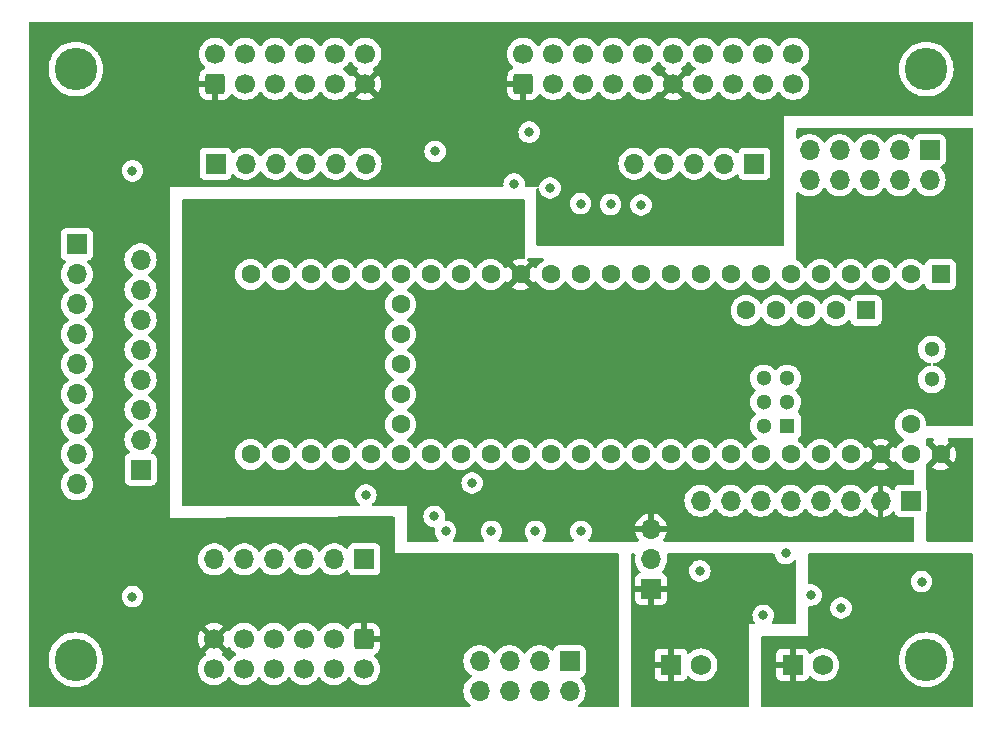
<source format=gbr>
%TF.GenerationSoftware,KiCad,Pcbnew,8.0.6-1.fc40*%
%TF.CreationDate,2024-12-19T20:54:17-05:00*%
%TF.ProjectId,Controller_T41,436f6e74-726f-46c6-9c65-725f5434312e,rev?*%
%TF.SameCoordinates,Original*%
%TF.FileFunction,Copper,L3,Inr*%
%TF.FilePolarity,Positive*%
%FSLAX46Y46*%
G04 Gerber Fmt 4.6, Leading zero omitted, Abs format (unit mm)*
G04 Created by KiCad (PCBNEW 8.0.6-1.fc40) date 2024-12-19 20:54:17*
%MOMM*%
%LPD*%
G01*
G04 APERTURE LIST*
G04 Aperture macros list*
%AMRoundRect*
0 Rectangle with rounded corners*
0 $1 Rounding radius*
0 $2 $3 $4 $5 $6 $7 $8 $9 X,Y pos of 4 corners*
0 Add a 4 corners polygon primitive as box body*
4,1,4,$2,$3,$4,$5,$6,$7,$8,$9,$2,$3,0*
0 Add four circle primitives for the rounded corners*
1,1,$1+$1,$2,$3*
1,1,$1+$1,$4,$5*
1,1,$1+$1,$6,$7*
1,1,$1+$1,$8,$9*
0 Add four rect primitives between the rounded corners*
20,1,$1+$1,$2,$3,$4,$5,0*
20,1,$1+$1,$4,$5,$6,$7,0*
20,1,$1+$1,$6,$7,$8,$9,0*
20,1,$1+$1,$8,$9,$2,$3,0*%
G04 Aperture macros list end*
%TA.AperFunction,ComponentPad*%
%ADD10RoundRect,0.250000X0.600000X-0.600000X0.600000X0.600000X-0.600000X0.600000X-0.600000X-0.600000X0*%
%TD*%
%TA.AperFunction,ComponentPad*%
%ADD11C,1.700000*%
%TD*%
%TA.AperFunction,ComponentPad*%
%ADD12R,1.755000X1.755000*%
%TD*%
%TA.AperFunction,ComponentPad*%
%ADD13C,1.755000*%
%TD*%
%TA.AperFunction,ComponentPad*%
%ADD14RoundRect,0.250000X-0.600000X0.600000X-0.600000X-0.600000X0.600000X-0.600000X0.600000X0.600000X0*%
%TD*%
%TA.AperFunction,ComponentPad*%
%ADD15R,1.700000X1.700000*%
%TD*%
%TA.AperFunction,ComponentPad*%
%ADD16O,1.700000X1.700000*%
%TD*%
%TA.AperFunction,ComponentPad*%
%ADD17C,3.600000*%
%TD*%
%TA.AperFunction,ComponentPad*%
%ADD18R,1.600000X1.600000*%
%TD*%
%TA.AperFunction,ComponentPad*%
%ADD19C,1.600000*%
%TD*%
%TA.AperFunction,ComponentPad*%
%ADD20R,1.300000X1.300000*%
%TD*%
%TA.AperFunction,ComponentPad*%
%ADD21C,1.300000*%
%TD*%
%TA.AperFunction,ViaPad*%
%ADD22C,1.000000*%
%TD*%
%TA.AperFunction,ViaPad*%
%ADD23C,0.800000*%
%TD*%
G04 APERTURE END LIST*
D10*
%TO.N,+3.3V_SPI*%
%TO.C,J4*%
X143890000Y-76250000D03*
D11*
%TO.N,Earth*%
X143890000Y-73710000D03*
%TO.N,SPI:SDI*%
X146430000Y-76250000D03*
%TO.N,Earth*%
X146430000Y-73710000D03*
%TO.N,SPI:CLK*%
X148970000Y-76250000D03*
%TO.N,Earth*%
X148970000Y-73710000D03*
%TO.N,SPI:SDO*%
X151510000Y-76250000D03*
%TO.N,Earth*%
X151510000Y-73710000D03*
%TO.N,SPI:CS_CNVST*%
X154050000Y-76250000D03*
%TO.N,Earth*%
X154050000Y-73710000D03*
%TO.N,+3.3V_SPI*%
X156590000Y-76250000D03*
%TO.N,Earth*%
X156590000Y-73710000D03*
%TO.N,CCD:SPR*%
X159130000Y-76250000D03*
%TO.N,Earth*%
X159130000Y-73710000D03*
%TO.N,CCD:SH*%
X161670000Y-76250000D03*
%TO.N,Earth*%
X161670000Y-73710000D03*
%TO.N,CCD:ICG*%
X164210000Y-76250000D03*
%TO.N,Earth*%
X164210000Y-73710000D03*
%TO.N,CCD:CLK*%
X166750000Y-76250000D03*
%TO.N,Earth*%
X166750000Y-73710000D03*
%TD*%
D12*
%TO.N,+3.3V*%
%TO.C,J2*%
X156390000Y-125440000D03*
D13*
%TO.N,Earth*%
X158930000Y-125440000D03*
%TD*%
D14*
%TO.N,+3.3V_SPI*%
%TO.C,J8*%
X130400000Y-123250000D03*
D11*
%TO.N,Earth*%
X130400000Y-125790000D03*
%TO.N,SPI1:SDI*%
X127860000Y-123250000D03*
%TO.N,Earth*%
X127860000Y-125790000D03*
%TO.N,SPI1:CLK*%
X125320000Y-123250000D03*
%TO.N,Earth*%
X125320000Y-125790000D03*
%TO.N,SPI1:SDO*%
X122780000Y-123250000D03*
%TO.N,Earth*%
X122780000Y-125790000D03*
%TO.N,SPI1\u005C:CS_CNVST*%
X120240000Y-123250000D03*
%TO.N,Earth*%
X120240000Y-125790000D03*
%TO.N,+3.3V_SPI*%
X117700000Y-123250000D03*
%TO.N,Earth*%
X117700000Y-125790000D03*
%TD*%
D15*
%TO.N,Earth*%
%TO.C,J12*%
X111480000Y-108900000D03*
D16*
%TO.N,Net-(J12-Pin_2)*%
X111480000Y-106360000D03*
%TO.N,Net-(J12-Pin_3)*%
X111480000Y-103820000D03*
%TO.N,Net-(J12-Pin_4)*%
X111480000Y-101280000D03*
%TO.N,Net-(J12-Pin_5)*%
X111480000Y-98740000D03*
%TO.N,Net-(J12-Pin_6)*%
X111480000Y-96200000D03*
%TO.N,Net-(J12-Pin_7)*%
X111480000Y-93660000D03*
%TO.N,Net-(J12-Pin_8)*%
X111480000Y-91120000D03*
%TD*%
D17*
%TO.N,Earth*%
%TO.C,H1*%
X178000000Y-125000000D03*
%TD*%
D18*
%TO.N,Earth*%
%TO.C,U2*%
X179210000Y-92380000D03*
D19*
%TO.N,Net-(U2-0_RX1_CRX2_CS1)*%
X176670000Y-92380000D03*
%TO.N,Net-(U2-1_TX1_CTX2_MISO1)*%
X174130000Y-92380000D03*
%TO.N,Net-(U2-2_OUT2)*%
X171590000Y-92380000D03*
%TO.N,Net-(U2-3_LRCLK2)*%
X169050000Y-92380000D03*
%TO.N,Net-(U2-4_BCLK2)*%
X166510000Y-92380000D03*
X163970000Y-92380000D03*
%TO.N,Net-(U2-6_OUT1D)*%
X161430000Y-92380000D03*
%TO.N,Net-(U2-7_RX2_OUT1A)*%
X158890000Y-92380000D03*
%TO.N,Net-(U2-8_TX2_IN1)*%
X156350000Y-92380000D03*
%TO.N,Net-(U2-9_OUT1C)*%
X153810000Y-92380000D03*
%TO.N,Net-(U2-10_CS_MQSR)*%
X151270000Y-92380000D03*
%TO.N,Net-(U2-11_MOSI_CTX1)*%
X148730000Y-92380000D03*
%TO.N,Net-(U2-12_MISO_MQSL)*%
X146190000Y-92380000D03*
%TO.N,3.3V_T4*%
X143650000Y-92380000D03*
%TO.N,Net-(J11-Pin_8)*%
X141110000Y-92380000D03*
%TO.N,Net-(J11-Pin_7)*%
X138570000Y-92380000D03*
%TO.N,Net-(U2-26_A12_MOSI1)*%
X136030000Y-92380000D03*
%TO.N,Net-(U2-27_A13_SCK1)*%
X133490000Y-92380000D03*
%TO.N,Net-(J11-Pin_6)*%
X130950000Y-92380000D03*
%TO.N,Net-(J11-Pin_5)*%
X128410000Y-92380000D03*
%TO.N,Net-(J11-Pin_4)*%
X125870000Y-92380000D03*
%TO.N,Net-(J11-Pin_3)*%
X123330000Y-92380000D03*
%TO.N,Net-(J11-Pin_2)*%
X120790000Y-92380000D03*
%TO.N,Net-(J12-Pin_2)*%
X120790000Y-107620000D03*
%TO.N,Net-(J12-Pin_3)*%
X123330000Y-107620000D03*
%TO.N,Net-(J12-Pin_4)*%
X125870000Y-107620000D03*
%TO.N,Net-(J12-Pin_5)*%
X128410000Y-107620000D03*
%TO.N,Net-(J12-Pin_6)*%
X130950000Y-107620000D03*
%TO.N,Net-(U2-38_CS1_IN1)*%
X133490000Y-107620000D03*
%TO.N,Net-(U2-39_MISO1_OUT1A)*%
X136030000Y-107620000D03*
%TO.N,Net-(J12-Pin_7)*%
X138570000Y-107620000D03*
%TO.N,Net-(J12-Pin_8)*%
X141110000Y-107620000D03*
%TO.N,Earth*%
X143650000Y-107620000D03*
%TO.N,Net-(U2-13_SCK_LED)*%
X146190000Y-107620000D03*
%TO.N,Net-(U2-14_A0_TX3_SPDIF_OUT)*%
X148730000Y-107620000D03*
%TO.N,Net-(U2-15_A1_RX3_SPDIF_IN)*%
X151270000Y-107620000D03*
%TO.N,Net-(U2-16_A2_RX4_SCL1)*%
X153810000Y-107620000D03*
%TO.N,Net-(U2-17_A3_TX4_SDA1)*%
X156350000Y-107620000D03*
%TO.N,Net-(J13-Pin_8)*%
X158890000Y-107620000D03*
%TO.N,Net-(J13-Pin_7)*%
X161430000Y-107620000D03*
%TO.N,Net-(J13-Pin_6)*%
X163970000Y-107620000D03*
%TO.N,Net-(J13-Pin_5)*%
X166510000Y-107620000D03*
%TO.N,Net-(J13-Pin_4)*%
X169050000Y-107620000D03*
%TO.N,Net-(J13-Pin_3)*%
X171590000Y-107620000D03*
%TO.N,3.3V_T4*%
X174130000Y-107620000D03*
%TO.N,Earth*%
X176670000Y-107620000D03*
%TO.N,/5V_IN*%
X179210000Y-107620000D03*
%TO.N,unconnected-(U2-VUSB-Pad49)*%
X176670000Y-105080000D03*
%TO.N,unconnected-(U2-VBAT-Pad50)*%
X133490000Y-94920000D03*
%TO.N,unconnected-(U2-3V3-Pad51)*%
X133490000Y-97460000D03*
%TO.N,unconnected-(U2-GND-Pad52)*%
X133490000Y-100000000D03*
%TO.N,unconnected-(U2-PROGRAM-Pad53)*%
X133490000Y-102540000D03*
%TO.N,unconnected-(U2-ON_OFF-Pad54)*%
X133490000Y-105080000D03*
D18*
%TO.N,unconnected-(U2-5V-Pad55)*%
X172910800Y-95430800D03*
D19*
%TO.N,unconnected-(U2-D--Pad56)*%
X170370800Y-95430800D03*
%TO.N,unconnected-(U2-D+-Pad57)*%
X167830800Y-95430800D03*
%TO.N,unconnected-(U2-GND-Pad58)*%
X165290800Y-95430800D03*
%TO.N,unconnected-(U2-GND-Pad59)*%
X162750800Y-95430800D03*
D20*
%TO.N,unconnected-(U2-R+-Pad60)*%
X166240000Y-105181600D03*
D21*
%TO.N,unconnected-(U2-LED-Pad61)*%
X166240000Y-103181600D03*
%TO.N,unconnected-(U2-T--Pad62)*%
X166240000Y-101181600D03*
%TO.N,unconnected-(U2-T+-Pad63)*%
X164240000Y-101181600D03*
%TO.N,unconnected-(U2-GND-Pad64)*%
X164240000Y-103181600D03*
%TO.N,unconnected-(U2-R--Pad65)*%
X164240000Y-105181600D03*
%TO.N,unconnected-(U2-D--Pad66)*%
X178480000Y-101270000D03*
%TO.N,unconnected-(U2-D+-Pad67)*%
X178480000Y-98730000D03*
%TD*%
D17*
%TO.N,Earth*%
%TO.C,H4*%
X106000000Y-75000000D03*
%TD*%
D15*
%TO.N,Earth*%
%TO.C,J13*%
X176670000Y-111550000D03*
D16*
%TO.N,3.3V_T4*%
X174130000Y-111550000D03*
%TO.N,Net-(J13-Pin_3)*%
X171590000Y-111550000D03*
%TO.N,Net-(J13-Pin_4)*%
X169050000Y-111550000D03*
%TO.N,Net-(J13-Pin_5)*%
X166510000Y-111550000D03*
%TO.N,Net-(J13-Pin_6)*%
X163970000Y-111550000D03*
%TO.N,Net-(J13-Pin_7)*%
X161430000Y-111550000D03*
%TO.N,Net-(J13-Pin_8)*%
X158890000Y-111550000D03*
%TD*%
D15*
%TO.N,Net-(J10-Pin_1)*%
%TO.C,J10*%
X147800000Y-125125000D03*
D16*
%TO.N,Earth*%
X147800000Y-127665000D03*
%TO.N,Net-(J10-Pin_3)*%
X145260000Y-125125000D03*
%TO.N,Earth*%
X145260000Y-127665000D03*
%TO.N,Net-(J10-Pin_5)*%
X142720000Y-125125000D03*
%TO.N,Earth*%
X142720000Y-127665000D03*
%TO.N,Net-(J10-Pin_7)*%
X140180000Y-125125000D03*
%TO.N,Earth*%
X140180000Y-127665000D03*
%TD*%
D12*
%TO.N,+5V*%
%TO.C,J1*%
X166690000Y-125440000D03*
D13*
%TO.N,Earth*%
X169230000Y-125440000D03*
%TD*%
D15*
%TO.N,Earth*%
%TO.C,J11*%
X106080000Y-89840000D03*
D16*
%TO.N,Net-(J11-Pin_2)*%
X106080000Y-92380000D03*
%TO.N,Net-(J11-Pin_3)*%
X106080000Y-94920000D03*
%TO.N,Net-(J11-Pin_4)*%
X106080000Y-97460000D03*
%TO.N,Net-(J11-Pin_5)*%
X106080000Y-100000000D03*
%TO.N,Net-(J11-Pin_6)*%
X106080000Y-102540000D03*
%TO.N,Net-(J11-Pin_7)*%
X106080000Y-105080000D03*
%TO.N,Net-(J11-Pin_8)*%
X106080000Y-107620000D03*
%TO.N,3.3V_T4*%
X106080000Y-110160000D03*
%TD*%
D15*
%TO.N,Earth*%
%TO.C,J7*%
X117830000Y-83000000D03*
D16*
%TO.N,SPI:SDI*%
X120370000Y-83000000D03*
%TO.N,SPI:CLK*%
X122910000Y-83000000D03*
%TO.N,SPI:SDO*%
X125450000Y-83000000D03*
%TO.N,SPI:CS_CNVST*%
X127990000Y-83000000D03*
%TO.N,Earth*%
X130530000Y-83000000D03*
%TD*%
D17*
%TO.N,Earth*%
%TO.C,H3*%
X106000000Y-125000000D03*
%TD*%
D15*
%TO.N,Earth*%
%TO.C,J5*%
X163455000Y-83000000D03*
D16*
%TO.N,CCD:CLK*%
X160915000Y-83000000D03*
%TO.N,CCD:ICG*%
X158375000Y-83000000D03*
%TO.N,CCD:SH*%
X155835000Y-83000000D03*
%TO.N,CCD:SPR*%
X153295000Y-83000000D03*
%TD*%
D15*
%TO.N,Earth*%
%TO.C,J9*%
X130420000Y-116510000D03*
D16*
%TO.N,SPI1:SDI*%
X127880000Y-116510000D03*
%TO.N,SPI1:CLK*%
X125340000Y-116510000D03*
%TO.N,SPI1:SDO*%
X122800000Y-116510000D03*
%TO.N,SPI1\u005C:CS_CNVST*%
X120260000Y-116510000D03*
%TO.N,Earth*%
X117720000Y-116510000D03*
%TD*%
D15*
%TO.N,+3.3V*%
%TO.C,JP1*%
X154710000Y-119015000D03*
D16*
%TO.N,+3.3V_SPI*%
X154710000Y-116475000D03*
%TO.N,3.3V_T4*%
X154710000Y-113935000D03*
%TD*%
D17*
%TO.N,Earth*%
%TO.C,H2*%
X178000000Y-75000000D03*
%TD*%
D10*
%TO.N,+3.3V_SPI*%
%TO.C,J6*%
X117810000Y-76250000D03*
D11*
%TO.N,Earth*%
X117810000Y-73710000D03*
%TO.N,SPI:SDI*%
X120350000Y-76250000D03*
%TO.N,Earth*%
X120350000Y-73710000D03*
%TO.N,SPI:CLK*%
X122890000Y-76250000D03*
%TO.N,Earth*%
X122890000Y-73710000D03*
%TO.N,SPI:SDO*%
X125430000Y-76250000D03*
%TO.N,Earth*%
X125430000Y-73710000D03*
%TO.N,SPI:CS_CNVST*%
X127970000Y-76250000D03*
%TO.N,Earth*%
X127970000Y-73710000D03*
%TO.N,+3.3V_SPI*%
X130510000Y-76250000D03*
%TO.N,Earth*%
X130510000Y-73710000D03*
%TD*%
D15*
%TO.N,Earth*%
%TO.C,J3*%
X178280000Y-81860000D03*
D16*
%TO.N,Net-(J3-Pin_2)*%
X178280000Y-84400000D03*
%TO.N,Earth*%
X175740000Y-81860000D03*
%TO.N,Net-(J3-Pin_4)*%
X175740000Y-84400000D03*
%TO.N,Earth*%
X173200000Y-81860000D03*
%TO.N,Net-(J3-Pin_6)*%
X173200000Y-84400000D03*
%TO.N,Earth*%
X170660000Y-81860000D03*
%TO.N,Net-(J3-Pin_8)*%
X170660000Y-84400000D03*
%TO.N,Earth*%
X168120000Y-81860000D03*
%TO.N,Net-(J3-Pin_10)*%
X168120000Y-84400000D03*
%TD*%
D22*
%TO.N,+3.3V*%
X160960000Y-119850000D03*
D23*
%TO.N,Earth*%
X137300000Y-114127500D03*
X166090000Y-116010000D03*
X148770000Y-114127500D03*
X110790000Y-83610000D03*
X141190000Y-114127500D03*
X170780000Y-120615000D03*
X144910000Y-114127500D03*
X136420000Y-81970000D03*
X168250000Y-119540000D03*
X110790000Y-119670000D03*
X164200000Y-121240000D03*
X177610000Y-118400000D03*
X158830000Y-117480000D03*
D22*
%TO.N,/5V_IN*%
X180000000Y-113750000D03*
%TO.N,+5V*%
X169000000Y-117640000D03*
X174010000Y-122200000D03*
D23*
%TO.N,Net-(U2-14_A0_TX3_SPDIF_OUT)*%
X136342500Y-112870000D03*
%TO.N,SPI:SDI*%
X148730000Y-86380000D03*
X144390000Y-80340000D03*
%TO.N,SPI:SDO*%
X146150000Y-85070000D03*
%TO.N,+3.3V_SPI*%
X110790000Y-81710000D03*
D22*
X150670000Y-119520000D03*
D23*
X110790000Y-117770000D03*
X134520000Y-81970000D03*
%TO.N,SPI:CLK*%
X143115000Y-84715000D03*
%TO.N,SPI:CS_CNVST*%
X151270000Y-86460000D03*
%TO.N,SPI1:SDO*%
X139550000Y-110030000D03*
%TO.N,SPI1\u005C:CS_CNVST*%
X130550000Y-111060000D03*
%TO.N,Net-(J3-Pin_10)*%
X153850000Y-86500000D03*
%TO.N,3.3V_T4*%
X146870000Y-114127500D03*
X116370000Y-110860000D03*
X139290000Y-114127500D03*
X135392500Y-114127500D03*
X143012500Y-114127500D03*
%TD*%
%TA.AperFunction,Conductor*%
%TO.N,+3.3V_SPI*%
G36*
X166000000Y-89876000D02*
G01*
X165980315Y-89943039D01*
X165927511Y-89988794D01*
X165876000Y-90000000D01*
X145124000Y-90000000D01*
X145056961Y-89980315D01*
X145011206Y-89927511D01*
X145000000Y-89876000D01*
X145000000Y-86380000D01*
X147816496Y-86380000D01*
X147836458Y-86569928D01*
X147836459Y-86569931D01*
X147895470Y-86751549D01*
X147895473Y-86751556D01*
X147990960Y-86916944D01*
X148118747Y-87058866D01*
X148273248Y-87171118D01*
X148447712Y-87248794D01*
X148634513Y-87288500D01*
X148825487Y-87288500D01*
X149012288Y-87248794D01*
X149186752Y-87171118D01*
X149341253Y-87058866D01*
X149469040Y-86916944D01*
X149564527Y-86751556D01*
X149623542Y-86569928D01*
X149635096Y-86460000D01*
X150356496Y-86460000D01*
X150376458Y-86649928D01*
X150376459Y-86649931D01*
X150435470Y-86831549D01*
X150435473Y-86831556D01*
X150530960Y-86996944D01*
X150658747Y-87138866D01*
X150813248Y-87251118D01*
X150987712Y-87328794D01*
X151174513Y-87368500D01*
X151365487Y-87368500D01*
X151552288Y-87328794D01*
X151726752Y-87251118D01*
X151881253Y-87138866D01*
X152009040Y-86996944D01*
X152104527Y-86831556D01*
X152163542Y-86649928D01*
X152179300Y-86500000D01*
X152936496Y-86500000D01*
X152956458Y-86689928D01*
X152956459Y-86689931D01*
X153015470Y-86871549D01*
X153015473Y-86871556D01*
X153110960Y-87036944D01*
X153238747Y-87178866D01*
X153393248Y-87291118D01*
X153567712Y-87368794D01*
X153754513Y-87408500D01*
X153945487Y-87408500D01*
X154132288Y-87368794D01*
X154306752Y-87291118D01*
X154461253Y-87178866D01*
X154589040Y-87036944D01*
X154684527Y-86871556D01*
X154743542Y-86689928D01*
X154763504Y-86500000D01*
X154743542Y-86310072D01*
X154684527Y-86128444D01*
X154589040Y-85963056D01*
X154461253Y-85821134D01*
X154306752Y-85708882D01*
X154132288Y-85631206D01*
X154132286Y-85631205D01*
X153945487Y-85591500D01*
X153754513Y-85591500D01*
X153567714Y-85631205D01*
X153567712Y-85631206D01*
X153410651Y-85701134D01*
X153393246Y-85708883D01*
X153238745Y-85821135D01*
X153110959Y-85963057D01*
X153015473Y-86128443D01*
X153015470Y-86128450D01*
X152956459Y-86310068D01*
X152956458Y-86310072D01*
X152936496Y-86500000D01*
X152179300Y-86500000D01*
X152183504Y-86460000D01*
X152163542Y-86270072D01*
X152104527Y-86088444D01*
X152009040Y-85923056D01*
X151881253Y-85781134D01*
X151726752Y-85668882D01*
X151552288Y-85591206D01*
X151552286Y-85591205D01*
X151365487Y-85551500D01*
X151174513Y-85551500D01*
X150987714Y-85591205D01*
X150813246Y-85668883D01*
X150658745Y-85781135D01*
X150530959Y-85923057D01*
X150435473Y-86088443D01*
X150435470Y-86088450D01*
X150376459Y-86270068D01*
X150376458Y-86270072D01*
X150356496Y-86460000D01*
X149635096Y-86460000D01*
X149643504Y-86380000D01*
X149623542Y-86190072D01*
X149564527Y-86008444D01*
X149469040Y-85843056D01*
X149341253Y-85701134D01*
X149186752Y-85588882D01*
X149012288Y-85511206D01*
X149012286Y-85511205D01*
X148825487Y-85471500D01*
X148634513Y-85471500D01*
X148447714Y-85511205D01*
X148273246Y-85588883D01*
X148118745Y-85701135D01*
X147990959Y-85843057D01*
X147895473Y-86008443D01*
X147895470Y-86008450D01*
X147856482Y-86128444D01*
X147836458Y-86190072D01*
X147816496Y-86380000D01*
X145000000Y-86380000D01*
X145000000Y-85185950D01*
X145019685Y-85118911D01*
X145072489Y-85073156D01*
X145141647Y-85063212D01*
X145205203Y-85092237D01*
X145242977Y-85151015D01*
X145247319Y-85172980D01*
X145256458Y-85259928D01*
X145256459Y-85259931D01*
X145315470Y-85441549D01*
X145315473Y-85441556D01*
X145410960Y-85606944D01*
X145538747Y-85748866D01*
X145693248Y-85861118D01*
X145867712Y-85938794D01*
X146054513Y-85978500D01*
X146245487Y-85978500D01*
X146432288Y-85938794D01*
X146606752Y-85861118D01*
X146761253Y-85748866D01*
X146889040Y-85606944D01*
X146984527Y-85441556D01*
X147043542Y-85259928D01*
X147063504Y-85070000D01*
X147056147Y-85000000D01*
X166000000Y-85000000D01*
X166000000Y-89876000D01*
G37*
%TD.AperFunction*%
%TD*%
%TA.AperFunction,Conductor*%
%TO.N,+3.3V_SPI*%
G36*
X129321905Y-74383515D02*
G01*
X129343804Y-74408787D01*
X129434278Y-74547268D01*
X129434283Y-74547273D01*
X129434284Y-74547276D01*
X129573059Y-74698023D01*
X129586760Y-74712906D01*
X129764424Y-74851189D01*
X129780412Y-74859841D01*
X129807695Y-74874606D01*
X129857286Y-74923825D01*
X129872394Y-74992042D01*
X129848224Y-75057597D01*
X129819801Y-75085236D01*
X129748626Y-75135072D01*
X129748625Y-75135072D01*
X130380590Y-75767037D01*
X130317007Y-75784075D01*
X130202993Y-75849901D01*
X130109901Y-75942993D01*
X130044075Y-76057007D01*
X130027037Y-76120589D01*
X129395073Y-75488625D01*
X129395072Y-75488626D01*
X129345131Y-75559950D01*
X129290555Y-75603575D01*
X129221056Y-75610769D01*
X129158701Y-75579246D01*
X129139748Y-75556649D01*
X129047717Y-75415786D01*
X129045722Y-75412732D01*
X129045719Y-75412729D01*
X129045715Y-75412723D01*
X128893243Y-75247097D01*
X128893238Y-75247092D01*
X128715577Y-75108812D01*
X128715578Y-75108812D01*
X128715576Y-75108811D01*
X128679070Y-75089055D01*
X128629479Y-75039836D01*
X128614371Y-74971619D01*
X128638541Y-74906064D01*
X128679070Y-74870945D01*
X128679084Y-74870936D01*
X128715576Y-74851189D01*
X128893240Y-74712906D01*
X129045722Y-74547268D01*
X129136193Y-74408790D01*
X129189338Y-74363437D01*
X129258569Y-74354013D01*
X129321905Y-74383515D01*
G37*
%TD.AperFunction*%
%TA.AperFunction,Conductor*%
G36*
X155401905Y-74383515D02*
G01*
X155423804Y-74408787D01*
X155514278Y-74547268D01*
X155514283Y-74547273D01*
X155514284Y-74547276D01*
X155653059Y-74698023D01*
X155666760Y-74712906D01*
X155844424Y-74851189D01*
X155860412Y-74859841D01*
X155887695Y-74874606D01*
X155937286Y-74923825D01*
X155952394Y-74992042D01*
X155928224Y-75057597D01*
X155899801Y-75085236D01*
X155828626Y-75135072D01*
X155828625Y-75135072D01*
X156460590Y-75767037D01*
X156397007Y-75784075D01*
X156282993Y-75849901D01*
X156189901Y-75942993D01*
X156124075Y-76057007D01*
X156107037Y-76120589D01*
X155475073Y-75488625D01*
X155475072Y-75488626D01*
X155425131Y-75559950D01*
X155370555Y-75603575D01*
X155301056Y-75610769D01*
X155238701Y-75579246D01*
X155219748Y-75556649D01*
X155127717Y-75415786D01*
X155125722Y-75412732D01*
X155125719Y-75412729D01*
X155125715Y-75412723D01*
X154973243Y-75247097D01*
X154973238Y-75247092D01*
X154795577Y-75108812D01*
X154795578Y-75108812D01*
X154795576Y-75108811D01*
X154759070Y-75089055D01*
X154709479Y-75039836D01*
X154694371Y-74971619D01*
X154718541Y-74906064D01*
X154759070Y-74870945D01*
X154759084Y-74870936D01*
X154795576Y-74851189D01*
X154973240Y-74712906D01*
X155125722Y-74547268D01*
X155216193Y-74408790D01*
X155269338Y-74363437D01*
X155338569Y-74354013D01*
X155401905Y-74383515D01*
G37*
%TD.AperFunction*%
%TA.AperFunction,Conductor*%
G36*
X157941905Y-74383515D02*
G01*
X157963804Y-74408787D01*
X158054278Y-74547268D01*
X158054283Y-74547273D01*
X158054284Y-74547276D01*
X158193059Y-74698023D01*
X158206760Y-74712906D01*
X158384424Y-74851189D01*
X158384429Y-74851191D01*
X158384431Y-74851193D01*
X158420930Y-74870946D01*
X158470520Y-74920165D01*
X158485628Y-74988382D01*
X158461457Y-75053937D01*
X158420930Y-75089054D01*
X158384431Y-75108806D01*
X158384422Y-75108812D01*
X158206761Y-75247092D01*
X158206756Y-75247097D01*
X158054284Y-75412723D01*
X158054280Y-75412729D01*
X157960250Y-75556651D01*
X157907103Y-75602007D01*
X157837872Y-75611430D01*
X157774536Y-75581927D01*
X157754866Y-75559951D01*
X157704924Y-75488626D01*
X157072962Y-76120589D01*
X157055925Y-76057007D01*
X156990099Y-75942993D01*
X156897007Y-75849901D01*
X156782993Y-75784075D01*
X156719410Y-75767037D01*
X157351373Y-75135073D01*
X157351373Y-75135072D01*
X157280199Y-75085236D01*
X157236574Y-75030659D01*
X157229380Y-74961161D01*
X157260903Y-74898806D01*
X157292305Y-74874606D01*
X157299070Y-74870945D01*
X157335576Y-74851189D01*
X157513240Y-74712906D01*
X157665722Y-74547268D01*
X157756193Y-74408790D01*
X157809338Y-74363437D01*
X157878569Y-74354013D01*
X157941905Y-74383515D01*
G37*
%TD.AperFunction*%
%TA.AperFunction,Conductor*%
G36*
X181943039Y-71019685D02*
G01*
X181988794Y-71072489D01*
X182000000Y-71124000D01*
X182000000Y-78876000D01*
X181980315Y-78943039D01*
X181927511Y-78988794D01*
X181876000Y-79000000D01*
X102000000Y-79000000D01*
X102000000Y-75000000D01*
X103686547Y-75000000D01*
X103706339Y-75301966D01*
X103765376Y-75598766D01*
X103765378Y-75598773D01*
X103765380Y-75598779D01*
X103862644Y-75885312D01*
X103862648Y-75885322D01*
X103996488Y-76156722D01*
X103996492Y-76156729D01*
X104164612Y-76408339D01*
X104364141Y-76635858D01*
X104591660Y-76835387D01*
X104843270Y-77003507D01*
X104843277Y-77003511D01*
X105114677Y-77137351D01*
X105114687Y-77137355D01*
X105319796Y-77206979D01*
X105401234Y-77234624D01*
X105698034Y-77293661D01*
X106000000Y-77313453D01*
X106301966Y-77293661D01*
X106598766Y-77234624D01*
X106811004Y-77162579D01*
X106885312Y-77137355D01*
X106885322Y-77137351D01*
X106945361Y-77107743D01*
X107156727Y-77003509D01*
X107408341Y-76835386D01*
X107635858Y-76635858D01*
X107835386Y-76408341D01*
X108003509Y-76156727D01*
X108137352Y-75885320D01*
X108234624Y-75598766D01*
X108293661Y-75301966D01*
X108313453Y-75000000D01*
X108293661Y-74698034D01*
X108234624Y-74401234D01*
X108137352Y-74114680D01*
X108137344Y-74114663D01*
X108003514Y-73843283D01*
X108003505Y-73843268D01*
X107914462Y-73710005D01*
X107914455Y-73709994D01*
X116446844Y-73709994D01*
X116446844Y-73710005D01*
X116465434Y-73934359D01*
X116465436Y-73934371D01*
X116520703Y-74152614D01*
X116611140Y-74358792D01*
X116734276Y-74547265D01*
X116734284Y-74547276D01*
X116886756Y-74712902D01*
X116886761Y-74712907D01*
X116932587Y-74748575D01*
X116973400Y-74805286D01*
X116977073Y-74875059D01*
X116942442Y-74935742D01*
X116895435Y-74964132D01*
X116890881Y-74965641D01*
X116890875Y-74965643D01*
X116741654Y-75057684D01*
X116617684Y-75181654D01*
X116525643Y-75330875D01*
X116525641Y-75330880D01*
X116470494Y-75497302D01*
X116470493Y-75497309D01*
X116460000Y-75600013D01*
X116460000Y-76000000D01*
X117376988Y-76000000D01*
X117344075Y-76057007D01*
X117310000Y-76184174D01*
X117310000Y-76315826D01*
X117344075Y-76442993D01*
X117376988Y-76500000D01*
X116460001Y-76500000D01*
X116460001Y-76899986D01*
X116470494Y-77002697D01*
X116525641Y-77169119D01*
X116525643Y-77169124D01*
X116617684Y-77318345D01*
X116741654Y-77442315D01*
X116890875Y-77534356D01*
X116890880Y-77534358D01*
X117057302Y-77589505D01*
X117057309Y-77589506D01*
X117160019Y-77599999D01*
X117559999Y-77599999D01*
X117560000Y-77599998D01*
X117560000Y-76683012D01*
X117617007Y-76715925D01*
X117744174Y-76750000D01*
X117875826Y-76750000D01*
X118002993Y-76715925D01*
X118060000Y-76683012D01*
X118060000Y-77599999D01*
X118459972Y-77599999D01*
X118459986Y-77599998D01*
X118562697Y-77589505D01*
X118729119Y-77534358D01*
X118729124Y-77534356D01*
X118878345Y-77442315D01*
X119002315Y-77318345D01*
X119094355Y-77169124D01*
X119095659Y-77165191D01*
X119097285Y-77162840D01*
X119097408Y-77162579D01*
X119097452Y-77162599D01*
X119135428Y-77107743D01*
X119199942Y-77080916D01*
X119268719Y-77093226D01*
X119304597Y-77120203D01*
X119426760Y-77252906D01*
X119604424Y-77391189D01*
X119604425Y-77391189D01*
X119604427Y-77391191D01*
X119664314Y-77423600D01*
X119802426Y-77498342D01*
X120015365Y-77571444D01*
X120237431Y-77608500D01*
X120462569Y-77608500D01*
X120684635Y-77571444D01*
X120897574Y-77498342D01*
X121095576Y-77391189D01*
X121273240Y-77252906D01*
X121406873Y-77107743D01*
X121425715Y-77087276D01*
X121425715Y-77087275D01*
X121425722Y-77087268D01*
X121516193Y-76948790D01*
X121569338Y-76903437D01*
X121638569Y-76894013D01*
X121701905Y-76923515D01*
X121723804Y-76948787D01*
X121814278Y-77087268D01*
X121814283Y-77087273D01*
X121814284Y-77087276D01*
X121889632Y-77169124D01*
X121966760Y-77252906D01*
X122144424Y-77391189D01*
X122144425Y-77391189D01*
X122144427Y-77391191D01*
X122204314Y-77423600D01*
X122342426Y-77498342D01*
X122555365Y-77571444D01*
X122777431Y-77608500D01*
X123002569Y-77608500D01*
X123224635Y-77571444D01*
X123437574Y-77498342D01*
X123635576Y-77391189D01*
X123813240Y-77252906D01*
X123946873Y-77107743D01*
X123965715Y-77087276D01*
X123965715Y-77087275D01*
X123965722Y-77087268D01*
X124056193Y-76948790D01*
X124109338Y-76903437D01*
X124178569Y-76894013D01*
X124241905Y-76923515D01*
X124263804Y-76948787D01*
X124354278Y-77087268D01*
X124354283Y-77087273D01*
X124354284Y-77087276D01*
X124429632Y-77169124D01*
X124506760Y-77252906D01*
X124684424Y-77391189D01*
X124684425Y-77391189D01*
X124684427Y-77391191D01*
X124744314Y-77423600D01*
X124882426Y-77498342D01*
X125095365Y-77571444D01*
X125317431Y-77608500D01*
X125542569Y-77608500D01*
X125764635Y-77571444D01*
X125977574Y-77498342D01*
X126175576Y-77391189D01*
X126353240Y-77252906D01*
X126486873Y-77107743D01*
X126505715Y-77087276D01*
X126505715Y-77087275D01*
X126505722Y-77087268D01*
X126596193Y-76948790D01*
X126649338Y-76903437D01*
X126718569Y-76894013D01*
X126781905Y-76923515D01*
X126803804Y-76948787D01*
X126894278Y-77087268D01*
X126894283Y-77087273D01*
X126894284Y-77087276D01*
X126969632Y-77169124D01*
X127046760Y-77252906D01*
X127224424Y-77391189D01*
X127224425Y-77391189D01*
X127224427Y-77391191D01*
X127284314Y-77423600D01*
X127422426Y-77498342D01*
X127635365Y-77571444D01*
X127857431Y-77608500D01*
X128082569Y-77608500D01*
X128304635Y-77571444D01*
X128517574Y-77498342D01*
X128715576Y-77391189D01*
X128893240Y-77252906D01*
X129026873Y-77107743D01*
X129045715Y-77087276D01*
X129045715Y-77087275D01*
X129045722Y-77087268D01*
X129139749Y-76943347D01*
X129192894Y-76897994D01*
X129262125Y-76888570D01*
X129325461Y-76918072D01*
X129345131Y-76940049D01*
X129395072Y-77011373D01*
X129395073Y-77011373D01*
X130027037Y-76379409D01*
X130044075Y-76442993D01*
X130109901Y-76557007D01*
X130202993Y-76650099D01*
X130317007Y-76715925D01*
X130380590Y-76732962D01*
X129748625Y-77364925D01*
X129832421Y-77423599D01*
X130046507Y-77523429D01*
X130046516Y-77523433D01*
X130274673Y-77584567D01*
X130274684Y-77584569D01*
X130509998Y-77605157D01*
X130510002Y-77605157D01*
X130745315Y-77584569D01*
X130745326Y-77584567D01*
X130973483Y-77523433D01*
X130973492Y-77523429D01*
X131187578Y-77423600D01*
X131187582Y-77423598D01*
X131271373Y-77364926D01*
X131271373Y-77364925D01*
X130639409Y-76732962D01*
X130702993Y-76715925D01*
X130817007Y-76650099D01*
X130910099Y-76557007D01*
X130975925Y-76442993D01*
X130992962Y-76379409D01*
X131624925Y-77011373D01*
X131624926Y-77011373D01*
X131683598Y-76927582D01*
X131683600Y-76927578D01*
X131783429Y-76713492D01*
X131783433Y-76713483D01*
X131844567Y-76485326D01*
X131844569Y-76485315D01*
X131865157Y-76250001D01*
X131865157Y-76249998D01*
X131844569Y-76014684D01*
X131844567Y-76014673D01*
X131783433Y-75786516D01*
X131783429Y-75786507D01*
X131683600Y-75572423D01*
X131683599Y-75572421D01*
X131624925Y-75488626D01*
X131624925Y-75488625D01*
X130992962Y-76120589D01*
X130975925Y-76057007D01*
X130910099Y-75942993D01*
X130817007Y-75849901D01*
X130702993Y-75784075D01*
X130639410Y-75767037D01*
X131271373Y-75135073D01*
X131271373Y-75135072D01*
X131200199Y-75085236D01*
X131156574Y-75030659D01*
X131149380Y-74961161D01*
X131180903Y-74898806D01*
X131212305Y-74874606D01*
X131219070Y-74870945D01*
X131255576Y-74851189D01*
X131433240Y-74712906D01*
X131585722Y-74547268D01*
X131708860Y-74358791D01*
X131799296Y-74152616D01*
X131854564Y-73934368D01*
X131862112Y-73843283D01*
X131873156Y-73710005D01*
X131873156Y-73709994D01*
X142526844Y-73709994D01*
X142526844Y-73710005D01*
X142545434Y-73934359D01*
X142545436Y-73934371D01*
X142600703Y-74152614D01*
X142691140Y-74358792D01*
X142814276Y-74547265D01*
X142814284Y-74547276D01*
X142966756Y-74712902D01*
X142966761Y-74712907D01*
X143012587Y-74748575D01*
X143053400Y-74805286D01*
X143057073Y-74875059D01*
X143022442Y-74935742D01*
X142975435Y-74964132D01*
X142970881Y-74965641D01*
X142970875Y-74965643D01*
X142821654Y-75057684D01*
X142697684Y-75181654D01*
X142605643Y-75330875D01*
X142605641Y-75330880D01*
X142550494Y-75497302D01*
X142550493Y-75497309D01*
X142540000Y-75600013D01*
X142540000Y-76000000D01*
X143456988Y-76000000D01*
X143424075Y-76057007D01*
X143390000Y-76184174D01*
X143390000Y-76315826D01*
X143424075Y-76442993D01*
X143456988Y-76500000D01*
X142540001Y-76500000D01*
X142540001Y-76899986D01*
X142550494Y-77002697D01*
X142605641Y-77169119D01*
X142605643Y-77169124D01*
X142697684Y-77318345D01*
X142821654Y-77442315D01*
X142970875Y-77534356D01*
X142970880Y-77534358D01*
X143137302Y-77589505D01*
X143137309Y-77589506D01*
X143240019Y-77599999D01*
X143639999Y-77599999D01*
X143640000Y-77599998D01*
X143640000Y-76683012D01*
X143697007Y-76715925D01*
X143824174Y-76750000D01*
X143955826Y-76750000D01*
X144082993Y-76715925D01*
X144140000Y-76683012D01*
X144140000Y-77599999D01*
X144539972Y-77599999D01*
X144539986Y-77599998D01*
X144642697Y-77589505D01*
X144809119Y-77534358D01*
X144809124Y-77534356D01*
X144958345Y-77442315D01*
X145082315Y-77318345D01*
X145174355Y-77169124D01*
X145175659Y-77165191D01*
X145177285Y-77162840D01*
X145177408Y-77162579D01*
X145177452Y-77162599D01*
X145215428Y-77107743D01*
X145279942Y-77080916D01*
X145348719Y-77093226D01*
X145384597Y-77120203D01*
X145506760Y-77252906D01*
X145684424Y-77391189D01*
X145684425Y-77391189D01*
X145684427Y-77391191D01*
X145744314Y-77423600D01*
X145882426Y-77498342D01*
X146095365Y-77571444D01*
X146317431Y-77608500D01*
X146542569Y-77608500D01*
X146764635Y-77571444D01*
X146977574Y-77498342D01*
X147175576Y-77391189D01*
X147353240Y-77252906D01*
X147486873Y-77107743D01*
X147505715Y-77087276D01*
X147505715Y-77087275D01*
X147505722Y-77087268D01*
X147596193Y-76948790D01*
X147649338Y-76903437D01*
X147718569Y-76894013D01*
X147781905Y-76923515D01*
X147803804Y-76948787D01*
X147894278Y-77087268D01*
X147894283Y-77087273D01*
X147894284Y-77087276D01*
X147969632Y-77169124D01*
X148046760Y-77252906D01*
X148224424Y-77391189D01*
X148224425Y-77391189D01*
X148224427Y-77391191D01*
X148284314Y-77423600D01*
X148422426Y-77498342D01*
X148635365Y-77571444D01*
X148857431Y-77608500D01*
X149082569Y-77608500D01*
X149304635Y-77571444D01*
X149517574Y-77498342D01*
X149715576Y-77391189D01*
X149893240Y-77252906D01*
X150026873Y-77107743D01*
X150045715Y-77087276D01*
X150045715Y-77087275D01*
X150045722Y-77087268D01*
X150136193Y-76948790D01*
X150189338Y-76903437D01*
X150258569Y-76894013D01*
X150321905Y-76923515D01*
X150343804Y-76948787D01*
X150434278Y-77087268D01*
X150434283Y-77087273D01*
X150434284Y-77087276D01*
X150509632Y-77169124D01*
X150586760Y-77252906D01*
X150764424Y-77391189D01*
X150764425Y-77391189D01*
X150764427Y-77391191D01*
X150824314Y-77423600D01*
X150962426Y-77498342D01*
X151175365Y-77571444D01*
X151397431Y-77608500D01*
X151622569Y-77608500D01*
X151844635Y-77571444D01*
X152057574Y-77498342D01*
X152255576Y-77391189D01*
X152433240Y-77252906D01*
X152566873Y-77107743D01*
X152585715Y-77087276D01*
X152585715Y-77087275D01*
X152585722Y-77087268D01*
X152676193Y-76948790D01*
X152729338Y-76903437D01*
X152798569Y-76894013D01*
X152861905Y-76923515D01*
X152883804Y-76948787D01*
X152974278Y-77087268D01*
X152974283Y-77087273D01*
X152974284Y-77087276D01*
X153049632Y-77169124D01*
X153126760Y-77252906D01*
X153304424Y-77391189D01*
X153304425Y-77391189D01*
X153304427Y-77391191D01*
X153364314Y-77423600D01*
X153502426Y-77498342D01*
X153715365Y-77571444D01*
X153937431Y-77608500D01*
X154162569Y-77608500D01*
X154384635Y-77571444D01*
X154597574Y-77498342D01*
X154795576Y-77391189D01*
X154973240Y-77252906D01*
X155106873Y-77107743D01*
X155125715Y-77087276D01*
X155125715Y-77087275D01*
X155125722Y-77087268D01*
X155219749Y-76943347D01*
X155272894Y-76897994D01*
X155342125Y-76888570D01*
X155405461Y-76918072D01*
X155425131Y-76940049D01*
X155475072Y-77011373D01*
X155475073Y-77011373D01*
X156107037Y-76379409D01*
X156124075Y-76442993D01*
X156189901Y-76557007D01*
X156282993Y-76650099D01*
X156397007Y-76715925D01*
X156460590Y-76732962D01*
X155828625Y-77364925D01*
X155912421Y-77423599D01*
X156126507Y-77523429D01*
X156126516Y-77523433D01*
X156354673Y-77584567D01*
X156354684Y-77584569D01*
X156589998Y-77605157D01*
X156590002Y-77605157D01*
X156825315Y-77584569D01*
X156825326Y-77584567D01*
X157053483Y-77523433D01*
X157053492Y-77523429D01*
X157267578Y-77423600D01*
X157267582Y-77423598D01*
X157351373Y-77364926D01*
X157351373Y-77364925D01*
X156719409Y-76732962D01*
X156782993Y-76715925D01*
X156897007Y-76650099D01*
X156990099Y-76557007D01*
X157055925Y-76442993D01*
X157072962Y-76379409D01*
X157704925Y-77011373D01*
X157754868Y-76940048D01*
X157809445Y-76896424D01*
X157878944Y-76889231D01*
X157941298Y-76920753D01*
X157960251Y-76943350D01*
X158054276Y-77087265D01*
X158054284Y-77087276D01*
X158129632Y-77169124D01*
X158206760Y-77252906D01*
X158384424Y-77391189D01*
X158384425Y-77391189D01*
X158384427Y-77391191D01*
X158444314Y-77423600D01*
X158582426Y-77498342D01*
X158795365Y-77571444D01*
X159017431Y-77608500D01*
X159242569Y-77608500D01*
X159464635Y-77571444D01*
X159677574Y-77498342D01*
X159875576Y-77391189D01*
X160053240Y-77252906D01*
X160186873Y-77107743D01*
X160205715Y-77087276D01*
X160205715Y-77087275D01*
X160205722Y-77087268D01*
X160296193Y-76948790D01*
X160349338Y-76903437D01*
X160418569Y-76894013D01*
X160481905Y-76923515D01*
X160503804Y-76948787D01*
X160594278Y-77087268D01*
X160594283Y-77087273D01*
X160594284Y-77087276D01*
X160669632Y-77169124D01*
X160746760Y-77252906D01*
X160924424Y-77391189D01*
X160924425Y-77391189D01*
X160924427Y-77391191D01*
X160984314Y-77423600D01*
X161122426Y-77498342D01*
X161335365Y-77571444D01*
X161557431Y-77608500D01*
X161782569Y-77608500D01*
X162004635Y-77571444D01*
X162217574Y-77498342D01*
X162415576Y-77391189D01*
X162593240Y-77252906D01*
X162726873Y-77107743D01*
X162745715Y-77087276D01*
X162745715Y-77087275D01*
X162745722Y-77087268D01*
X162836193Y-76948790D01*
X162889338Y-76903437D01*
X162958569Y-76894013D01*
X163021905Y-76923515D01*
X163043804Y-76948787D01*
X163134278Y-77087268D01*
X163134283Y-77087273D01*
X163134284Y-77087276D01*
X163209632Y-77169124D01*
X163286760Y-77252906D01*
X163464424Y-77391189D01*
X163464425Y-77391189D01*
X163464427Y-77391191D01*
X163524314Y-77423600D01*
X163662426Y-77498342D01*
X163875365Y-77571444D01*
X164097431Y-77608500D01*
X164322569Y-77608500D01*
X164544635Y-77571444D01*
X164757574Y-77498342D01*
X164955576Y-77391189D01*
X165133240Y-77252906D01*
X165266873Y-77107743D01*
X165285715Y-77087276D01*
X165285715Y-77087275D01*
X165285722Y-77087268D01*
X165376193Y-76948790D01*
X165429338Y-76903437D01*
X165498569Y-76894013D01*
X165561905Y-76923515D01*
X165583804Y-76948787D01*
X165674278Y-77087268D01*
X165674283Y-77087273D01*
X165674284Y-77087276D01*
X165749632Y-77169124D01*
X165826760Y-77252906D01*
X166004424Y-77391189D01*
X166004425Y-77391189D01*
X166004427Y-77391191D01*
X166064314Y-77423600D01*
X166202426Y-77498342D01*
X166415365Y-77571444D01*
X166637431Y-77608500D01*
X166862569Y-77608500D01*
X167084635Y-77571444D01*
X167297574Y-77498342D01*
X167495576Y-77391189D01*
X167673240Y-77252906D01*
X167806873Y-77107743D01*
X167825715Y-77087276D01*
X167825717Y-77087273D01*
X167825722Y-77087268D01*
X167948860Y-76898791D01*
X168039296Y-76692616D01*
X168094564Y-76474368D01*
X168097164Y-76442993D01*
X168113156Y-76250005D01*
X168113156Y-76249994D01*
X168094565Y-76025640D01*
X168094563Y-76025628D01*
X168061850Y-75896447D01*
X168039296Y-75807384D01*
X167948860Y-75601209D01*
X167947272Y-75598779D01*
X167827717Y-75415786D01*
X167825722Y-75412732D01*
X167825719Y-75412729D01*
X167825715Y-75412723D01*
X167673243Y-75247097D01*
X167673238Y-75247092D01*
X167495577Y-75108812D01*
X167495578Y-75108812D01*
X167495576Y-75108811D01*
X167459070Y-75089055D01*
X167409479Y-75039836D01*
X167400657Y-75000000D01*
X175686547Y-75000000D01*
X175706339Y-75301966D01*
X175765376Y-75598766D01*
X175765378Y-75598773D01*
X175765380Y-75598779D01*
X175862644Y-75885312D01*
X175862648Y-75885322D01*
X175996488Y-76156722D01*
X175996492Y-76156729D01*
X176164612Y-76408339D01*
X176364141Y-76635858D01*
X176591660Y-76835387D01*
X176843270Y-77003507D01*
X176843277Y-77003511D01*
X177114677Y-77137351D01*
X177114687Y-77137355D01*
X177319796Y-77206979D01*
X177401234Y-77234624D01*
X177698034Y-77293661D01*
X178000000Y-77313453D01*
X178301966Y-77293661D01*
X178598766Y-77234624D01*
X178811004Y-77162579D01*
X178885312Y-77137355D01*
X178885322Y-77137351D01*
X178945361Y-77107743D01*
X179156727Y-77003509D01*
X179408341Y-76835386D01*
X179635858Y-76635858D01*
X179835386Y-76408341D01*
X180003509Y-76156727D01*
X180137352Y-75885320D01*
X180234624Y-75598766D01*
X180293661Y-75301966D01*
X180313453Y-75000000D01*
X180293661Y-74698034D01*
X180234624Y-74401234D01*
X180137352Y-74114680D01*
X180137344Y-74114663D01*
X180003514Y-73843283D01*
X180003505Y-73843268D01*
X179914462Y-73710005D01*
X179835386Y-73591659D01*
X179791670Y-73541811D01*
X179635858Y-73364141D01*
X179408339Y-73164612D01*
X179156729Y-72996492D01*
X179156722Y-72996488D01*
X178885322Y-72862648D01*
X178885312Y-72862644D01*
X178598779Y-72765380D01*
X178598773Y-72765378D01*
X178598766Y-72765376D01*
X178301966Y-72706339D01*
X178000000Y-72686547D01*
X177698034Y-72706339D01*
X177698028Y-72706340D01*
X177698023Y-72706341D01*
X177401239Y-72765375D01*
X177401225Y-72765378D01*
X177114684Y-72862646D01*
X177114663Y-72862655D01*
X176843283Y-72996485D01*
X176843268Y-72996494D01*
X176591657Y-73164615D01*
X176364141Y-73364141D01*
X176164615Y-73591657D01*
X175996494Y-73843268D01*
X175996485Y-73843283D01*
X175862655Y-74114663D01*
X175862646Y-74114684D01*
X175765378Y-74401225D01*
X175765375Y-74401239D01*
X175736327Y-74547276D01*
X175706339Y-74698034D01*
X175686547Y-75000000D01*
X167400657Y-75000000D01*
X167394371Y-74971619D01*
X167418541Y-74906064D01*
X167459070Y-74870945D01*
X167459084Y-74870936D01*
X167495576Y-74851189D01*
X167673240Y-74712906D01*
X167825722Y-74547268D01*
X167948860Y-74358791D01*
X168039296Y-74152616D01*
X168094564Y-73934368D01*
X168102112Y-73843283D01*
X168113156Y-73710005D01*
X168113156Y-73709994D01*
X168094565Y-73485640D01*
X168094563Y-73485628D01*
X168039296Y-73267385D01*
X167994217Y-73164615D01*
X167948860Y-73061209D01*
X167932706Y-73036484D01*
X167825723Y-72872734D01*
X167825715Y-72872723D01*
X167673243Y-72707097D01*
X167673238Y-72707092D01*
X167495577Y-72568812D01*
X167495572Y-72568808D01*
X167297580Y-72461661D01*
X167297577Y-72461659D01*
X167297574Y-72461658D01*
X167297571Y-72461657D01*
X167297569Y-72461656D01*
X167084637Y-72388556D01*
X166862569Y-72351500D01*
X166637431Y-72351500D01*
X166415362Y-72388556D01*
X166202430Y-72461656D01*
X166202419Y-72461661D01*
X166004427Y-72568808D01*
X166004422Y-72568812D01*
X165826761Y-72707092D01*
X165826756Y-72707097D01*
X165674284Y-72872723D01*
X165674276Y-72872734D01*
X165583808Y-73011206D01*
X165530662Y-73056562D01*
X165461431Y-73065986D01*
X165398095Y-73036484D01*
X165376192Y-73011206D01*
X165285723Y-72872734D01*
X165285715Y-72872723D01*
X165133243Y-72707097D01*
X165133238Y-72707092D01*
X164955577Y-72568812D01*
X164955572Y-72568808D01*
X164757580Y-72461661D01*
X164757577Y-72461659D01*
X164757574Y-72461658D01*
X164757571Y-72461657D01*
X164757569Y-72461656D01*
X164544637Y-72388556D01*
X164322569Y-72351500D01*
X164097431Y-72351500D01*
X163875362Y-72388556D01*
X163662430Y-72461656D01*
X163662419Y-72461661D01*
X163464427Y-72568808D01*
X163464422Y-72568812D01*
X163286761Y-72707092D01*
X163286756Y-72707097D01*
X163134284Y-72872723D01*
X163134276Y-72872734D01*
X163043808Y-73011206D01*
X162990662Y-73056562D01*
X162921431Y-73065986D01*
X162858095Y-73036484D01*
X162836192Y-73011206D01*
X162745723Y-72872734D01*
X162745715Y-72872723D01*
X162593243Y-72707097D01*
X162593238Y-72707092D01*
X162415577Y-72568812D01*
X162415572Y-72568808D01*
X162217580Y-72461661D01*
X162217577Y-72461659D01*
X162217574Y-72461658D01*
X162217571Y-72461657D01*
X162217569Y-72461656D01*
X162004637Y-72388556D01*
X161782569Y-72351500D01*
X161557431Y-72351500D01*
X161335362Y-72388556D01*
X161122430Y-72461656D01*
X161122419Y-72461661D01*
X160924427Y-72568808D01*
X160924422Y-72568812D01*
X160746761Y-72707092D01*
X160746756Y-72707097D01*
X160594284Y-72872723D01*
X160594276Y-72872734D01*
X160503808Y-73011206D01*
X160450662Y-73056562D01*
X160381431Y-73065986D01*
X160318095Y-73036484D01*
X160296192Y-73011206D01*
X160205723Y-72872734D01*
X160205715Y-72872723D01*
X160053243Y-72707097D01*
X160053238Y-72707092D01*
X159875577Y-72568812D01*
X159875572Y-72568808D01*
X159677580Y-72461661D01*
X159677577Y-72461659D01*
X159677574Y-72461658D01*
X159677571Y-72461657D01*
X159677569Y-72461656D01*
X159464637Y-72388556D01*
X159242569Y-72351500D01*
X159017431Y-72351500D01*
X158795362Y-72388556D01*
X158582430Y-72461656D01*
X158582419Y-72461661D01*
X158384427Y-72568808D01*
X158384422Y-72568812D01*
X158206761Y-72707092D01*
X158206756Y-72707097D01*
X158054284Y-72872723D01*
X158054276Y-72872734D01*
X157963808Y-73011206D01*
X157910662Y-73056562D01*
X157841431Y-73065986D01*
X157778095Y-73036484D01*
X157756192Y-73011206D01*
X157665723Y-72872734D01*
X157665715Y-72872723D01*
X157513243Y-72707097D01*
X157513238Y-72707092D01*
X157335577Y-72568812D01*
X157335572Y-72568808D01*
X157137580Y-72461661D01*
X157137577Y-72461659D01*
X157137574Y-72461658D01*
X157137571Y-72461657D01*
X157137569Y-72461656D01*
X156924637Y-72388556D01*
X156702569Y-72351500D01*
X156477431Y-72351500D01*
X156255362Y-72388556D01*
X156042430Y-72461656D01*
X156042419Y-72461661D01*
X155844427Y-72568808D01*
X155844422Y-72568812D01*
X155666761Y-72707092D01*
X155666756Y-72707097D01*
X155514284Y-72872723D01*
X155514276Y-72872734D01*
X155423808Y-73011206D01*
X155370662Y-73056562D01*
X155301431Y-73065986D01*
X155238095Y-73036484D01*
X155216192Y-73011206D01*
X155125723Y-72872734D01*
X155125715Y-72872723D01*
X154973243Y-72707097D01*
X154973238Y-72707092D01*
X154795577Y-72568812D01*
X154795572Y-72568808D01*
X154597580Y-72461661D01*
X154597577Y-72461659D01*
X154597574Y-72461658D01*
X154597571Y-72461657D01*
X154597569Y-72461656D01*
X154384637Y-72388556D01*
X154162569Y-72351500D01*
X153937431Y-72351500D01*
X153715362Y-72388556D01*
X153502430Y-72461656D01*
X153502419Y-72461661D01*
X153304427Y-72568808D01*
X153304422Y-72568812D01*
X153126761Y-72707092D01*
X153126756Y-72707097D01*
X152974284Y-72872723D01*
X152974276Y-72872734D01*
X152883808Y-73011206D01*
X152830662Y-73056562D01*
X152761431Y-73065986D01*
X152698095Y-73036484D01*
X152676192Y-73011206D01*
X152585723Y-72872734D01*
X152585715Y-72872723D01*
X152433243Y-72707097D01*
X152433238Y-72707092D01*
X152255577Y-72568812D01*
X152255572Y-72568808D01*
X152057580Y-72461661D01*
X152057577Y-72461659D01*
X152057574Y-72461658D01*
X152057571Y-72461657D01*
X152057569Y-72461656D01*
X151844637Y-72388556D01*
X151622569Y-72351500D01*
X151397431Y-72351500D01*
X151175362Y-72388556D01*
X150962430Y-72461656D01*
X150962419Y-72461661D01*
X150764427Y-72568808D01*
X150764422Y-72568812D01*
X150586761Y-72707092D01*
X150586756Y-72707097D01*
X150434284Y-72872723D01*
X150434276Y-72872734D01*
X150343808Y-73011206D01*
X150290662Y-73056562D01*
X150221431Y-73065986D01*
X150158095Y-73036484D01*
X150136192Y-73011206D01*
X150045723Y-72872734D01*
X150045715Y-72872723D01*
X149893243Y-72707097D01*
X149893238Y-72707092D01*
X149715577Y-72568812D01*
X149715572Y-72568808D01*
X149517580Y-72461661D01*
X149517577Y-72461659D01*
X149517574Y-72461658D01*
X149517571Y-72461657D01*
X149517569Y-72461656D01*
X149304637Y-72388556D01*
X149082569Y-72351500D01*
X148857431Y-72351500D01*
X148635362Y-72388556D01*
X148422430Y-72461656D01*
X148422419Y-72461661D01*
X148224427Y-72568808D01*
X148224422Y-72568812D01*
X148046761Y-72707092D01*
X148046756Y-72707097D01*
X147894284Y-72872723D01*
X147894276Y-72872734D01*
X147803808Y-73011206D01*
X147750662Y-73056562D01*
X147681431Y-73065986D01*
X147618095Y-73036484D01*
X147596192Y-73011206D01*
X147505723Y-72872734D01*
X147505715Y-72872723D01*
X147353243Y-72707097D01*
X147353238Y-72707092D01*
X147175577Y-72568812D01*
X147175572Y-72568808D01*
X146977580Y-72461661D01*
X146977577Y-72461659D01*
X146977574Y-72461658D01*
X146977571Y-72461657D01*
X146977569Y-72461656D01*
X146764637Y-72388556D01*
X146542569Y-72351500D01*
X146317431Y-72351500D01*
X146095362Y-72388556D01*
X145882430Y-72461656D01*
X145882419Y-72461661D01*
X145684427Y-72568808D01*
X145684422Y-72568812D01*
X145506761Y-72707092D01*
X145506756Y-72707097D01*
X145354284Y-72872723D01*
X145354276Y-72872734D01*
X145263808Y-73011206D01*
X145210662Y-73056562D01*
X145141431Y-73065986D01*
X145078095Y-73036484D01*
X145056192Y-73011206D01*
X144965723Y-72872734D01*
X144965715Y-72872723D01*
X144813243Y-72707097D01*
X144813238Y-72707092D01*
X144635577Y-72568812D01*
X144635572Y-72568808D01*
X144437580Y-72461661D01*
X144437577Y-72461659D01*
X144437574Y-72461658D01*
X144437571Y-72461657D01*
X144437569Y-72461656D01*
X144224637Y-72388556D01*
X144002569Y-72351500D01*
X143777431Y-72351500D01*
X143555362Y-72388556D01*
X143342430Y-72461656D01*
X143342419Y-72461661D01*
X143144427Y-72568808D01*
X143144422Y-72568812D01*
X142966761Y-72707092D01*
X142966756Y-72707097D01*
X142814284Y-72872723D01*
X142814276Y-72872734D01*
X142691140Y-73061207D01*
X142600703Y-73267385D01*
X142545436Y-73485628D01*
X142545434Y-73485640D01*
X142526844Y-73709994D01*
X131873156Y-73709994D01*
X131854565Y-73485640D01*
X131854563Y-73485628D01*
X131799296Y-73267385D01*
X131754217Y-73164615D01*
X131708860Y-73061209D01*
X131692706Y-73036484D01*
X131585723Y-72872734D01*
X131585715Y-72872723D01*
X131433243Y-72707097D01*
X131433238Y-72707092D01*
X131255577Y-72568812D01*
X131255572Y-72568808D01*
X131057580Y-72461661D01*
X131057577Y-72461659D01*
X131057574Y-72461658D01*
X131057571Y-72461657D01*
X131057569Y-72461656D01*
X130844637Y-72388556D01*
X130622569Y-72351500D01*
X130397431Y-72351500D01*
X130175362Y-72388556D01*
X129962430Y-72461656D01*
X129962419Y-72461661D01*
X129764427Y-72568808D01*
X129764422Y-72568812D01*
X129586761Y-72707092D01*
X129586756Y-72707097D01*
X129434284Y-72872723D01*
X129434276Y-72872734D01*
X129343808Y-73011206D01*
X129290662Y-73056562D01*
X129221431Y-73065986D01*
X129158095Y-73036484D01*
X129136192Y-73011206D01*
X129045723Y-72872734D01*
X129045715Y-72872723D01*
X128893243Y-72707097D01*
X128893238Y-72707092D01*
X128715577Y-72568812D01*
X128715572Y-72568808D01*
X128517580Y-72461661D01*
X128517577Y-72461659D01*
X128517574Y-72461658D01*
X128517571Y-72461657D01*
X128517569Y-72461656D01*
X128304637Y-72388556D01*
X128082569Y-72351500D01*
X127857431Y-72351500D01*
X127635362Y-72388556D01*
X127422430Y-72461656D01*
X127422419Y-72461661D01*
X127224427Y-72568808D01*
X127224422Y-72568812D01*
X127046761Y-72707092D01*
X127046756Y-72707097D01*
X126894284Y-72872723D01*
X126894276Y-72872734D01*
X126803808Y-73011206D01*
X126750662Y-73056562D01*
X126681431Y-73065986D01*
X126618095Y-73036484D01*
X126596192Y-73011206D01*
X126505723Y-72872734D01*
X126505715Y-72872723D01*
X126353243Y-72707097D01*
X126353238Y-72707092D01*
X126175577Y-72568812D01*
X126175572Y-72568808D01*
X125977580Y-72461661D01*
X125977577Y-72461659D01*
X125977574Y-72461658D01*
X125977571Y-72461657D01*
X125977569Y-72461656D01*
X125764637Y-72388556D01*
X125542569Y-72351500D01*
X125317431Y-72351500D01*
X125095362Y-72388556D01*
X124882430Y-72461656D01*
X124882419Y-72461661D01*
X124684427Y-72568808D01*
X124684422Y-72568812D01*
X124506761Y-72707092D01*
X124506756Y-72707097D01*
X124354284Y-72872723D01*
X124354276Y-72872734D01*
X124263808Y-73011206D01*
X124210662Y-73056562D01*
X124141431Y-73065986D01*
X124078095Y-73036484D01*
X124056192Y-73011206D01*
X123965723Y-72872734D01*
X123965715Y-72872723D01*
X123813243Y-72707097D01*
X123813238Y-72707092D01*
X123635577Y-72568812D01*
X123635572Y-72568808D01*
X123437580Y-72461661D01*
X123437577Y-72461659D01*
X123437574Y-72461658D01*
X123437571Y-72461657D01*
X123437569Y-72461656D01*
X123224637Y-72388556D01*
X123002569Y-72351500D01*
X122777431Y-72351500D01*
X122555362Y-72388556D01*
X122342430Y-72461656D01*
X122342419Y-72461661D01*
X122144427Y-72568808D01*
X122144422Y-72568812D01*
X121966761Y-72707092D01*
X121966756Y-72707097D01*
X121814284Y-72872723D01*
X121814276Y-72872734D01*
X121723808Y-73011206D01*
X121670662Y-73056562D01*
X121601431Y-73065986D01*
X121538095Y-73036484D01*
X121516192Y-73011206D01*
X121425723Y-72872734D01*
X121425715Y-72872723D01*
X121273243Y-72707097D01*
X121273238Y-72707092D01*
X121095577Y-72568812D01*
X121095572Y-72568808D01*
X120897580Y-72461661D01*
X120897577Y-72461659D01*
X120897574Y-72461658D01*
X120897571Y-72461657D01*
X120897569Y-72461656D01*
X120684637Y-72388556D01*
X120462569Y-72351500D01*
X120237431Y-72351500D01*
X120015362Y-72388556D01*
X119802430Y-72461656D01*
X119802419Y-72461661D01*
X119604427Y-72568808D01*
X119604422Y-72568812D01*
X119426761Y-72707092D01*
X119426756Y-72707097D01*
X119274284Y-72872723D01*
X119274276Y-72872734D01*
X119183808Y-73011206D01*
X119130662Y-73056562D01*
X119061431Y-73065986D01*
X118998095Y-73036484D01*
X118976192Y-73011206D01*
X118885723Y-72872734D01*
X118885715Y-72872723D01*
X118733243Y-72707097D01*
X118733238Y-72707092D01*
X118555577Y-72568812D01*
X118555572Y-72568808D01*
X118357580Y-72461661D01*
X118357577Y-72461659D01*
X118357574Y-72461658D01*
X118357571Y-72461657D01*
X118357569Y-72461656D01*
X118144637Y-72388556D01*
X117922569Y-72351500D01*
X117697431Y-72351500D01*
X117475362Y-72388556D01*
X117262430Y-72461656D01*
X117262419Y-72461661D01*
X117064427Y-72568808D01*
X117064422Y-72568812D01*
X116886761Y-72707092D01*
X116886756Y-72707097D01*
X116734284Y-72872723D01*
X116734276Y-72872734D01*
X116611140Y-73061207D01*
X116520703Y-73267385D01*
X116465436Y-73485628D01*
X116465434Y-73485640D01*
X116446844Y-73709994D01*
X107914455Y-73709994D01*
X107835386Y-73591659D01*
X107791670Y-73541811D01*
X107635858Y-73364141D01*
X107408339Y-73164612D01*
X107156729Y-72996492D01*
X107156722Y-72996488D01*
X106885322Y-72862648D01*
X106885312Y-72862644D01*
X106598779Y-72765380D01*
X106598773Y-72765378D01*
X106598766Y-72765376D01*
X106301966Y-72706339D01*
X106000000Y-72686547D01*
X105698034Y-72706339D01*
X105698028Y-72706340D01*
X105698023Y-72706341D01*
X105401239Y-72765375D01*
X105401225Y-72765378D01*
X105114684Y-72862646D01*
X105114663Y-72862655D01*
X104843283Y-72996485D01*
X104843268Y-72996494D01*
X104591657Y-73164615D01*
X104364141Y-73364141D01*
X104164615Y-73591657D01*
X103996494Y-73843268D01*
X103996485Y-73843283D01*
X103862655Y-74114663D01*
X103862646Y-74114684D01*
X103765378Y-74401225D01*
X103765375Y-74401239D01*
X103736327Y-74547276D01*
X103706339Y-74698034D01*
X103686547Y-75000000D01*
X102000000Y-75000000D01*
X102000000Y-71124000D01*
X102019685Y-71056961D01*
X102072489Y-71011206D01*
X102124000Y-71000000D01*
X181876000Y-71000000D01*
X181943039Y-71019685D01*
G37*
%TD.AperFunction*%
%TD*%
%TA.AperFunction,Conductor*%
%TO.N,+3.3V_SPI*%
G36*
X118814925Y-124011373D02*
G01*
X118864868Y-123940048D01*
X118919445Y-123896424D01*
X118988944Y-123889231D01*
X119051298Y-123920753D01*
X119070251Y-123943350D01*
X119164276Y-124087265D01*
X119164284Y-124087276D01*
X119316756Y-124252902D01*
X119316761Y-124252907D01*
X119375981Y-124299000D01*
X119494424Y-124391189D01*
X119494429Y-124391191D01*
X119494431Y-124391193D01*
X119530930Y-124410946D01*
X119580520Y-124460165D01*
X119595628Y-124528382D01*
X119571457Y-124593937D01*
X119530930Y-124629054D01*
X119494431Y-124648806D01*
X119494422Y-124648812D01*
X119316761Y-124787092D01*
X119316756Y-124787097D01*
X119164284Y-124952723D01*
X119164276Y-124952734D01*
X119073808Y-125091206D01*
X119020662Y-125136562D01*
X118951431Y-125145986D01*
X118888095Y-125116484D01*
X118866192Y-125091206D01*
X118775723Y-124952734D01*
X118775715Y-124952723D01*
X118623243Y-124787097D01*
X118623238Y-124787092D01*
X118445577Y-124648812D01*
X118445577Y-124648811D01*
X118402303Y-124625393D01*
X118352713Y-124576173D01*
X118337605Y-124507957D01*
X118361775Y-124442401D01*
X118390198Y-124414763D01*
X118461373Y-124364925D01*
X117829409Y-123732962D01*
X117892993Y-123715925D01*
X118007007Y-123650099D01*
X118100099Y-123557007D01*
X118165925Y-123442993D01*
X118182962Y-123379410D01*
X118814925Y-124011373D01*
G37*
%TD.AperFunction*%
%TA.AperFunction,Conductor*%
G36*
X104790703Y-107177385D02*
G01*
X104735436Y-107395628D01*
X104735434Y-107395640D01*
X104716844Y-107619994D01*
X104716844Y-107620005D01*
X104735434Y-107844359D01*
X104735436Y-107844371D01*
X104790703Y-108062614D01*
X104881140Y-108268792D01*
X105004276Y-108457265D01*
X105004284Y-108457276D01*
X105156756Y-108622902D01*
X105156761Y-108622907D01*
X105215981Y-108669000D01*
X105334424Y-108761189D01*
X105334429Y-108761191D01*
X105334431Y-108761193D01*
X105370930Y-108780946D01*
X105420520Y-108830165D01*
X105435628Y-108898382D01*
X105411457Y-108963937D01*
X105370930Y-108999054D01*
X105334431Y-109018806D01*
X105334422Y-109018812D01*
X105156761Y-109157092D01*
X105156756Y-109157097D01*
X105004284Y-109322723D01*
X105004276Y-109322734D01*
X104881140Y-109511207D01*
X104790703Y-109717385D01*
X104735436Y-109935628D01*
X104735434Y-109935640D01*
X104716844Y-110159994D01*
X104716844Y-110160005D01*
X104735434Y-110384359D01*
X104735436Y-110384371D01*
X104790703Y-110602614D01*
X104881140Y-110808792D01*
X105004276Y-110997265D01*
X105004284Y-110997276D01*
X105156756Y-111162902D01*
X105156760Y-111162906D01*
X105334424Y-111301189D01*
X105334425Y-111301189D01*
X105334427Y-111301191D01*
X105461135Y-111369761D01*
X105532426Y-111408342D01*
X105745365Y-111481444D01*
X105967431Y-111518500D01*
X106192569Y-111518500D01*
X106414635Y-111481444D01*
X106627574Y-111408342D01*
X106825576Y-111301189D01*
X107003240Y-111162906D01*
X107155722Y-110997268D01*
X107278860Y-110808791D01*
X107369296Y-110602616D01*
X107424564Y-110384368D01*
X107434994Y-110258499D01*
X107443156Y-110160005D01*
X107443156Y-110159994D01*
X107424565Y-109935640D01*
X107424563Y-109935628D01*
X107369296Y-109717385D01*
X107343442Y-109658444D01*
X107278860Y-109511209D01*
X107155722Y-109322732D01*
X107155719Y-109322729D01*
X107155715Y-109322723D01*
X107003243Y-109157097D01*
X107003238Y-109157092D01*
X106825577Y-109018812D01*
X106825578Y-109018812D01*
X106825576Y-109018811D01*
X106789070Y-108999055D01*
X106739479Y-108949836D01*
X106724371Y-108881619D01*
X106748541Y-108816064D01*
X106789070Y-108780945D01*
X106789084Y-108780936D01*
X106825576Y-108761189D01*
X107003240Y-108622906D01*
X107155722Y-108457268D01*
X107278860Y-108268791D01*
X107369296Y-108062616D01*
X107424564Y-107844368D01*
X107443156Y-107620000D01*
X107441425Y-107599111D01*
X107424565Y-107395640D01*
X107424563Y-107395628D01*
X107374333Y-107197276D01*
X107369296Y-107177384D01*
X107291489Y-107000000D01*
X110277284Y-107000000D01*
X110281140Y-107008792D01*
X110404276Y-107197265D01*
X110404284Y-107197276D01*
X110549489Y-107355008D01*
X110580412Y-107417662D01*
X110572552Y-107487088D01*
X110528405Y-107541244D01*
X110501596Y-107555172D01*
X110383794Y-107599111D01*
X110266739Y-107686739D01*
X110179111Y-107803795D01*
X110128011Y-107940795D01*
X110128011Y-107940797D01*
X110121500Y-108001345D01*
X110121500Y-109798654D01*
X110128011Y-109859202D01*
X110128011Y-109859204D01*
X110162437Y-109951500D01*
X110179111Y-109996204D01*
X110266739Y-110113261D01*
X110383796Y-110200889D01*
X110520799Y-110251989D01*
X110548050Y-110254918D01*
X110581345Y-110258499D01*
X110581362Y-110258500D01*
X112378638Y-110258500D01*
X112378654Y-110258499D01*
X112405692Y-110255591D01*
X112439201Y-110251989D01*
X112576204Y-110200889D01*
X112693261Y-110113261D01*
X112780889Y-109996204D01*
X112831989Y-109859201D01*
X112835591Y-109825692D01*
X112838499Y-109798654D01*
X112838500Y-109798637D01*
X112838500Y-108001362D01*
X112838499Y-108001345D01*
X112835157Y-107970270D01*
X112831989Y-107940799D01*
X112830180Y-107935950D01*
X112796023Y-107844371D01*
X112780889Y-107803796D01*
X112693261Y-107686739D01*
X112576204Y-107599111D01*
X112458404Y-107555172D01*
X112402471Y-107513300D01*
X112378055Y-107447835D01*
X112392908Y-107379562D01*
X112410504Y-107355014D01*
X112555722Y-107197268D01*
X112678860Y-107008791D01*
X112682716Y-107000000D01*
X114000000Y-107000000D01*
X114000000Y-113000000D01*
X132875197Y-112877796D01*
X132942363Y-112897046D01*
X132988459Y-112949552D01*
X133000000Y-113001793D01*
X133000000Y-116000000D01*
X151876000Y-116000000D01*
X151943039Y-116019685D01*
X151988794Y-116072489D01*
X152000000Y-116124000D01*
X152000000Y-128876000D01*
X151980315Y-128943039D01*
X151927511Y-128988794D01*
X151876000Y-129000000D01*
X148657767Y-129000000D01*
X148590728Y-128980315D01*
X148544973Y-128927511D01*
X148535029Y-128858353D01*
X148564054Y-128794797D01*
X148581604Y-128778147D01*
X148589750Y-128771806D01*
X148723240Y-128667906D01*
X148875722Y-128502268D01*
X148998860Y-128313791D01*
X149089296Y-128107616D01*
X149144564Y-127889368D01*
X149163156Y-127665000D01*
X149144564Y-127440632D01*
X149089296Y-127222384D01*
X148998860Y-127016209D01*
X148990561Y-127003507D01*
X148880723Y-126835387D01*
X148875722Y-126827732D01*
X148875719Y-126827729D01*
X148875715Y-126827723D01*
X148730510Y-126669991D01*
X148699587Y-126607337D01*
X148707447Y-126537911D01*
X148751594Y-126483755D01*
X148778405Y-126469827D01*
X148874423Y-126434013D01*
X148896204Y-126425889D01*
X149013261Y-126338261D01*
X149100889Y-126221204D01*
X149151989Y-126084201D01*
X149155591Y-126050692D01*
X149158499Y-126023654D01*
X149158500Y-126023637D01*
X149158500Y-124226362D01*
X149158499Y-124226345D01*
X149152346Y-124169124D01*
X149151989Y-124165799D01*
X149151758Y-124165181D01*
X149121559Y-124084213D01*
X149100889Y-124028796D01*
X149013261Y-123911739D01*
X148896204Y-123824111D01*
X148759203Y-123773011D01*
X148698654Y-123766500D01*
X148698638Y-123766500D01*
X146901362Y-123766500D01*
X146901345Y-123766500D01*
X146840797Y-123773011D01*
X146840795Y-123773011D01*
X146703795Y-123824111D01*
X146586739Y-123911739D01*
X146499111Y-124028795D01*
X146453861Y-124150111D01*
X146411989Y-124206044D01*
X146346524Y-124230460D01*
X146278252Y-124215607D01*
X146246454Y-124190762D01*
X146183240Y-124122094D01*
X146005576Y-123983811D01*
X146005575Y-123983810D01*
X146005572Y-123983808D01*
X145807580Y-123876661D01*
X145807577Y-123876659D01*
X145807574Y-123876658D01*
X145807571Y-123876657D01*
X145807569Y-123876656D01*
X145594637Y-123803556D01*
X145372569Y-123766500D01*
X145147431Y-123766500D01*
X144925362Y-123803556D01*
X144712430Y-123876656D01*
X144712419Y-123876661D01*
X144514427Y-123983808D01*
X144514422Y-123983812D01*
X144336761Y-124122092D01*
X144336756Y-124122097D01*
X144184284Y-124287723D01*
X144184276Y-124287734D01*
X144093808Y-124426206D01*
X144040662Y-124471562D01*
X143971431Y-124480986D01*
X143908095Y-124451484D01*
X143886192Y-124426206D01*
X143795723Y-124287734D01*
X143795715Y-124287723D01*
X143643243Y-124122097D01*
X143643238Y-124122092D01*
X143465577Y-123983812D01*
X143465572Y-123983808D01*
X143267580Y-123876661D01*
X143267577Y-123876659D01*
X143267574Y-123876658D01*
X143267571Y-123876657D01*
X143267569Y-123876656D01*
X143054637Y-123803556D01*
X142832569Y-123766500D01*
X142607431Y-123766500D01*
X142385362Y-123803556D01*
X142172430Y-123876656D01*
X142172419Y-123876661D01*
X141974427Y-123983808D01*
X141974422Y-123983812D01*
X141796761Y-124122092D01*
X141796756Y-124122097D01*
X141644284Y-124287723D01*
X141644276Y-124287734D01*
X141553808Y-124426206D01*
X141500662Y-124471562D01*
X141431431Y-124480986D01*
X141368095Y-124451484D01*
X141346192Y-124426206D01*
X141255723Y-124287734D01*
X141255715Y-124287723D01*
X141103243Y-124122097D01*
X141103238Y-124122092D01*
X140925577Y-123983812D01*
X140925572Y-123983808D01*
X140727580Y-123876661D01*
X140727577Y-123876659D01*
X140727574Y-123876658D01*
X140727571Y-123876657D01*
X140727569Y-123876656D01*
X140514637Y-123803556D01*
X140292569Y-123766500D01*
X140067431Y-123766500D01*
X139845362Y-123803556D01*
X139632430Y-123876656D01*
X139632419Y-123876661D01*
X139434427Y-123983808D01*
X139434422Y-123983812D01*
X139256761Y-124122092D01*
X139256756Y-124122097D01*
X139104284Y-124287723D01*
X139104276Y-124287734D01*
X138981140Y-124476207D01*
X138890703Y-124682385D01*
X138835436Y-124900628D01*
X138835434Y-124900640D01*
X138816844Y-125124994D01*
X138816844Y-125125005D01*
X138835434Y-125349359D01*
X138835436Y-125349371D01*
X138890703Y-125567614D01*
X138981140Y-125773792D01*
X139104276Y-125962265D01*
X139104284Y-125962276D01*
X139230967Y-126099888D01*
X139256760Y-126127906D01*
X139434424Y-126266189D01*
X139434429Y-126266191D01*
X139434431Y-126266193D01*
X139470930Y-126285946D01*
X139520520Y-126335165D01*
X139535628Y-126403382D01*
X139511457Y-126468937D01*
X139470930Y-126504054D01*
X139434431Y-126523806D01*
X139434422Y-126523812D01*
X139256761Y-126662092D01*
X139256756Y-126662097D01*
X139104284Y-126827723D01*
X139104276Y-126827734D01*
X138981140Y-127016207D01*
X138890703Y-127222385D01*
X138835436Y-127440628D01*
X138835434Y-127440640D01*
X138816844Y-127664994D01*
X138816844Y-127665005D01*
X138835434Y-127889359D01*
X138835436Y-127889371D01*
X138890703Y-128107614D01*
X138981140Y-128313792D01*
X139104276Y-128502265D01*
X139104284Y-128502276D01*
X139256756Y-128667902D01*
X139256761Y-128667907D01*
X139398396Y-128778147D01*
X139439209Y-128834858D01*
X139442882Y-128904631D01*
X139408251Y-128965314D01*
X139346309Y-128997640D01*
X139322233Y-129000000D01*
X102124000Y-129000000D01*
X102056961Y-128980315D01*
X102011206Y-128927511D01*
X102000000Y-128876000D01*
X102000000Y-125000000D01*
X103686547Y-125000000D01*
X103706339Y-125301966D01*
X103765376Y-125598766D01*
X103765378Y-125598773D01*
X103765380Y-125598779D01*
X103862644Y-125885312D01*
X103862648Y-125885322D01*
X103996488Y-126156722D01*
X103996492Y-126156729D01*
X104164612Y-126408339D01*
X104364141Y-126635858D01*
X104591660Y-126835387D01*
X104843270Y-127003507D01*
X104843277Y-127003511D01*
X105114677Y-127137351D01*
X105114687Y-127137355D01*
X105319796Y-127206979D01*
X105401234Y-127234624D01*
X105698034Y-127293661D01*
X106000000Y-127313453D01*
X106301966Y-127293661D01*
X106598766Y-127234624D01*
X106791813Y-127169093D01*
X106885312Y-127137355D01*
X106885322Y-127137351D01*
X106937858Y-127111443D01*
X107156727Y-127003509D01*
X107408341Y-126835386D01*
X107635858Y-126635858D01*
X107835386Y-126408341D01*
X108003509Y-126156727D01*
X108137352Y-125885320D01*
X108169711Y-125789994D01*
X116336844Y-125789994D01*
X116336844Y-125790005D01*
X116355434Y-126014359D01*
X116355436Y-126014371D01*
X116410703Y-126232614D01*
X116501140Y-126438792D01*
X116624276Y-126627265D01*
X116624284Y-126627276D01*
X116776756Y-126792902D01*
X116776761Y-126792907D01*
X116831338Y-126835386D01*
X116954424Y-126931189D01*
X116954425Y-126931189D01*
X116954427Y-126931191D01*
X117019130Y-126966206D01*
X117152426Y-127038342D01*
X117365365Y-127111444D01*
X117587431Y-127148500D01*
X117812569Y-127148500D01*
X118034635Y-127111444D01*
X118247574Y-127038342D01*
X118445576Y-126931189D01*
X118623240Y-126792906D01*
X118758997Y-126645436D01*
X118775715Y-126627276D01*
X118775715Y-126627275D01*
X118775722Y-126627268D01*
X118866193Y-126488790D01*
X118919338Y-126443437D01*
X118988569Y-126434013D01*
X119051905Y-126463515D01*
X119073804Y-126488787D01*
X119164278Y-126627268D01*
X119164283Y-126627273D01*
X119164284Y-126627276D01*
X119316756Y-126792902D01*
X119316761Y-126792907D01*
X119371338Y-126835386D01*
X119494424Y-126931189D01*
X119494425Y-126931189D01*
X119494427Y-126931191D01*
X119559130Y-126966206D01*
X119692426Y-127038342D01*
X119905365Y-127111444D01*
X120127431Y-127148500D01*
X120352569Y-127148500D01*
X120574635Y-127111444D01*
X120787574Y-127038342D01*
X120985576Y-126931189D01*
X121163240Y-126792906D01*
X121298997Y-126645436D01*
X121315715Y-126627276D01*
X121315715Y-126627275D01*
X121315722Y-126627268D01*
X121406193Y-126488790D01*
X121459338Y-126443437D01*
X121528569Y-126434013D01*
X121591905Y-126463515D01*
X121613804Y-126488787D01*
X121704278Y-126627268D01*
X121704283Y-126627273D01*
X121704284Y-126627276D01*
X121856756Y-126792902D01*
X121856761Y-126792907D01*
X121911338Y-126835386D01*
X122034424Y-126931189D01*
X122034425Y-126931189D01*
X122034427Y-126931191D01*
X122099130Y-126966206D01*
X122232426Y-127038342D01*
X122445365Y-127111444D01*
X122667431Y-127148500D01*
X122892569Y-127148500D01*
X123114635Y-127111444D01*
X123327574Y-127038342D01*
X123525576Y-126931189D01*
X123703240Y-126792906D01*
X123838997Y-126645436D01*
X123855715Y-126627276D01*
X123855715Y-126627275D01*
X123855722Y-126627268D01*
X123946193Y-126488790D01*
X123999338Y-126443437D01*
X124068569Y-126434013D01*
X124131905Y-126463515D01*
X124153804Y-126488787D01*
X124244278Y-126627268D01*
X124244283Y-126627273D01*
X124244284Y-126627276D01*
X124396756Y-126792902D01*
X124396761Y-126792907D01*
X124451338Y-126835386D01*
X124574424Y-126931189D01*
X124574425Y-126931189D01*
X124574427Y-126931191D01*
X124639130Y-126966206D01*
X124772426Y-127038342D01*
X124985365Y-127111444D01*
X125207431Y-127148500D01*
X125432569Y-127148500D01*
X125654635Y-127111444D01*
X125867574Y-127038342D01*
X126065576Y-126931189D01*
X126243240Y-126792906D01*
X126378997Y-126645436D01*
X126395715Y-126627276D01*
X126395715Y-126627275D01*
X126395722Y-126627268D01*
X126486193Y-126488790D01*
X126539338Y-126443437D01*
X126608569Y-126434013D01*
X126671905Y-126463515D01*
X126693804Y-126488787D01*
X126784278Y-126627268D01*
X126784283Y-126627273D01*
X126784284Y-126627276D01*
X126936756Y-126792902D01*
X126936761Y-126792907D01*
X126991338Y-126835386D01*
X127114424Y-126931189D01*
X127114425Y-126931189D01*
X127114427Y-126931191D01*
X127179130Y-126966206D01*
X127312426Y-127038342D01*
X127525365Y-127111444D01*
X127747431Y-127148500D01*
X127972569Y-127148500D01*
X128194635Y-127111444D01*
X128407574Y-127038342D01*
X128605576Y-126931189D01*
X128783240Y-126792906D01*
X128918997Y-126645436D01*
X128935715Y-126627276D01*
X128935715Y-126627275D01*
X128935722Y-126627268D01*
X129026193Y-126488790D01*
X129079338Y-126443437D01*
X129148569Y-126434013D01*
X129211905Y-126463515D01*
X129233804Y-126488787D01*
X129324278Y-126627268D01*
X129324283Y-126627273D01*
X129324284Y-126627276D01*
X129476756Y-126792902D01*
X129476761Y-126792907D01*
X129531338Y-126835386D01*
X129654424Y-126931189D01*
X129654425Y-126931189D01*
X129654427Y-126931191D01*
X129719130Y-126966206D01*
X129852426Y-127038342D01*
X130065365Y-127111444D01*
X130287431Y-127148500D01*
X130512569Y-127148500D01*
X130734635Y-127111444D01*
X130947574Y-127038342D01*
X131145576Y-126931189D01*
X131323240Y-126792906D01*
X131458997Y-126645436D01*
X131475715Y-126627276D01*
X131475717Y-126627273D01*
X131475722Y-126627268D01*
X131598860Y-126438791D01*
X131689296Y-126232616D01*
X131744564Y-126014368D01*
X131748881Y-125962268D01*
X131763156Y-125790005D01*
X131763156Y-125789994D01*
X131744565Y-125565640D01*
X131744563Y-125565628D01*
X131689296Y-125347385D01*
X131598859Y-125141207D01*
X131475723Y-124952734D01*
X131475715Y-124952723D01*
X131323243Y-124787097D01*
X131323238Y-124787092D01*
X131277412Y-124751424D01*
X131236599Y-124694713D01*
X131232926Y-124624940D01*
X131267557Y-124564257D01*
X131314576Y-124535863D01*
X131319124Y-124534356D01*
X131468345Y-124442315D01*
X131592315Y-124318345D01*
X131684356Y-124169124D01*
X131684358Y-124169119D01*
X131739505Y-124002697D01*
X131739506Y-124002690D01*
X131749999Y-123899986D01*
X131750000Y-123899973D01*
X131750000Y-123500000D01*
X130833012Y-123500000D01*
X130865925Y-123442993D01*
X130900000Y-123315826D01*
X130900000Y-123184174D01*
X130865925Y-123057007D01*
X130833012Y-123000000D01*
X131749999Y-123000000D01*
X131749999Y-122600028D01*
X131749998Y-122600013D01*
X131739505Y-122497302D01*
X131684358Y-122330880D01*
X131684356Y-122330875D01*
X131592315Y-122181654D01*
X131468345Y-122057684D01*
X131319124Y-121965643D01*
X131319119Y-121965641D01*
X131152697Y-121910494D01*
X131152690Y-121910493D01*
X131049986Y-121900000D01*
X130650000Y-121900000D01*
X130650000Y-122816988D01*
X130592993Y-122784075D01*
X130465826Y-122750000D01*
X130334174Y-122750000D01*
X130207007Y-122784075D01*
X130150000Y-122816988D01*
X130150000Y-121900000D01*
X129750028Y-121900000D01*
X129750012Y-121900001D01*
X129647302Y-121910494D01*
X129480880Y-121965641D01*
X129480875Y-121965643D01*
X129331654Y-122057684D01*
X129207684Y-122181654D01*
X129115643Y-122330875D01*
X129115639Y-122330885D01*
X129114335Y-122334821D01*
X129112710Y-122337167D01*
X129112592Y-122337421D01*
X129112548Y-122337400D01*
X129074560Y-122392264D01*
X129010043Y-122419085D01*
X128941268Y-122406767D01*
X128905402Y-122379796D01*
X128903526Y-122377759D01*
X128783240Y-122247094D01*
X128783237Y-122247092D01*
X128783238Y-122247092D01*
X128605577Y-122108812D01*
X128605572Y-122108808D01*
X128407580Y-122001661D01*
X128407577Y-122001659D01*
X128407574Y-122001658D01*
X128407571Y-122001657D01*
X128407569Y-122001656D01*
X128194637Y-121928556D01*
X127972569Y-121891500D01*
X127747431Y-121891500D01*
X127525362Y-121928556D01*
X127312430Y-122001656D01*
X127312419Y-122001661D01*
X127114427Y-122108808D01*
X127114422Y-122108812D01*
X126936761Y-122247092D01*
X126936756Y-122247097D01*
X126784284Y-122412723D01*
X126784276Y-122412734D01*
X126693808Y-122551206D01*
X126640662Y-122596562D01*
X126571431Y-122605986D01*
X126508095Y-122576484D01*
X126486192Y-122551206D01*
X126428286Y-122462576D01*
X126395722Y-122412732D01*
X126395719Y-122412729D01*
X126395715Y-122412723D01*
X126243243Y-122247097D01*
X126243238Y-122247092D01*
X126065577Y-122108812D01*
X126065572Y-122108808D01*
X125867580Y-122001661D01*
X125867577Y-122001659D01*
X125867574Y-122001658D01*
X125867571Y-122001657D01*
X125867569Y-122001656D01*
X125654637Y-121928556D01*
X125432569Y-121891500D01*
X125207431Y-121891500D01*
X124985362Y-121928556D01*
X124772430Y-122001656D01*
X124772419Y-122001661D01*
X124574427Y-122108808D01*
X124574422Y-122108812D01*
X124396761Y-122247092D01*
X124396756Y-122247097D01*
X124244284Y-122412723D01*
X124244276Y-122412734D01*
X124153808Y-122551206D01*
X124100662Y-122596562D01*
X124031431Y-122605986D01*
X123968095Y-122576484D01*
X123946192Y-122551206D01*
X123888286Y-122462576D01*
X123855722Y-122412732D01*
X123855719Y-122412729D01*
X123855715Y-122412723D01*
X123703243Y-122247097D01*
X123703238Y-122247092D01*
X123525577Y-122108812D01*
X123525572Y-122108808D01*
X123327580Y-122001661D01*
X123327577Y-122001659D01*
X123327574Y-122001658D01*
X123327571Y-122001657D01*
X123327569Y-122001656D01*
X123114637Y-121928556D01*
X122892569Y-121891500D01*
X122667431Y-121891500D01*
X122445362Y-121928556D01*
X122232430Y-122001656D01*
X122232419Y-122001661D01*
X122034427Y-122108808D01*
X122034422Y-122108812D01*
X121856761Y-122247092D01*
X121856756Y-122247097D01*
X121704284Y-122412723D01*
X121704276Y-122412734D01*
X121613808Y-122551206D01*
X121560662Y-122596562D01*
X121491431Y-122605986D01*
X121428095Y-122576484D01*
X121406192Y-122551206D01*
X121348286Y-122462576D01*
X121315722Y-122412732D01*
X121315719Y-122412729D01*
X121315715Y-122412723D01*
X121163243Y-122247097D01*
X121163238Y-122247092D01*
X120985577Y-122108812D01*
X120985572Y-122108808D01*
X120787580Y-122001661D01*
X120787577Y-122001659D01*
X120787574Y-122001658D01*
X120787571Y-122001657D01*
X120787569Y-122001656D01*
X120574637Y-121928556D01*
X120352569Y-121891500D01*
X120127431Y-121891500D01*
X119905362Y-121928556D01*
X119692430Y-122001656D01*
X119692419Y-122001661D01*
X119494427Y-122108808D01*
X119494422Y-122108812D01*
X119316761Y-122247092D01*
X119316756Y-122247097D01*
X119164284Y-122412723D01*
X119164280Y-122412729D01*
X119070250Y-122556651D01*
X119017103Y-122602007D01*
X118947872Y-122611430D01*
X118884536Y-122581927D01*
X118864866Y-122559951D01*
X118814924Y-122488626D01*
X118182962Y-123120589D01*
X118165925Y-123057007D01*
X118100099Y-122942993D01*
X118007007Y-122849901D01*
X117892993Y-122784075D01*
X117829410Y-122767037D01*
X118461373Y-122135073D01*
X118461373Y-122135072D01*
X118377583Y-122076402D01*
X118377579Y-122076400D01*
X118163492Y-121976570D01*
X118163483Y-121976566D01*
X117935326Y-121915432D01*
X117935315Y-121915430D01*
X117700002Y-121894843D01*
X117699998Y-121894843D01*
X117464684Y-121915430D01*
X117464673Y-121915432D01*
X117236516Y-121976566D01*
X117236507Y-121976570D01*
X117022419Y-122076401D01*
X116938625Y-122135072D01*
X117570590Y-122767037D01*
X117507007Y-122784075D01*
X117392993Y-122849901D01*
X117299901Y-122942993D01*
X117234075Y-123057007D01*
X117217037Y-123120589D01*
X116585073Y-122488625D01*
X116585072Y-122488625D01*
X116526401Y-122572419D01*
X116426570Y-122786507D01*
X116426566Y-122786516D01*
X116365432Y-123014673D01*
X116365430Y-123014684D01*
X116344843Y-123249998D01*
X116344843Y-123250001D01*
X116365430Y-123485315D01*
X116365432Y-123485326D01*
X116426566Y-123713483D01*
X116426570Y-123713492D01*
X116526400Y-123927579D01*
X116526402Y-123927583D01*
X116585072Y-124011373D01*
X116585073Y-124011373D01*
X117217037Y-123379409D01*
X117234075Y-123442993D01*
X117299901Y-123557007D01*
X117392993Y-123650099D01*
X117507007Y-123715925D01*
X117570590Y-123732962D01*
X116938625Y-124364925D01*
X117009801Y-124414763D01*
X117053426Y-124469340D01*
X117060620Y-124538838D01*
X117029097Y-124601193D01*
X116997697Y-124625392D01*
X116954427Y-124648809D01*
X116954422Y-124648812D01*
X116776761Y-124787092D01*
X116776756Y-124787097D01*
X116624284Y-124952723D01*
X116624276Y-124952734D01*
X116501140Y-125141207D01*
X116410703Y-125347385D01*
X116355436Y-125565628D01*
X116355434Y-125565640D01*
X116336844Y-125789994D01*
X108169711Y-125789994D01*
X108234624Y-125598766D01*
X108293661Y-125301966D01*
X108313453Y-125000000D01*
X108293661Y-124698034D01*
X108234624Y-124401234D01*
X108137352Y-124114680D01*
X108123838Y-124087276D01*
X108003514Y-123843283D01*
X108003505Y-123843268D01*
X107952210Y-123766500D01*
X107835386Y-123591659D01*
X107742134Y-123485326D01*
X107635858Y-123364141D01*
X107408339Y-123164612D01*
X107156729Y-122996492D01*
X107156722Y-122996488D01*
X106885322Y-122862648D01*
X106885312Y-122862644D01*
X106598779Y-122765380D01*
X106598773Y-122765378D01*
X106598766Y-122765376D01*
X106301966Y-122706339D01*
X106000000Y-122686547D01*
X105698034Y-122706339D01*
X105698028Y-122706340D01*
X105698023Y-122706341D01*
X105401239Y-122765375D01*
X105401225Y-122765378D01*
X105114684Y-122862646D01*
X105114663Y-122862655D01*
X104843283Y-122996485D01*
X104843268Y-122996494D01*
X104591657Y-123164615D01*
X104364141Y-123364141D01*
X104164615Y-123591657D01*
X103996494Y-123843268D01*
X103996485Y-123843283D01*
X103862655Y-124114663D01*
X103862646Y-124114684D01*
X103765378Y-124401225D01*
X103765375Y-124401239D01*
X103707000Y-124694713D01*
X103706339Y-124698034D01*
X103686547Y-125000000D01*
X102000000Y-125000000D01*
X102000000Y-119670000D01*
X109876496Y-119670000D01*
X109896458Y-119859928D01*
X109896459Y-119859931D01*
X109955470Y-120041549D01*
X109955473Y-120041556D01*
X110050960Y-120206944D01*
X110178747Y-120348866D01*
X110333248Y-120461118D01*
X110507712Y-120538794D01*
X110694513Y-120578500D01*
X110885487Y-120578500D01*
X111072288Y-120538794D01*
X111246752Y-120461118D01*
X111401253Y-120348866D01*
X111529040Y-120206944D01*
X111624527Y-120041556D01*
X111683542Y-119859928D01*
X111703504Y-119670000D01*
X111683542Y-119480072D01*
X111624527Y-119298444D01*
X111529040Y-119133056D01*
X111401253Y-118991134D01*
X111246752Y-118878882D01*
X111072288Y-118801206D01*
X111072286Y-118801205D01*
X110885487Y-118761500D01*
X110694513Y-118761500D01*
X110507714Y-118801205D01*
X110333246Y-118878883D01*
X110178745Y-118991135D01*
X110050959Y-119133057D01*
X109955473Y-119298443D01*
X109955470Y-119298450D01*
X109896459Y-119480068D01*
X109896458Y-119480072D01*
X109876496Y-119670000D01*
X102000000Y-119670000D01*
X102000000Y-116509994D01*
X116356844Y-116509994D01*
X116356844Y-116510005D01*
X116375434Y-116734359D01*
X116375436Y-116734371D01*
X116430703Y-116952614D01*
X116521140Y-117158792D01*
X116644276Y-117347265D01*
X116644284Y-117347276D01*
X116770967Y-117484888D01*
X116796760Y-117512906D01*
X116974424Y-117651189D01*
X116974425Y-117651189D01*
X116974427Y-117651191D01*
X117101135Y-117719761D01*
X117172426Y-117758342D01*
X117385365Y-117831444D01*
X117607431Y-117868500D01*
X117832569Y-117868500D01*
X118054635Y-117831444D01*
X118267574Y-117758342D01*
X118465576Y-117651189D01*
X118643240Y-117512906D01*
X118795722Y-117347268D01*
X118886193Y-117208790D01*
X118939338Y-117163437D01*
X119008569Y-117154013D01*
X119071905Y-117183515D01*
X119093804Y-117208787D01*
X119184278Y-117347268D01*
X119184283Y-117347273D01*
X119184284Y-117347276D01*
X119310967Y-117484888D01*
X119336760Y-117512906D01*
X119514424Y-117651189D01*
X119514425Y-117651189D01*
X119514427Y-117651191D01*
X119641135Y-117719761D01*
X119712426Y-117758342D01*
X119925365Y-117831444D01*
X120147431Y-117868500D01*
X120372569Y-117868500D01*
X120594635Y-117831444D01*
X120807574Y-117758342D01*
X121005576Y-117651189D01*
X121183240Y-117512906D01*
X121335722Y-117347268D01*
X121426193Y-117208790D01*
X121479338Y-117163437D01*
X121548569Y-117154013D01*
X121611905Y-117183515D01*
X121633804Y-117208787D01*
X121724278Y-117347268D01*
X121724283Y-117347273D01*
X121724284Y-117347276D01*
X121850967Y-117484888D01*
X121876760Y-117512906D01*
X122054424Y-117651189D01*
X122054425Y-117651189D01*
X122054427Y-117651191D01*
X122181135Y-117719761D01*
X122252426Y-117758342D01*
X122465365Y-117831444D01*
X122687431Y-117868500D01*
X122912569Y-117868500D01*
X123134635Y-117831444D01*
X123347574Y-117758342D01*
X123545576Y-117651189D01*
X123723240Y-117512906D01*
X123875722Y-117347268D01*
X123966193Y-117208790D01*
X124019338Y-117163437D01*
X124088569Y-117154013D01*
X124151905Y-117183515D01*
X124173804Y-117208787D01*
X124264278Y-117347268D01*
X124264283Y-117347273D01*
X124264284Y-117347276D01*
X124390967Y-117484888D01*
X124416760Y-117512906D01*
X124594424Y-117651189D01*
X124594425Y-117651189D01*
X124594427Y-117651191D01*
X124721135Y-117719761D01*
X124792426Y-117758342D01*
X125005365Y-117831444D01*
X125227431Y-117868500D01*
X125452569Y-117868500D01*
X125674635Y-117831444D01*
X125887574Y-117758342D01*
X126085576Y-117651189D01*
X126263240Y-117512906D01*
X126415722Y-117347268D01*
X126506193Y-117208790D01*
X126559338Y-117163437D01*
X126628569Y-117154013D01*
X126691905Y-117183515D01*
X126713804Y-117208787D01*
X126804278Y-117347268D01*
X126804283Y-117347273D01*
X126804284Y-117347276D01*
X126930967Y-117484888D01*
X126956760Y-117512906D01*
X127134424Y-117651189D01*
X127134425Y-117651189D01*
X127134427Y-117651191D01*
X127261135Y-117719761D01*
X127332426Y-117758342D01*
X127545365Y-117831444D01*
X127767431Y-117868500D01*
X127992569Y-117868500D01*
X128214635Y-117831444D01*
X128427574Y-117758342D01*
X128625576Y-117651189D01*
X128803240Y-117512906D01*
X128866452Y-117444239D01*
X128926337Y-117408250D01*
X128996175Y-117410349D01*
X129053791Y-117449873D01*
X129073861Y-117484888D01*
X129119111Y-117606204D01*
X129206739Y-117723261D01*
X129323796Y-117810889D01*
X129460799Y-117861989D01*
X129488050Y-117864918D01*
X129521345Y-117868499D01*
X129521362Y-117868500D01*
X131318638Y-117868500D01*
X131318654Y-117868499D01*
X131345692Y-117865591D01*
X131379201Y-117861989D01*
X131516204Y-117810889D01*
X131633261Y-117723261D01*
X131720889Y-117606204D01*
X131771989Y-117469201D01*
X131775591Y-117435692D01*
X131778499Y-117408654D01*
X131778500Y-117408637D01*
X131778500Y-115611362D01*
X131778499Y-115611345D01*
X131774672Y-115575759D01*
X131771989Y-115550799D01*
X131720889Y-115413796D01*
X131633261Y-115296739D01*
X131516204Y-115209111D01*
X131379203Y-115158011D01*
X131318654Y-115151500D01*
X131318638Y-115151500D01*
X129521362Y-115151500D01*
X129521345Y-115151500D01*
X129460797Y-115158011D01*
X129460795Y-115158011D01*
X129323795Y-115209111D01*
X129206739Y-115296739D01*
X129119111Y-115413795D01*
X129073861Y-115535111D01*
X129031989Y-115591044D01*
X128966524Y-115615460D01*
X128898252Y-115600607D01*
X128866454Y-115575762D01*
X128803240Y-115507094D01*
X128625576Y-115368811D01*
X128625575Y-115368810D01*
X128625572Y-115368808D01*
X128427580Y-115261661D01*
X128427577Y-115261659D01*
X128427574Y-115261658D01*
X128427571Y-115261657D01*
X128427569Y-115261656D01*
X128214637Y-115188556D01*
X127992569Y-115151500D01*
X127767431Y-115151500D01*
X127545362Y-115188556D01*
X127332430Y-115261656D01*
X127332419Y-115261661D01*
X127134427Y-115368808D01*
X127134422Y-115368812D01*
X126956761Y-115507092D01*
X126956756Y-115507097D01*
X126804284Y-115672723D01*
X126804276Y-115672734D01*
X126713808Y-115811206D01*
X126660662Y-115856562D01*
X126591431Y-115865986D01*
X126528095Y-115836484D01*
X126506192Y-115811206D01*
X126415723Y-115672734D01*
X126415715Y-115672723D01*
X126263243Y-115507097D01*
X126263238Y-115507092D01*
X126085577Y-115368812D01*
X126085572Y-115368808D01*
X125887580Y-115261661D01*
X125887577Y-115261659D01*
X125887574Y-115261658D01*
X125887571Y-115261657D01*
X125887569Y-115261656D01*
X125674637Y-115188556D01*
X125452569Y-115151500D01*
X125227431Y-115151500D01*
X125005362Y-115188556D01*
X124792430Y-115261656D01*
X124792419Y-115261661D01*
X124594427Y-115368808D01*
X124594422Y-115368812D01*
X124416761Y-115507092D01*
X124416756Y-115507097D01*
X124264284Y-115672723D01*
X124264276Y-115672734D01*
X124173808Y-115811206D01*
X124120662Y-115856562D01*
X124051431Y-115865986D01*
X123988095Y-115836484D01*
X123966192Y-115811206D01*
X123875723Y-115672734D01*
X123875715Y-115672723D01*
X123723243Y-115507097D01*
X123723238Y-115507092D01*
X123545577Y-115368812D01*
X123545572Y-115368808D01*
X123347580Y-115261661D01*
X123347577Y-115261659D01*
X123347574Y-115261658D01*
X123347571Y-115261657D01*
X123347569Y-115261656D01*
X123134637Y-115188556D01*
X122912569Y-115151500D01*
X122687431Y-115151500D01*
X122465362Y-115188556D01*
X122252430Y-115261656D01*
X122252419Y-115261661D01*
X122054427Y-115368808D01*
X122054422Y-115368812D01*
X121876761Y-115507092D01*
X121876756Y-115507097D01*
X121724284Y-115672723D01*
X121724276Y-115672734D01*
X121633808Y-115811206D01*
X121580662Y-115856562D01*
X121511431Y-115865986D01*
X121448095Y-115836484D01*
X121426192Y-115811206D01*
X121335723Y-115672734D01*
X121335715Y-115672723D01*
X121183243Y-115507097D01*
X121183238Y-115507092D01*
X121005577Y-115368812D01*
X121005572Y-115368808D01*
X120807580Y-115261661D01*
X120807577Y-115261659D01*
X120807574Y-115261658D01*
X120807571Y-115261657D01*
X120807569Y-115261656D01*
X120594637Y-115188556D01*
X120372569Y-115151500D01*
X120147431Y-115151500D01*
X119925362Y-115188556D01*
X119712430Y-115261656D01*
X119712419Y-115261661D01*
X119514427Y-115368808D01*
X119514422Y-115368812D01*
X119336761Y-115507092D01*
X119336756Y-115507097D01*
X119184284Y-115672723D01*
X119184276Y-115672734D01*
X119093808Y-115811206D01*
X119040662Y-115856562D01*
X118971431Y-115865986D01*
X118908095Y-115836484D01*
X118886192Y-115811206D01*
X118795723Y-115672734D01*
X118795715Y-115672723D01*
X118643243Y-115507097D01*
X118643238Y-115507092D01*
X118465577Y-115368812D01*
X118465572Y-115368808D01*
X118267580Y-115261661D01*
X118267577Y-115261659D01*
X118267574Y-115261658D01*
X118267571Y-115261657D01*
X118267569Y-115261656D01*
X118054637Y-115188556D01*
X117832569Y-115151500D01*
X117607431Y-115151500D01*
X117385362Y-115188556D01*
X117172430Y-115261656D01*
X117172419Y-115261661D01*
X116974427Y-115368808D01*
X116974422Y-115368812D01*
X116796761Y-115507092D01*
X116796756Y-115507097D01*
X116644284Y-115672723D01*
X116644276Y-115672734D01*
X116521140Y-115861207D01*
X116430703Y-116067385D01*
X116375436Y-116285628D01*
X116375434Y-116285640D01*
X116356844Y-116509994D01*
X102000000Y-116509994D01*
X102000000Y-107000000D01*
X104868510Y-107000000D01*
X104790703Y-107177385D01*
G37*
%TD.AperFunction*%
%TD*%
%TA.AperFunction,Conductor*%
%TO.N,+3.3V*%
G36*
X153336628Y-116019685D02*
G01*
X153382383Y-116072489D01*
X153392327Y-116141647D01*
X153389795Y-116154440D01*
X153365436Y-116250628D01*
X153365434Y-116250640D01*
X153346844Y-116474994D01*
X153346844Y-116475005D01*
X153365434Y-116699359D01*
X153365436Y-116699371D01*
X153420703Y-116917614D01*
X153511140Y-117123792D01*
X153619774Y-117290068D01*
X153634278Y-117312268D01*
X153785707Y-117476762D01*
X153816629Y-117539415D01*
X153808769Y-117608841D01*
X153764622Y-117662997D01*
X153737811Y-117676926D01*
X153617912Y-117721646D01*
X153617906Y-117721649D01*
X153502812Y-117807809D01*
X153502809Y-117807812D01*
X153416649Y-117922906D01*
X153416645Y-117922913D01*
X153366403Y-118057620D01*
X153366401Y-118057627D01*
X153360000Y-118117155D01*
X153360000Y-118765000D01*
X154276988Y-118765000D01*
X154244075Y-118822007D01*
X154210000Y-118949174D01*
X154210000Y-119080826D01*
X154244075Y-119207993D01*
X154276988Y-119265000D01*
X153360000Y-119265000D01*
X153360000Y-119912844D01*
X153366401Y-119972372D01*
X153366403Y-119972379D01*
X153416645Y-120107086D01*
X153416649Y-120107093D01*
X153502809Y-120222187D01*
X153502812Y-120222190D01*
X153617906Y-120308350D01*
X153617913Y-120308354D01*
X153752620Y-120358596D01*
X153752627Y-120358598D01*
X153812155Y-120364999D01*
X153812172Y-120365000D01*
X154460000Y-120365000D01*
X154460000Y-119448012D01*
X154517007Y-119480925D01*
X154644174Y-119515000D01*
X154775826Y-119515000D01*
X154902993Y-119480925D01*
X154960000Y-119448012D01*
X154960000Y-120365000D01*
X155607828Y-120365000D01*
X155607844Y-120364999D01*
X155667372Y-120358598D01*
X155667379Y-120358596D01*
X155802086Y-120308354D01*
X155802093Y-120308350D01*
X155917187Y-120222190D01*
X155917190Y-120222187D01*
X156003350Y-120107093D01*
X156003354Y-120107086D01*
X156053596Y-119972379D01*
X156053598Y-119972372D01*
X156059999Y-119912844D01*
X156060000Y-119912827D01*
X156060000Y-119265000D01*
X155143012Y-119265000D01*
X155175925Y-119207993D01*
X155210000Y-119080826D01*
X155210000Y-118949174D01*
X155175925Y-118822007D01*
X155143012Y-118765000D01*
X156060000Y-118765000D01*
X156060000Y-118117172D01*
X156059999Y-118117155D01*
X156053598Y-118057627D01*
X156053596Y-118057620D01*
X156003354Y-117922913D01*
X156003350Y-117922906D01*
X155917190Y-117807812D01*
X155917187Y-117807809D01*
X155802093Y-117721649D01*
X155802088Y-117721646D01*
X155682188Y-117676926D01*
X155626255Y-117635054D01*
X155601838Y-117569590D01*
X155616690Y-117501317D01*
X155631970Y-117480000D01*
X157916496Y-117480000D01*
X157936458Y-117669928D01*
X157936459Y-117669931D01*
X157995470Y-117851549D01*
X157995473Y-117851556D01*
X158090960Y-118016944D01*
X158218747Y-118158866D01*
X158373248Y-118271118D01*
X158547712Y-118348794D01*
X158734513Y-118388500D01*
X158925487Y-118388500D01*
X159112288Y-118348794D01*
X159286752Y-118271118D01*
X159441253Y-118158866D01*
X159569040Y-118016944D01*
X159664527Y-117851556D01*
X159723542Y-117669928D01*
X159743504Y-117480000D01*
X159723542Y-117290072D01*
X159664527Y-117108444D01*
X159569040Y-116943056D01*
X159441253Y-116801134D01*
X159286752Y-116688882D01*
X159112288Y-116611206D01*
X159112286Y-116611205D01*
X158925487Y-116571500D01*
X158734513Y-116571500D01*
X158547714Y-116611205D01*
X158547712Y-116611206D01*
X158373289Y-116688864D01*
X158373246Y-116688883D01*
X158218745Y-116801135D01*
X158090959Y-116943057D01*
X157995473Y-117108443D01*
X157995470Y-117108450D01*
X157936459Y-117290068D01*
X157936458Y-117290072D01*
X157916496Y-117480000D01*
X155631970Y-117480000D01*
X155634286Y-117476769D01*
X155785722Y-117312268D01*
X155908860Y-117123791D01*
X155999296Y-116917616D01*
X156054564Y-116699368D01*
X156055434Y-116688866D01*
X156073156Y-116475005D01*
X156073156Y-116474994D01*
X156054565Y-116250640D01*
X156054563Y-116250628D01*
X156030205Y-116154440D01*
X156032830Y-116084620D01*
X156072786Y-116027302D01*
X156137388Y-116000686D01*
X156150411Y-116000000D01*
X165063795Y-116000000D01*
X165130834Y-116019685D01*
X165176589Y-116072489D01*
X165187115Y-116111034D01*
X165196458Y-116199928D01*
X165196459Y-116199931D01*
X165255470Y-116381549D01*
X165255473Y-116381556D01*
X165350960Y-116546944D01*
X165478747Y-116688866D01*
X165633248Y-116801118D01*
X165807712Y-116878794D01*
X165994513Y-116918500D01*
X166185487Y-116918500D01*
X166372288Y-116878794D01*
X166546752Y-116801118D01*
X166701253Y-116688866D01*
X166783851Y-116597131D01*
X166843336Y-116560483D01*
X166913193Y-116561813D01*
X166971242Y-116600700D01*
X166999052Y-116664796D01*
X167000000Y-116680104D01*
X167000000Y-121876000D01*
X166980315Y-121943039D01*
X166927511Y-121988794D01*
X166876000Y-122000000D01*
X165016708Y-122000000D01*
X164949669Y-121980315D01*
X164903914Y-121927511D01*
X164893970Y-121858353D01*
X164922995Y-121794797D01*
X164924558Y-121793028D01*
X164925192Y-121792323D01*
X164939040Y-121776944D01*
X165034527Y-121611556D01*
X165093542Y-121429928D01*
X165113504Y-121240000D01*
X165093542Y-121050072D01*
X165034527Y-120868444D01*
X164939040Y-120703056D01*
X164811253Y-120561134D01*
X164656752Y-120448882D01*
X164482288Y-120371206D01*
X164482286Y-120371205D01*
X164295487Y-120331500D01*
X164104513Y-120331500D01*
X163917714Y-120371205D01*
X163743246Y-120448883D01*
X163588745Y-120561135D01*
X163460959Y-120703057D01*
X163365473Y-120868443D01*
X163365470Y-120868450D01*
X163306459Y-121050068D01*
X163306458Y-121050072D01*
X163286496Y-121240000D01*
X163306458Y-121429928D01*
X163306459Y-121429931D01*
X163365470Y-121611549D01*
X163365473Y-121611556D01*
X163460960Y-121776944D01*
X163474089Y-121791526D01*
X163475442Y-121793028D01*
X163505672Y-121856020D01*
X163497046Y-121925355D01*
X163452305Y-121979020D01*
X163385652Y-121999978D01*
X163383292Y-122000000D01*
X163000000Y-122000000D01*
X163000000Y-128876000D01*
X162980315Y-128943039D01*
X162927511Y-128988794D01*
X162876000Y-129000000D01*
X153124000Y-129000000D01*
X153056961Y-128980315D01*
X153011206Y-128927511D01*
X153000000Y-128876000D01*
X153000000Y-124514655D01*
X155012500Y-124514655D01*
X155012500Y-125190000D01*
X155858838Y-125190000D01*
X155844867Y-125214198D01*
X155805000Y-125362983D01*
X155805000Y-125517017D01*
X155844867Y-125665802D01*
X155858838Y-125690000D01*
X155012500Y-125690000D01*
X155012500Y-126365344D01*
X155018901Y-126424872D01*
X155018903Y-126424879D01*
X155069145Y-126559586D01*
X155069149Y-126559593D01*
X155155309Y-126674687D01*
X155155312Y-126674690D01*
X155270406Y-126760850D01*
X155270413Y-126760854D01*
X155405120Y-126811096D01*
X155405127Y-126811098D01*
X155464655Y-126817499D01*
X155464672Y-126817500D01*
X156140000Y-126817500D01*
X156140000Y-125971162D01*
X156164198Y-125985133D01*
X156312983Y-126025000D01*
X156467017Y-126025000D01*
X156615802Y-125985133D01*
X156640000Y-125971162D01*
X156640000Y-126817500D01*
X157315328Y-126817500D01*
X157315344Y-126817499D01*
X157374872Y-126811098D01*
X157374879Y-126811096D01*
X157509586Y-126760854D01*
X157509593Y-126760850D01*
X157624687Y-126674690D01*
X157624690Y-126674687D01*
X157710850Y-126559593D01*
X157710854Y-126559586D01*
X157745774Y-126465962D01*
X157787645Y-126410028D01*
X157853109Y-126385611D01*
X157921382Y-126400463D01*
X157953183Y-126425310D01*
X157988071Y-126463208D01*
X158169332Y-126604289D01*
X158371342Y-126713612D01*
X158588591Y-126788193D01*
X158815153Y-126826000D01*
X158815154Y-126826000D01*
X159044846Y-126826000D01*
X159044847Y-126826000D01*
X159271409Y-126788193D01*
X159488658Y-126713612D01*
X159690668Y-126604289D01*
X159871929Y-126463208D01*
X160027497Y-126294216D01*
X160153128Y-126101924D01*
X160245395Y-125891576D01*
X160301782Y-125668910D01*
X160302040Y-125665802D01*
X160320750Y-125440005D01*
X160320750Y-125439994D01*
X160301783Y-125211098D01*
X160301781Y-125211086D01*
X160245395Y-124988425D01*
X160153127Y-124778074D01*
X160027498Y-124585786D01*
X160027497Y-124585784D01*
X159871929Y-124416792D01*
X159690668Y-124275711D01*
X159690666Y-124275710D01*
X159690665Y-124275709D01*
X159488659Y-124166388D01*
X159488654Y-124166386D01*
X159271411Y-124091807D01*
X159095784Y-124062500D01*
X159044847Y-124054000D01*
X158815153Y-124054000D01*
X158764216Y-124062500D01*
X158588588Y-124091807D01*
X158371345Y-124166386D01*
X158371340Y-124166388D01*
X158169334Y-124275709D01*
X157988071Y-124416791D01*
X157953185Y-124454688D01*
X157893297Y-124490678D01*
X157823459Y-124488577D01*
X157765844Y-124449052D01*
X157745774Y-124414037D01*
X157710854Y-124320413D01*
X157710850Y-124320406D01*
X157624690Y-124205312D01*
X157624687Y-124205309D01*
X157509593Y-124119149D01*
X157509586Y-124119145D01*
X157374879Y-124068903D01*
X157374872Y-124068901D01*
X157315344Y-124062500D01*
X156640000Y-124062500D01*
X156640000Y-124908837D01*
X156615802Y-124894867D01*
X156467017Y-124855000D01*
X156312983Y-124855000D01*
X156164198Y-124894867D01*
X156140000Y-124908837D01*
X156140000Y-124062500D01*
X155464655Y-124062500D01*
X155405127Y-124068901D01*
X155405120Y-124068903D01*
X155270413Y-124119145D01*
X155270406Y-124119149D01*
X155155312Y-124205309D01*
X155155309Y-124205312D01*
X155069149Y-124320406D01*
X155069145Y-124320413D01*
X155018903Y-124455120D01*
X155018901Y-124455127D01*
X155012500Y-124514655D01*
X153000000Y-124514655D01*
X153000000Y-116124000D01*
X153019685Y-116056961D01*
X153072489Y-116011206D01*
X153124000Y-116000000D01*
X153269589Y-116000000D01*
X153336628Y-116019685D01*
G37*
%TD.AperFunction*%
%TD*%
%TA.AperFunction,Conductor*%
%TO.N,3.3V_T4*%
G36*
X143943039Y-86019685D02*
G01*
X143988794Y-86072489D01*
X144000000Y-86124000D01*
X144000000Y-90970332D01*
X143980315Y-91037371D01*
X143927511Y-91083126D01*
X143865193Y-91093860D01*
X143650002Y-91075034D01*
X143649998Y-91075034D01*
X143423400Y-91094858D01*
X143423389Y-91094860D01*
X143203682Y-91153730D01*
X143203673Y-91153734D01*
X142997516Y-91249866D01*
X142997512Y-91249868D01*
X142924526Y-91300973D01*
X142924526Y-91300974D01*
X143479765Y-91856212D01*
X143437708Y-91867482D01*
X143312292Y-91939890D01*
X143209890Y-92042292D01*
X143137482Y-92167708D01*
X143126212Y-92209764D01*
X142570974Y-91654526D01*
X142570973Y-91654526D01*
X142519868Y-91727512D01*
X142519866Y-91727517D01*
X142497071Y-91776401D01*
X142450898Y-91828840D01*
X142383705Y-91847992D01*
X142316824Y-91827776D01*
X142272307Y-91776401D01*
X142247523Y-91723251D01*
X142199401Y-91654526D01*
X142116198Y-91535700D01*
X141954300Y-91373802D01*
X141766749Y-91242477D01*
X141766745Y-91242475D01*
X141559249Y-91145718D01*
X141559238Y-91145714D01*
X141338089Y-91086457D01*
X141338081Y-91086456D01*
X141110002Y-91066502D01*
X141109998Y-91066502D01*
X140881918Y-91086456D01*
X140881910Y-91086457D01*
X140660761Y-91145714D01*
X140660750Y-91145718D01*
X140453254Y-91242475D01*
X140453252Y-91242476D01*
X140382856Y-91291767D01*
X140265700Y-91373802D01*
X140265698Y-91373803D01*
X140265695Y-91373806D01*
X140103806Y-91535695D01*
X139972476Y-91723251D01*
X139952382Y-91766345D01*
X139906209Y-91818784D01*
X139839016Y-91837936D01*
X139772135Y-91817720D01*
X139727618Y-91766345D01*
X139707523Y-91723251D01*
X139659401Y-91654526D01*
X139576198Y-91535700D01*
X139414300Y-91373802D01*
X139226749Y-91242477D01*
X139226745Y-91242475D01*
X139019249Y-91145718D01*
X139019238Y-91145714D01*
X138798089Y-91086457D01*
X138798081Y-91086456D01*
X138570002Y-91066502D01*
X138569998Y-91066502D01*
X138341918Y-91086456D01*
X138341910Y-91086457D01*
X138120761Y-91145714D01*
X138120750Y-91145718D01*
X137913254Y-91242475D01*
X137913252Y-91242476D01*
X137842856Y-91291767D01*
X137725700Y-91373802D01*
X137725698Y-91373803D01*
X137725695Y-91373806D01*
X137563806Y-91535695D01*
X137432476Y-91723251D01*
X137412382Y-91766345D01*
X137366209Y-91818784D01*
X137299016Y-91837936D01*
X137232135Y-91817720D01*
X137187618Y-91766345D01*
X137167523Y-91723251D01*
X137119401Y-91654526D01*
X137036198Y-91535700D01*
X136874300Y-91373802D01*
X136686749Y-91242477D01*
X136686745Y-91242475D01*
X136479249Y-91145718D01*
X136479238Y-91145714D01*
X136258089Y-91086457D01*
X136258081Y-91086456D01*
X136030002Y-91066502D01*
X136029998Y-91066502D01*
X135801918Y-91086456D01*
X135801910Y-91086457D01*
X135580761Y-91145714D01*
X135580750Y-91145718D01*
X135373254Y-91242475D01*
X135373252Y-91242476D01*
X135302856Y-91291767D01*
X135185700Y-91373802D01*
X135185698Y-91373803D01*
X135185695Y-91373806D01*
X135023806Y-91535695D01*
X134892476Y-91723251D01*
X134872382Y-91766345D01*
X134826209Y-91818784D01*
X134759016Y-91837936D01*
X134692135Y-91817720D01*
X134647618Y-91766345D01*
X134627523Y-91723251D01*
X134579401Y-91654526D01*
X134496198Y-91535700D01*
X134334300Y-91373802D01*
X134146749Y-91242477D01*
X134146745Y-91242475D01*
X133939249Y-91145718D01*
X133939238Y-91145714D01*
X133718089Y-91086457D01*
X133718081Y-91086456D01*
X133490002Y-91066502D01*
X133489998Y-91066502D01*
X133261918Y-91086456D01*
X133261910Y-91086457D01*
X133040761Y-91145714D01*
X133040750Y-91145718D01*
X132833254Y-91242475D01*
X132833252Y-91242476D01*
X132762856Y-91291767D01*
X132645700Y-91373802D01*
X132645698Y-91373803D01*
X132645695Y-91373806D01*
X132483806Y-91535695D01*
X132352476Y-91723251D01*
X132332382Y-91766345D01*
X132286209Y-91818784D01*
X132219016Y-91837936D01*
X132152135Y-91817720D01*
X132107618Y-91766345D01*
X132087523Y-91723251D01*
X132039401Y-91654526D01*
X131956198Y-91535700D01*
X131794300Y-91373802D01*
X131606749Y-91242477D01*
X131606745Y-91242475D01*
X131399249Y-91145718D01*
X131399238Y-91145714D01*
X131178089Y-91086457D01*
X131178081Y-91086456D01*
X130950002Y-91066502D01*
X130949998Y-91066502D01*
X130721918Y-91086456D01*
X130721910Y-91086457D01*
X130500761Y-91145714D01*
X130500750Y-91145718D01*
X130293254Y-91242475D01*
X130293252Y-91242476D01*
X130222856Y-91291767D01*
X130105700Y-91373802D01*
X130105698Y-91373803D01*
X130105695Y-91373806D01*
X129943806Y-91535695D01*
X129812476Y-91723251D01*
X129792382Y-91766345D01*
X129746209Y-91818784D01*
X129679016Y-91837936D01*
X129612135Y-91817720D01*
X129567618Y-91766345D01*
X129547523Y-91723251D01*
X129499401Y-91654526D01*
X129416198Y-91535700D01*
X129254300Y-91373802D01*
X129066749Y-91242477D01*
X129066745Y-91242475D01*
X128859249Y-91145718D01*
X128859238Y-91145714D01*
X128638089Y-91086457D01*
X128638081Y-91086456D01*
X128410002Y-91066502D01*
X128409998Y-91066502D01*
X128181918Y-91086456D01*
X128181910Y-91086457D01*
X127960761Y-91145714D01*
X127960750Y-91145718D01*
X127753254Y-91242475D01*
X127753252Y-91242476D01*
X127682856Y-91291767D01*
X127565700Y-91373802D01*
X127565698Y-91373803D01*
X127565695Y-91373806D01*
X127403806Y-91535695D01*
X127272476Y-91723251D01*
X127252382Y-91766345D01*
X127206209Y-91818784D01*
X127139016Y-91837936D01*
X127072135Y-91817720D01*
X127027618Y-91766345D01*
X127007523Y-91723251D01*
X126959401Y-91654526D01*
X126876198Y-91535700D01*
X126714300Y-91373802D01*
X126526749Y-91242477D01*
X126526745Y-91242475D01*
X126319249Y-91145718D01*
X126319238Y-91145714D01*
X126098089Y-91086457D01*
X126098081Y-91086456D01*
X125870002Y-91066502D01*
X125869998Y-91066502D01*
X125641918Y-91086456D01*
X125641910Y-91086457D01*
X125420761Y-91145714D01*
X125420750Y-91145718D01*
X125213254Y-91242475D01*
X125213252Y-91242476D01*
X125142856Y-91291767D01*
X125025700Y-91373802D01*
X125025698Y-91373803D01*
X125025695Y-91373806D01*
X124863806Y-91535695D01*
X124732476Y-91723251D01*
X124712382Y-91766345D01*
X124666209Y-91818784D01*
X124599016Y-91837936D01*
X124532135Y-91817720D01*
X124487618Y-91766345D01*
X124467523Y-91723251D01*
X124419401Y-91654526D01*
X124336198Y-91535700D01*
X124174300Y-91373802D01*
X123986749Y-91242477D01*
X123986745Y-91242475D01*
X123779249Y-91145718D01*
X123779238Y-91145714D01*
X123558089Y-91086457D01*
X123558081Y-91086456D01*
X123330002Y-91066502D01*
X123329998Y-91066502D01*
X123101918Y-91086456D01*
X123101910Y-91086457D01*
X122880761Y-91145714D01*
X122880750Y-91145718D01*
X122673254Y-91242475D01*
X122673252Y-91242476D01*
X122602856Y-91291767D01*
X122485700Y-91373802D01*
X122485698Y-91373803D01*
X122485695Y-91373806D01*
X122323806Y-91535695D01*
X122192476Y-91723251D01*
X122172382Y-91766345D01*
X122126209Y-91818784D01*
X122059016Y-91837936D01*
X121992135Y-91817720D01*
X121947618Y-91766345D01*
X121927523Y-91723251D01*
X121879401Y-91654526D01*
X121796198Y-91535700D01*
X121634300Y-91373802D01*
X121446749Y-91242477D01*
X121446745Y-91242475D01*
X121239249Y-91145718D01*
X121239238Y-91145714D01*
X121018089Y-91086457D01*
X121018081Y-91086456D01*
X120790002Y-91066502D01*
X120789998Y-91066502D01*
X120561918Y-91086456D01*
X120561910Y-91086457D01*
X120340761Y-91145714D01*
X120340750Y-91145718D01*
X120133254Y-91242475D01*
X120133252Y-91242476D01*
X120062856Y-91291767D01*
X119945700Y-91373802D01*
X119945698Y-91373803D01*
X119945695Y-91373806D01*
X119783806Y-91535695D01*
X119783803Y-91535698D01*
X119783802Y-91535700D01*
X119744106Y-91592392D01*
X119652476Y-91723252D01*
X119652475Y-91723254D01*
X119555718Y-91930750D01*
X119555714Y-91930761D01*
X119496457Y-92151910D01*
X119496456Y-92151918D01*
X119476502Y-92379998D01*
X119476502Y-92380001D01*
X119496456Y-92608081D01*
X119496457Y-92608089D01*
X119555714Y-92829238D01*
X119555718Y-92829249D01*
X119627692Y-92983598D01*
X119652477Y-93036749D01*
X119783802Y-93224300D01*
X119945700Y-93386198D01*
X120133251Y-93517523D01*
X120188445Y-93543260D01*
X120340750Y-93614281D01*
X120340752Y-93614281D01*
X120340757Y-93614284D01*
X120561913Y-93673543D01*
X120724832Y-93687796D01*
X120789998Y-93693498D01*
X120790000Y-93693498D01*
X120790002Y-93693498D01*
X120847139Y-93688499D01*
X121018087Y-93673543D01*
X121239243Y-93614284D01*
X121446749Y-93517523D01*
X121634300Y-93386198D01*
X121796198Y-93224300D01*
X121927523Y-93036749D01*
X121947618Y-92993655D01*
X121993790Y-92941215D01*
X122060983Y-92922063D01*
X122127864Y-92942278D01*
X122172382Y-92993655D01*
X122192477Y-93036749D01*
X122323802Y-93224300D01*
X122485700Y-93386198D01*
X122673251Y-93517523D01*
X122728445Y-93543260D01*
X122880750Y-93614281D01*
X122880752Y-93614281D01*
X122880757Y-93614284D01*
X123101913Y-93673543D01*
X123264832Y-93687796D01*
X123329998Y-93693498D01*
X123330000Y-93693498D01*
X123330002Y-93693498D01*
X123387139Y-93688499D01*
X123558087Y-93673543D01*
X123779243Y-93614284D01*
X123986749Y-93517523D01*
X124174300Y-93386198D01*
X124336198Y-93224300D01*
X124467523Y-93036749D01*
X124487618Y-92993655D01*
X124533790Y-92941215D01*
X124600983Y-92922063D01*
X124667864Y-92942278D01*
X124712382Y-92993655D01*
X124732477Y-93036749D01*
X124863802Y-93224300D01*
X125025700Y-93386198D01*
X125213251Y-93517523D01*
X125268445Y-93543260D01*
X125420750Y-93614281D01*
X125420752Y-93614281D01*
X125420757Y-93614284D01*
X125641913Y-93673543D01*
X125804832Y-93687796D01*
X125869998Y-93693498D01*
X125870000Y-93693498D01*
X125870002Y-93693498D01*
X125927139Y-93688499D01*
X126098087Y-93673543D01*
X126319243Y-93614284D01*
X126526749Y-93517523D01*
X126714300Y-93386198D01*
X126876198Y-93224300D01*
X127007523Y-93036749D01*
X127027618Y-92993655D01*
X127073790Y-92941215D01*
X127140983Y-92922063D01*
X127207864Y-92942278D01*
X127252382Y-92993655D01*
X127272477Y-93036749D01*
X127403802Y-93224300D01*
X127565700Y-93386198D01*
X127753251Y-93517523D01*
X127808445Y-93543260D01*
X127960750Y-93614281D01*
X127960752Y-93614281D01*
X127960757Y-93614284D01*
X128181913Y-93673543D01*
X128344832Y-93687796D01*
X128409998Y-93693498D01*
X128410000Y-93693498D01*
X128410002Y-93693498D01*
X128467139Y-93688499D01*
X128638087Y-93673543D01*
X128859243Y-93614284D01*
X129066749Y-93517523D01*
X129254300Y-93386198D01*
X129416198Y-93224300D01*
X129547523Y-93036749D01*
X129567618Y-92993655D01*
X129613790Y-92941215D01*
X129680983Y-92922063D01*
X129747864Y-92942278D01*
X129792382Y-92993655D01*
X129812477Y-93036749D01*
X129943802Y-93224300D01*
X130105700Y-93386198D01*
X130293251Y-93517523D01*
X130348445Y-93543260D01*
X130500750Y-93614281D01*
X130500752Y-93614281D01*
X130500757Y-93614284D01*
X130721913Y-93673543D01*
X130884832Y-93687796D01*
X130949998Y-93693498D01*
X130950000Y-93693498D01*
X130950002Y-93693498D01*
X131007139Y-93688499D01*
X131178087Y-93673543D01*
X131399243Y-93614284D01*
X131606749Y-93517523D01*
X131794300Y-93386198D01*
X131956198Y-93224300D01*
X132087523Y-93036749D01*
X132107618Y-92993655D01*
X132153790Y-92941215D01*
X132220983Y-92922063D01*
X132287864Y-92942278D01*
X132332382Y-92993655D01*
X132352477Y-93036749D01*
X132483802Y-93224300D01*
X132645700Y-93386198D01*
X132822696Y-93510132D01*
X132833251Y-93517523D01*
X132876345Y-93537618D01*
X132928784Y-93583791D01*
X132947936Y-93650984D01*
X132927720Y-93717865D01*
X132876345Y-93762382D01*
X132833251Y-93782476D01*
X132708126Y-93870090D01*
X132645700Y-93913802D01*
X132645698Y-93913803D01*
X132645695Y-93913806D01*
X132483806Y-94075695D01*
X132483803Y-94075698D01*
X132483802Y-94075700D01*
X132401767Y-94192856D01*
X132352476Y-94263252D01*
X132352475Y-94263254D01*
X132255718Y-94470750D01*
X132255714Y-94470761D01*
X132196457Y-94691910D01*
X132196456Y-94691918D01*
X132176502Y-94919998D01*
X132176502Y-94920001D01*
X132196456Y-95148081D01*
X132196457Y-95148089D01*
X132255714Y-95369238D01*
X132255718Y-95369249D01*
X132352475Y-95576745D01*
X132352477Y-95576749D01*
X132483802Y-95764300D01*
X132645700Y-95926198D01*
X132814588Y-96044455D01*
X132833251Y-96057523D01*
X132876345Y-96077618D01*
X132928784Y-96123791D01*
X132947936Y-96190984D01*
X132927720Y-96257865D01*
X132876345Y-96302382D01*
X132833251Y-96322476D01*
X132708126Y-96410090D01*
X132645700Y-96453802D01*
X132645698Y-96453803D01*
X132645695Y-96453806D01*
X132483806Y-96615695D01*
X132352476Y-96803252D01*
X132352475Y-96803254D01*
X132255718Y-97010750D01*
X132255714Y-97010761D01*
X132196457Y-97231910D01*
X132196456Y-97231918D01*
X132176502Y-97459998D01*
X132176502Y-97460001D01*
X132196456Y-97688081D01*
X132196457Y-97688089D01*
X132255714Y-97909238D01*
X132255718Y-97909249D01*
X132352475Y-98116745D01*
X132352477Y-98116749D01*
X132483802Y-98304300D01*
X132645700Y-98466198D01*
X132833251Y-98597523D01*
X132876345Y-98617618D01*
X132928784Y-98663791D01*
X132947936Y-98730984D01*
X132927720Y-98797865D01*
X132876345Y-98842382D01*
X132833251Y-98862476D01*
X132717131Y-98943785D01*
X132645700Y-98993802D01*
X132645698Y-98993803D01*
X132645695Y-98993806D01*
X132483806Y-99155695D01*
X132352476Y-99343252D01*
X132352475Y-99343254D01*
X132255718Y-99550750D01*
X132255714Y-99550761D01*
X132196457Y-99771910D01*
X132196456Y-99771918D01*
X132176502Y-99999998D01*
X132176502Y-100000001D01*
X132196456Y-100228081D01*
X132196457Y-100228089D01*
X132255714Y-100449238D01*
X132255718Y-100449249D01*
X132352475Y-100656745D01*
X132352477Y-100656749D01*
X132483802Y-100844300D01*
X132645700Y-101006198D01*
X132833251Y-101137523D01*
X132876345Y-101157618D01*
X132928784Y-101203791D01*
X132947936Y-101270984D01*
X132927720Y-101337865D01*
X132876345Y-101382382D01*
X132833251Y-101402476D01*
X132717131Y-101483785D01*
X132645700Y-101533802D01*
X132645698Y-101533803D01*
X132645695Y-101533806D01*
X132483806Y-101695695D01*
X132483803Y-101695698D01*
X132483802Y-101695700D01*
X132401767Y-101812856D01*
X132352476Y-101883252D01*
X132352475Y-101883254D01*
X132255718Y-102090750D01*
X132255714Y-102090761D01*
X132196457Y-102311910D01*
X132196456Y-102311918D01*
X132176502Y-102539998D01*
X132176502Y-102540001D01*
X132196456Y-102768081D01*
X132196457Y-102768089D01*
X132255714Y-102989238D01*
X132255718Y-102989249D01*
X132345412Y-103181599D01*
X132352477Y-103196749D01*
X132483802Y-103384300D01*
X132645700Y-103546198D01*
X132833251Y-103677523D01*
X132876345Y-103697618D01*
X132928784Y-103743791D01*
X132947936Y-103810984D01*
X132927720Y-103877865D01*
X132876345Y-103922382D01*
X132833251Y-103942476D01*
X132792994Y-103970665D01*
X132645700Y-104073802D01*
X132645698Y-104073803D01*
X132645695Y-104073806D01*
X132483806Y-104235695D01*
X132483803Y-104235698D01*
X132483802Y-104235700D01*
X132401767Y-104352856D01*
X132352476Y-104423252D01*
X132352475Y-104423254D01*
X132255718Y-104630750D01*
X132255714Y-104630761D01*
X132196457Y-104851910D01*
X132196456Y-104851918D01*
X132176502Y-105079998D01*
X132176502Y-105080001D01*
X132196456Y-105308081D01*
X132196457Y-105308089D01*
X132255714Y-105529238D01*
X132255718Y-105529249D01*
X132352475Y-105736745D01*
X132352477Y-105736749D01*
X132483802Y-105924300D01*
X132645700Y-106086198D01*
X132833251Y-106217523D01*
X132876345Y-106237618D01*
X132928784Y-106283791D01*
X132947936Y-106350984D01*
X132927720Y-106417865D01*
X132876345Y-106462382D01*
X132833251Y-106482476D01*
X132743526Y-106545303D01*
X132645700Y-106613802D01*
X132645698Y-106613803D01*
X132645695Y-106613806D01*
X132483806Y-106775695D01*
X132352476Y-106963251D01*
X132332382Y-107006345D01*
X132286209Y-107058784D01*
X132219016Y-107077936D01*
X132152135Y-107057720D01*
X132107618Y-107006345D01*
X132087523Y-106963251D01*
X132039401Y-106894526D01*
X131956198Y-106775700D01*
X131794300Y-106613802D01*
X131606749Y-106482477D01*
X131606745Y-106482475D01*
X131399249Y-106385718D01*
X131399238Y-106385714D01*
X131178089Y-106326457D01*
X131178081Y-106326456D01*
X130950002Y-106306502D01*
X130949998Y-106306502D01*
X130721918Y-106326456D01*
X130721910Y-106326457D01*
X130500761Y-106385714D01*
X130500750Y-106385718D01*
X130293254Y-106482475D01*
X130293252Y-106482476D01*
X130222856Y-106531767D01*
X130105700Y-106613802D01*
X130105698Y-106613803D01*
X130105695Y-106613806D01*
X129943806Y-106775695D01*
X129812476Y-106963251D01*
X129792382Y-107006345D01*
X129746209Y-107058784D01*
X129679016Y-107077936D01*
X129612135Y-107057720D01*
X129567618Y-107006345D01*
X129547523Y-106963251D01*
X129499401Y-106894526D01*
X129416198Y-106775700D01*
X129254300Y-106613802D01*
X129066749Y-106482477D01*
X129066745Y-106482475D01*
X128859249Y-106385718D01*
X128859238Y-106385714D01*
X128638089Y-106326457D01*
X128638081Y-106326456D01*
X128410002Y-106306502D01*
X128409998Y-106306502D01*
X128181918Y-106326456D01*
X128181910Y-106326457D01*
X127960761Y-106385714D01*
X127960750Y-106385718D01*
X127753254Y-106482475D01*
X127753252Y-106482476D01*
X127682856Y-106531767D01*
X127565700Y-106613802D01*
X127565698Y-106613803D01*
X127565695Y-106613806D01*
X127403806Y-106775695D01*
X127272476Y-106963251D01*
X127252382Y-107006345D01*
X127206209Y-107058784D01*
X127139016Y-107077936D01*
X127072135Y-107057720D01*
X127027618Y-107006345D01*
X127007523Y-106963251D01*
X126959401Y-106894526D01*
X126876198Y-106775700D01*
X126714300Y-106613802D01*
X126526749Y-106482477D01*
X126526745Y-106482475D01*
X126319249Y-106385718D01*
X126319238Y-106385714D01*
X126098089Y-106326457D01*
X126098081Y-106326456D01*
X125870002Y-106306502D01*
X125869998Y-106306502D01*
X125641918Y-106326456D01*
X125641910Y-106326457D01*
X125420761Y-106385714D01*
X125420750Y-106385718D01*
X125213254Y-106482475D01*
X125213252Y-106482476D01*
X125142856Y-106531767D01*
X125025700Y-106613802D01*
X125025698Y-106613803D01*
X125025695Y-106613806D01*
X124863806Y-106775695D01*
X124732476Y-106963251D01*
X124712382Y-107006345D01*
X124666209Y-107058784D01*
X124599016Y-107077936D01*
X124532135Y-107057720D01*
X124487618Y-107006345D01*
X124467523Y-106963251D01*
X124419401Y-106894526D01*
X124336198Y-106775700D01*
X124174300Y-106613802D01*
X123986749Y-106482477D01*
X123986745Y-106482475D01*
X123779249Y-106385718D01*
X123779238Y-106385714D01*
X123558089Y-106326457D01*
X123558081Y-106326456D01*
X123330002Y-106306502D01*
X123329998Y-106306502D01*
X123101918Y-106326456D01*
X123101910Y-106326457D01*
X122880761Y-106385714D01*
X122880750Y-106385718D01*
X122673254Y-106482475D01*
X122673252Y-106482476D01*
X122602856Y-106531767D01*
X122485700Y-106613802D01*
X122485698Y-106613803D01*
X122485695Y-106613806D01*
X122323806Y-106775695D01*
X122192476Y-106963251D01*
X122172382Y-107006345D01*
X122126209Y-107058784D01*
X122059016Y-107077936D01*
X121992135Y-107057720D01*
X121947618Y-107006345D01*
X121927523Y-106963251D01*
X121879401Y-106894526D01*
X121796198Y-106775700D01*
X121634300Y-106613802D01*
X121446749Y-106482477D01*
X121446745Y-106482475D01*
X121239249Y-106385718D01*
X121239238Y-106385714D01*
X121018089Y-106326457D01*
X121018081Y-106326456D01*
X120790002Y-106306502D01*
X120789998Y-106306502D01*
X120561918Y-106326456D01*
X120561910Y-106326457D01*
X120340761Y-106385714D01*
X120340750Y-106385718D01*
X120133254Y-106482475D01*
X120133252Y-106482476D01*
X120062856Y-106531767D01*
X119945700Y-106613802D01*
X119945698Y-106613803D01*
X119945695Y-106613806D01*
X119783806Y-106775695D01*
X119652476Y-106963252D01*
X119652475Y-106963254D01*
X119555718Y-107170750D01*
X119555714Y-107170761D01*
X119496457Y-107391910D01*
X119496456Y-107391918D01*
X119476502Y-107619998D01*
X119476502Y-107620001D01*
X119496456Y-107848081D01*
X119496457Y-107848089D01*
X119555714Y-108069238D01*
X119555718Y-108069249D01*
X119627692Y-108223598D01*
X119652477Y-108276749D01*
X119783802Y-108464300D01*
X119945700Y-108626198D01*
X120133251Y-108757523D01*
X120258091Y-108815736D01*
X120340750Y-108854281D01*
X120340752Y-108854281D01*
X120340757Y-108854284D01*
X120561913Y-108913543D01*
X120724832Y-108927796D01*
X120789998Y-108933498D01*
X120790000Y-108933498D01*
X120790002Y-108933498D01*
X120847021Y-108928509D01*
X121018087Y-108913543D01*
X121239243Y-108854284D01*
X121446749Y-108757523D01*
X121634300Y-108626198D01*
X121796198Y-108464300D01*
X121927523Y-108276749D01*
X121947618Y-108233655D01*
X121993790Y-108181215D01*
X122060983Y-108162063D01*
X122127864Y-108182278D01*
X122172382Y-108233655D01*
X122192477Y-108276749D01*
X122323802Y-108464300D01*
X122485700Y-108626198D01*
X122673251Y-108757523D01*
X122798091Y-108815736D01*
X122880750Y-108854281D01*
X122880752Y-108854281D01*
X122880757Y-108854284D01*
X123101913Y-108913543D01*
X123264832Y-108927796D01*
X123329998Y-108933498D01*
X123330000Y-108933498D01*
X123330002Y-108933498D01*
X123387021Y-108928509D01*
X123558087Y-108913543D01*
X123779243Y-108854284D01*
X123986749Y-108757523D01*
X124174300Y-108626198D01*
X124336198Y-108464300D01*
X124467523Y-108276749D01*
X124487618Y-108233655D01*
X124533790Y-108181215D01*
X124600983Y-108162063D01*
X124667864Y-108182278D01*
X124712382Y-108233655D01*
X124732477Y-108276749D01*
X124863802Y-108464300D01*
X125025700Y-108626198D01*
X125213251Y-108757523D01*
X125338091Y-108815736D01*
X125420750Y-108854281D01*
X125420752Y-108854281D01*
X125420757Y-108854284D01*
X125641913Y-108913543D01*
X125804832Y-108927796D01*
X125869998Y-108933498D01*
X125870000Y-108933498D01*
X125870002Y-108933498D01*
X125927021Y-108928509D01*
X126098087Y-108913543D01*
X126319243Y-108854284D01*
X126526749Y-108757523D01*
X126714300Y-108626198D01*
X126876198Y-108464300D01*
X127007523Y-108276749D01*
X127027618Y-108233655D01*
X127073790Y-108181215D01*
X127140983Y-108162063D01*
X127207864Y-108182278D01*
X127252382Y-108233655D01*
X127272477Y-108276749D01*
X127403802Y-108464300D01*
X127565700Y-108626198D01*
X127753251Y-108757523D01*
X127878091Y-108815736D01*
X127960750Y-108854281D01*
X127960752Y-108854281D01*
X127960757Y-108854284D01*
X128181913Y-108913543D01*
X128344832Y-108927796D01*
X128409998Y-108933498D01*
X128410000Y-108933498D01*
X128410002Y-108933498D01*
X128467021Y-108928509D01*
X128638087Y-108913543D01*
X128859243Y-108854284D01*
X129066749Y-108757523D01*
X129254300Y-108626198D01*
X129416198Y-108464300D01*
X129547523Y-108276749D01*
X129567618Y-108233655D01*
X129613790Y-108181215D01*
X129680983Y-108162063D01*
X129747864Y-108182278D01*
X129792382Y-108233655D01*
X129812477Y-108276749D01*
X129943802Y-108464300D01*
X130105700Y-108626198D01*
X130293251Y-108757523D01*
X130418091Y-108815736D01*
X130500750Y-108854281D01*
X130500752Y-108854281D01*
X130500757Y-108854284D01*
X130721913Y-108913543D01*
X130884832Y-108927796D01*
X130949998Y-108933498D01*
X130950000Y-108933498D01*
X130950002Y-108933498D01*
X131007021Y-108928509D01*
X131178087Y-108913543D01*
X131399243Y-108854284D01*
X131606749Y-108757523D01*
X131794300Y-108626198D01*
X131956198Y-108464300D01*
X132087523Y-108276749D01*
X132107618Y-108233655D01*
X132153790Y-108181215D01*
X132220983Y-108162063D01*
X132287864Y-108182278D01*
X132332382Y-108233655D01*
X132352477Y-108276749D01*
X132483802Y-108464300D01*
X132645700Y-108626198D01*
X132833251Y-108757523D01*
X132958091Y-108815736D01*
X133040750Y-108854281D01*
X133040752Y-108854281D01*
X133040757Y-108854284D01*
X133261913Y-108913543D01*
X133424832Y-108927796D01*
X133489998Y-108933498D01*
X133490000Y-108933498D01*
X133490002Y-108933498D01*
X133547021Y-108928509D01*
X133718087Y-108913543D01*
X133939243Y-108854284D01*
X134146749Y-108757523D01*
X134334300Y-108626198D01*
X134496198Y-108464300D01*
X134627523Y-108276749D01*
X134647618Y-108233655D01*
X134693790Y-108181215D01*
X134760983Y-108162063D01*
X134827864Y-108182278D01*
X134872382Y-108233655D01*
X134892477Y-108276749D01*
X135023802Y-108464300D01*
X135185700Y-108626198D01*
X135373251Y-108757523D01*
X135498091Y-108815736D01*
X135580750Y-108854281D01*
X135580752Y-108854281D01*
X135580757Y-108854284D01*
X135801913Y-108913543D01*
X135964832Y-108927796D01*
X136029998Y-108933498D01*
X136030000Y-108933498D01*
X136030002Y-108933498D01*
X136087021Y-108928509D01*
X136258087Y-108913543D01*
X136479243Y-108854284D01*
X136686749Y-108757523D01*
X136874300Y-108626198D01*
X137036198Y-108464300D01*
X137167523Y-108276749D01*
X137187618Y-108233655D01*
X137233790Y-108181215D01*
X137300983Y-108162063D01*
X137367864Y-108182278D01*
X137412382Y-108233655D01*
X137432477Y-108276749D01*
X137563802Y-108464300D01*
X137725700Y-108626198D01*
X137913251Y-108757523D01*
X138038091Y-108815736D01*
X138120750Y-108854281D01*
X138120752Y-108854281D01*
X138120757Y-108854284D01*
X138341913Y-108913543D01*
X138504832Y-108927796D01*
X138569998Y-108933498D01*
X138570000Y-108933498D01*
X138570002Y-108933498D01*
X138627021Y-108928509D01*
X138798087Y-108913543D01*
X139019243Y-108854284D01*
X139226749Y-108757523D01*
X139414300Y-108626198D01*
X139576198Y-108464300D01*
X139707523Y-108276749D01*
X139727618Y-108233655D01*
X139773790Y-108181215D01*
X139840983Y-108162063D01*
X139907864Y-108182278D01*
X139952382Y-108233655D01*
X139972477Y-108276749D01*
X140103802Y-108464300D01*
X140265700Y-108626198D01*
X140453251Y-108757523D01*
X140578091Y-108815736D01*
X140660750Y-108854281D01*
X140660752Y-108854281D01*
X140660757Y-108854284D01*
X140881913Y-108913543D01*
X141044832Y-108927796D01*
X141109998Y-108933498D01*
X141110000Y-108933498D01*
X141110002Y-108933498D01*
X141167021Y-108928509D01*
X141338087Y-108913543D01*
X141559243Y-108854284D01*
X141766749Y-108757523D01*
X141954300Y-108626198D01*
X142116198Y-108464300D01*
X142247523Y-108276749D01*
X142267618Y-108233655D01*
X142313790Y-108181215D01*
X142380983Y-108162063D01*
X142447864Y-108182278D01*
X142492382Y-108233655D01*
X142512477Y-108276749D01*
X142643802Y-108464300D01*
X142805700Y-108626198D01*
X142993251Y-108757523D01*
X143118091Y-108815736D01*
X143200750Y-108854281D01*
X143200752Y-108854281D01*
X143200757Y-108854284D01*
X143421913Y-108913543D01*
X143584832Y-108927796D01*
X143649998Y-108933498D01*
X143650000Y-108933498D01*
X143650002Y-108933498D01*
X143707021Y-108928509D01*
X143878087Y-108913543D01*
X144099243Y-108854284D01*
X144306749Y-108757523D01*
X144494300Y-108626198D01*
X144656198Y-108464300D01*
X144787523Y-108276749D01*
X144807618Y-108233655D01*
X144853790Y-108181215D01*
X144920983Y-108162063D01*
X144987864Y-108182278D01*
X145032382Y-108233655D01*
X145052477Y-108276749D01*
X145183802Y-108464300D01*
X145345700Y-108626198D01*
X145533251Y-108757523D01*
X145658091Y-108815736D01*
X145740750Y-108854281D01*
X145740752Y-108854281D01*
X145740757Y-108854284D01*
X145961913Y-108913543D01*
X146124832Y-108927796D01*
X146189998Y-108933498D01*
X146190000Y-108933498D01*
X146190002Y-108933498D01*
X146247021Y-108928509D01*
X146418087Y-108913543D01*
X146639243Y-108854284D01*
X146846749Y-108757523D01*
X147034300Y-108626198D01*
X147196198Y-108464300D01*
X147327523Y-108276749D01*
X147347618Y-108233655D01*
X147393790Y-108181215D01*
X147460983Y-108162063D01*
X147527864Y-108182278D01*
X147572382Y-108233655D01*
X147592477Y-108276749D01*
X147723802Y-108464300D01*
X147885700Y-108626198D01*
X148073251Y-108757523D01*
X148198091Y-108815736D01*
X148280750Y-108854281D01*
X148280752Y-108854281D01*
X148280757Y-108854284D01*
X148501913Y-108913543D01*
X148664832Y-108927796D01*
X148729998Y-108933498D01*
X148730000Y-108933498D01*
X148730002Y-108933498D01*
X148787021Y-108928509D01*
X148958087Y-108913543D01*
X149179243Y-108854284D01*
X149386749Y-108757523D01*
X149574300Y-108626198D01*
X149736198Y-108464300D01*
X149867523Y-108276749D01*
X149887618Y-108233655D01*
X149933790Y-108181215D01*
X150000983Y-108162063D01*
X150067864Y-108182278D01*
X150112382Y-108233655D01*
X150132477Y-108276749D01*
X150263802Y-108464300D01*
X150425700Y-108626198D01*
X150613251Y-108757523D01*
X150738091Y-108815736D01*
X150820750Y-108854281D01*
X150820752Y-108854281D01*
X150820757Y-108854284D01*
X151041913Y-108913543D01*
X151204832Y-108927796D01*
X151269998Y-108933498D01*
X151270000Y-108933498D01*
X151270002Y-108933498D01*
X151327021Y-108928509D01*
X151498087Y-108913543D01*
X151719243Y-108854284D01*
X151926749Y-108757523D01*
X152114300Y-108626198D01*
X152276198Y-108464300D01*
X152407523Y-108276749D01*
X152427618Y-108233655D01*
X152473790Y-108181215D01*
X152540983Y-108162063D01*
X152607864Y-108182278D01*
X152652382Y-108233655D01*
X152672477Y-108276749D01*
X152803802Y-108464300D01*
X152965700Y-108626198D01*
X153153251Y-108757523D01*
X153278091Y-108815736D01*
X153360750Y-108854281D01*
X153360752Y-108854281D01*
X153360757Y-108854284D01*
X153581913Y-108913543D01*
X153744832Y-108927796D01*
X153809998Y-108933498D01*
X153810000Y-108933498D01*
X153810002Y-108933498D01*
X153867021Y-108928509D01*
X154038087Y-108913543D01*
X154259243Y-108854284D01*
X154466749Y-108757523D01*
X154654300Y-108626198D01*
X154816198Y-108464300D01*
X154947523Y-108276749D01*
X154967618Y-108233655D01*
X155013790Y-108181215D01*
X155080983Y-108162063D01*
X155147864Y-108182278D01*
X155192382Y-108233655D01*
X155212477Y-108276749D01*
X155343802Y-108464300D01*
X155505700Y-108626198D01*
X155693251Y-108757523D01*
X155818091Y-108815736D01*
X155900750Y-108854281D01*
X155900752Y-108854281D01*
X155900757Y-108854284D01*
X156121913Y-108913543D01*
X156284832Y-108927796D01*
X156349998Y-108933498D01*
X156350000Y-108933498D01*
X156350002Y-108933498D01*
X156407021Y-108928509D01*
X156578087Y-108913543D01*
X156799243Y-108854284D01*
X157006749Y-108757523D01*
X157194300Y-108626198D01*
X157356198Y-108464300D01*
X157487523Y-108276749D01*
X157507618Y-108233655D01*
X157553790Y-108181215D01*
X157620983Y-108162063D01*
X157687864Y-108182278D01*
X157732382Y-108233655D01*
X157752477Y-108276749D01*
X157883802Y-108464300D01*
X158045700Y-108626198D01*
X158233251Y-108757523D01*
X158358091Y-108815736D01*
X158440750Y-108854281D01*
X158440752Y-108854281D01*
X158440757Y-108854284D01*
X158661913Y-108913543D01*
X158824832Y-108927796D01*
X158889998Y-108933498D01*
X158890000Y-108933498D01*
X158890002Y-108933498D01*
X158947021Y-108928509D01*
X159118087Y-108913543D01*
X159339243Y-108854284D01*
X159546749Y-108757523D01*
X159734300Y-108626198D01*
X159896198Y-108464300D01*
X160027523Y-108276749D01*
X160047618Y-108233655D01*
X160093790Y-108181215D01*
X160160983Y-108162063D01*
X160227864Y-108182278D01*
X160272382Y-108233655D01*
X160292477Y-108276749D01*
X160423802Y-108464300D01*
X160585700Y-108626198D01*
X160773251Y-108757523D01*
X160898091Y-108815736D01*
X160980750Y-108854281D01*
X160980752Y-108854281D01*
X160980757Y-108854284D01*
X161201913Y-108913543D01*
X161364832Y-108927796D01*
X161429998Y-108933498D01*
X161430000Y-108933498D01*
X161430002Y-108933498D01*
X161487021Y-108928509D01*
X161658087Y-108913543D01*
X161879243Y-108854284D01*
X162086749Y-108757523D01*
X162274300Y-108626198D01*
X162436198Y-108464300D01*
X162567523Y-108276749D01*
X162587618Y-108233655D01*
X162633790Y-108181215D01*
X162700983Y-108162063D01*
X162767864Y-108182278D01*
X162812382Y-108233655D01*
X162832477Y-108276749D01*
X162963802Y-108464300D01*
X163125700Y-108626198D01*
X163313251Y-108757523D01*
X163438091Y-108815736D01*
X163520750Y-108854281D01*
X163520752Y-108854281D01*
X163520757Y-108854284D01*
X163741913Y-108913543D01*
X163904832Y-108927796D01*
X163969998Y-108933498D01*
X163970000Y-108933498D01*
X163970002Y-108933498D01*
X164027021Y-108928509D01*
X164198087Y-108913543D01*
X164419243Y-108854284D01*
X164626749Y-108757523D01*
X164814300Y-108626198D01*
X164976198Y-108464300D01*
X165107523Y-108276749D01*
X165127618Y-108233655D01*
X165173790Y-108181215D01*
X165240983Y-108162063D01*
X165307864Y-108182278D01*
X165352382Y-108233655D01*
X165372477Y-108276749D01*
X165503802Y-108464300D01*
X165665700Y-108626198D01*
X165853251Y-108757523D01*
X165978091Y-108815736D01*
X166060750Y-108854281D01*
X166060752Y-108854281D01*
X166060757Y-108854284D01*
X166281913Y-108913543D01*
X166444832Y-108927796D01*
X166509998Y-108933498D01*
X166510000Y-108933498D01*
X166510002Y-108933498D01*
X166567021Y-108928509D01*
X166738087Y-108913543D01*
X166959243Y-108854284D01*
X167166749Y-108757523D01*
X167354300Y-108626198D01*
X167516198Y-108464300D01*
X167647523Y-108276749D01*
X167667618Y-108233655D01*
X167713790Y-108181215D01*
X167780983Y-108162063D01*
X167847864Y-108182278D01*
X167892382Y-108233655D01*
X167912477Y-108276749D01*
X168043802Y-108464300D01*
X168205700Y-108626198D01*
X168393251Y-108757523D01*
X168518091Y-108815736D01*
X168600750Y-108854281D01*
X168600752Y-108854281D01*
X168600757Y-108854284D01*
X168821913Y-108913543D01*
X168984832Y-108927796D01*
X169049998Y-108933498D01*
X169050000Y-108933498D01*
X169050002Y-108933498D01*
X169107021Y-108928509D01*
X169278087Y-108913543D01*
X169499243Y-108854284D01*
X169706749Y-108757523D01*
X169894300Y-108626198D01*
X170056198Y-108464300D01*
X170187523Y-108276749D01*
X170207618Y-108233655D01*
X170253790Y-108181215D01*
X170320983Y-108162063D01*
X170387864Y-108182278D01*
X170432382Y-108233655D01*
X170452477Y-108276749D01*
X170583802Y-108464300D01*
X170745700Y-108626198D01*
X170933251Y-108757523D01*
X171058091Y-108815736D01*
X171140750Y-108854281D01*
X171140752Y-108854281D01*
X171140757Y-108854284D01*
X171361913Y-108913543D01*
X171524832Y-108927796D01*
X171589998Y-108933498D01*
X171590000Y-108933498D01*
X171590002Y-108933498D01*
X171647021Y-108928509D01*
X171818087Y-108913543D01*
X172039243Y-108854284D01*
X172246749Y-108757523D01*
X172434300Y-108626198D01*
X172596198Y-108464300D01*
X172727523Y-108276749D01*
X172752307Y-108223598D01*
X172798476Y-108171160D01*
X172865669Y-108152007D01*
X172932551Y-108172221D01*
X172977070Y-108223598D01*
X172999864Y-108272480D01*
X173050974Y-108345472D01*
X173606212Y-107790234D01*
X173617482Y-107832292D01*
X173689890Y-107957708D01*
X173792292Y-108060110D01*
X173917708Y-108132518D01*
X173959765Y-108143787D01*
X173404526Y-108699025D01*
X173477513Y-108750132D01*
X173477521Y-108750136D01*
X173683668Y-108846264D01*
X173683682Y-108846269D01*
X173903389Y-108905139D01*
X173903400Y-108905141D01*
X174129998Y-108924966D01*
X174130002Y-108924966D01*
X174356599Y-108905141D01*
X174356610Y-108905139D01*
X174576317Y-108846269D01*
X174576331Y-108846264D01*
X174782478Y-108750136D01*
X174855471Y-108699024D01*
X174300234Y-108143787D01*
X174342292Y-108132518D01*
X174467708Y-108060110D01*
X174570110Y-107957708D01*
X174642518Y-107832292D01*
X174653787Y-107790234D01*
X175209024Y-108345471D01*
X175260133Y-108272482D01*
X175282928Y-108223599D01*
X175329100Y-108171160D01*
X175396294Y-108152007D01*
X175463175Y-108172222D01*
X175507692Y-108223598D01*
X175532477Y-108276749D01*
X175663802Y-108464300D01*
X175825700Y-108626198D01*
X176013251Y-108757523D01*
X176138091Y-108815736D01*
X176220750Y-108854281D01*
X176220752Y-108854281D01*
X176220757Y-108854284D01*
X176441913Y-108913543D01*
X176604832Y-108927796D01*
X176669998Y-108933498D01*
X176670000Y-108933498D01*
X176670001Y-108933498D01*
X176686690Y-108932037D01*
X176865195Y-108916420D01*
X176933692Y-108930186D01*
X176983875Y-108978801D01*
X177000000Y-109039948D01*
X177000000Y-110067500D01*
X176980315Y-110134539D01*
X176927511Y-110180294D01*
X176876000Y-110191500D01*
X175771345Y-110191500D01*
X175710797Y-110198011D01*
X175710795Y-110198011D01*
X175573795Y-110249111D01*
X175456739Y-110336739D01*
X175369111Y-110453795D01*
X175320777Y-110583381D01*
X175278905Y-110639314D01*
X175213441Y-110663730D01*
X175145168Y-110648878D01*
X175116915Y-110627727D01*
X175001082Y-110511894D01*
X174807578Y-110376399D01*
X174593492Y-110276570D01*
X174593486Y-110276567D01*
X174380000Y-110219364D01*
X174380000Y-111116988D01*
X174322993Y-111084075D01*
X174195826Y-111050000D01*
X174064174Y-111050000D01*
X173937007Y-111084075D01*
X173880000Y-111116988D01*
X173880000Y-110219364D01*
X173879999Y-110219364D01*
X173666513Y-110276567D01*
X173666507Y-110276570D01*
X173452422Y-110376399D01*
X173452420Y-110376400D01*
X173258926Y-110511886D01*
X173258920Y-110511891D01*
X173091891Y-110678920D01*
X173091890Y-110678922D01*
X172965131Y-110859952D01*
X172910554Y-110903577D01*
X172841055Y-110910769D01*
X172778701Y-110879247D01*
X172759752Y-110856656D01*
X172665722Y-110712732D01*
X172665715Y-110712725D01*
X172665715Y-110712723D01*
X172513243Y-110547097D01*
X172513238Y-110547092D01*
X172335577Y-110408812D01*
X172335572Y-110408808D01*
X172137580Y-110301661D01*
X172137577Y-110301659D01*
X172137574Y-110301658D01*
X172137571Y-110301657D01*
X172137569Y-110301656D01*
X171924637Y-110228556D01*
X171702569Y-110191500D01*
X171477431Y-110191500D01*
X171255362Y-110228556D01*
X171042430Y-110301656D01*
X171042419Y-110301661D01*
X170844427Y-110408808D01*
X170844422Y-110408812D01*
X170666761Y-110547092D01*
X170666756Y-110547097D01*
X170514284Y-110712723D01*
X170514276Y-110712734D01*
X170423808Y-110851206D01*
X170370662Y-110896562D01*
X170301431Y-110905986D01*
X170238095Y-110876484D01*
X170216192Y-110851206D01*
X170125723Y-110712734D01*
X170125715Y-110712723D01*
X169973243Y-110547097D01*
X169973238Y-110547092D01*
X169795577Y-110408812D01*
X169795572Y-110408808D01*
X169597580Y-110301661D01*
X169597577Y-110301659D01*
X169597574Y-110301658D01*
X169597571Y-110301657D01*
X169597569Y-110301656D01*
X169384637Y-110228556D01*
X169162569Y-110191500D01*
X168937431Y-110191500D01*
X168715362Y-110228556D01*
X168502430Y-110301656D01*
X168502419Y-110301661D01*
X168304427Y-110408808D01*
X168304422Y-110408812D01*
X168126761Y-110547092D01*
X168126756Y-110547097D01*
X167974284Y-110712723D01*
X167974276Y-110712734D01*
X167883808Y-110851206D01*
X167830662Y-110896562D01*
X167761431Y-110905986D01*
X167698095Y-110876484D01*
X167676192Y-110851206D01*
X167585723Y-110712734D01*
X167585715Y-110712723D01*
X167433243Y-110547097D01*
X167433238Y-110547092D01*
X167255577Y-110408812D01*
X167255572Y-110408808D01*
X167057580Y-110301661D01*
X167057577Y-110301659D01*
X167057574Y-110301658D01*
X167057571Y-110301657D01*
X167057569Y-110301656D01*
X166844637Y-110228556D01*
X166622569Y-110191500D01*
X166397431Y-110191500D01*
X166175362Y-110228556D01*
X165962430Y-110301656D01*
X165962419Y-110301661D01*
X165764427Y-110408808D01*
X165764422Y-110408812D01*
X165586761Y-110547092D01*
X165586756Y-110547097D01*
X165434284Y-110712723D01*
X165434276Y-110712734D01*
X165343808Y-110851206D01*
X165290662Y-110896562D01*
X165221431Y-110905986D01*
X165158095Y-110876484D01*
X165136192Y-110851206D01*
X165045723Y-110712734D01*
X165045715Y-110712723D01*
X164893243Y-110547097D01*
X164893238Y-110547092D01*
X164715577Y-110408812D01*
X164715572Y-110408808D01*
X164517580Y-110301661D01*
X164517577Y-110301659D01*
X164517574Y-110301658D01*
X164517571Y-110301657D01*
X164517569Y-110301656D01*
X164304637Y-110228556D01*
X164082569Y-110191500D01*
X163857431Y-110191500D01*
X163635362Y-110228556D01*
X163422430Y-110301656D01*
X163422419Y-110301661D01*
X163224427Y-110408808D01*
X163224422Y-110408812D01*
X163046761Y-110547092D01*
X163046756Y-110547097D01*
X162894284Y-110712723D01*
X162894276Y-110712734D01*
X162803808Y-110851206D01*
X162750662Y-110896562D01*
X162681431Y-110905986D01*
X162618095Y-110876484D01*
X162596192Y-110851206D01*
X162505723Y-110712734D01*
X162505715Y-110712723D01*
X162353243Y-110547097D01*
X162353238Y-110547092D01*
X162175577Y-110408812D01*
X162175572Y-110408808D01*
X161977580Y-110301661D01*
X161977577Y-110301659D01*
X161977574Y-110301658D01*
X161977571Y-110301657D01*
X161977569Y-110301656D01*
X161764637Y-110228556D01*
X161542569Y-110191500D01*
X161317431Y-110191500D01*
X161095362Y-110228556D01*
X160882430Y-110301656D01*
X160882419Y-110301661D01*
X160684427Y-110408808D01*
X160684422Y-110408812D01*
X160506761Y-110547092D01*
X160506756Y-110547097D01*
X160354284Y-110712723D01*
X160354276Y-110712734D01*
X160263808Y-110851206D01*
X160210662Y-110896562D01*
X160141431Y-110905986D01*
X160078095Y-110876484D01*
X160056192Y-110851206D01*
X159965723Y-110712734D01*
X159965715Y-110712723D01*
X159813243Y-110547097D01*
X159813238Y-110547092D01*
X159635577Y-110408812D01*
X159635572Y-110408808D01*
X159437580Y-110301661D01*
X159437577Y-110301659D01*
X159437574Y-110301658D01*
X159437571Y-110301657D01*
X159437569Y-110301656D01*
X159224637Y-110228556D01*
X159002569Y-110191500D01*
X158777431Y-110191500D01*
X158555362Y-110228556D01*
X158342430Y-110301656D01*
X158342419Y-110301661D01*
X158144427Y-110408808D01*
X158144422Y-110408812D01*
X157966761Y-110547092D01*
X157966756Y-110547097D01*
X157814284Y-110712723D01*
X157814276Y-110712734D01*
X157691140Y-110901207D01*
X157600703Y-111107385D01*
X157545436Y-111325628D01*
X157545434Y-111325640D01*
X157526844Y-111549994D01*
X157526844Y-111550005D01*
X157545434Y-111774359D01*
X157545436Y-111774371D01*
X157600703Y-111992614D01*
X157691140Y-112198792D01*
X157814276Y-112387265D01*
X157814284Y-112387276D01*
X157916629Y-112498450D01*
X157966760Y-112552906D01*
X158144424Y-112691189D01*
X158144425Y-112691189D01*
X158144427Y-112691191D01*
X158204314Y-112723600D01*
X158342426Y-112798342D01*
X158555365Y-112871444D01*
X158777431Y-112908500D01*
X159002569Y-112908500D01*
X159224635Y-112871444D01*
X159437574Y-112798342D01*
X159635576Y-112691189D01*
X159813240Y-112552906D01*
X159918295Y-112438787D01*
X159965715Y-112387276D01*
X159965715Y-112387275D01*
X159965722Y-112387268D01*
X160056193Y-112248790D01*
X160109338Y-112203437D01*
X160178569Y-112194013D01*
X160241905Y-112223515D01*
X160263804Y-112248787D01*
X160354278Y-112387268D01*
X160354283Y-112387273D01*
X160354284Y-112387276D01*
X160456629Y-112498450D01*
X160506760Y-112552906D01*
X160684424Y-112691189D01*
X160684425Y-112691189D01*
X160684427Y-112691191D01*
X160744314Y-112723600D01*
X160882426Y-112798342D01*
X161095365Y-112871444D01*
X161317431Y-112908500D01*
X161542569Y-112908500D01*
X161764635Y-112871444D01*
X161977574Y-112798342D01*
X162175576Y-112691189D01*
X162353240Y-112552906D01*
X162458295Y-112438787D01*
X162505715Y-112387276D01*
X162505715Y-112387275D01*
X162505722Y-112387268D01*
X162596193Y-112248790D01*
X162649338Y-112203437D01*
X162718569Y-112194013D01*
X162781905Y-112223515D01*
X162803804Y-112248787D01*
X162894278Y-112387268D01*
X162894283Y-112387273D01*
X162894284Y-112387276D01*
X162996629Y-112498450D01*
X163046760Y-112552906D01*
X163224424Y-112691189D01*
X163224425Y-112691189D01*
X163224427Y-112691191D01*
X163284314Y-112723600D01*
X163422426Y-112798342D01*
X163635365Y-112871444D01*
X163857431Y-112908500D01*
X164082569Y-112908500D01*
X164304635Y-112871444D01*
X164517574Y-112798342D01*
X164715576Y-112691189D01*
X164893240Y-112552906D01*
X164998295Y-112438787D01*
X165045715Y-112387276D01*
X165045715Y-112387275D01*
X165045722Y-112387268D01*
X165136193Y-112248790D01*
X165189338Y-112203437D01*
X165258569Y-112194013D01*
X165321905Y-112223515D01*
X165343804Y-112248787D01*
X165434278Y-112387268D01*
X165434283Y-112387273D01*
X165434284Y-112387276D01*
X165536629Y-112498450D01*
X165586760Y-112552906D01*
X165764424Y-112691189D01*
X165764425Y-112691189D01*
X165764427Y-112691191D01*
X165824314Y-112723600D01*
X165962426Y-112798342D01*
X166175365Y-112871444D01*
X166397431Y-112908500D01*
X166622569Y-112908500D01*
X166844635Y-112871444D01*
X167057574Y-112798342D01*
X167255576Y-112691189D01*
X167433240Y-112552906D01*
X167538295Y-112438787D01*
X167585715Y-112387276D01*
X167585715Y-112387275D01*
X167585722Y-112387268D01*
X167676193Y-112248790D01*
X167729338Y-112203437D01*
X167798569Y-112194013D01*
X167861905Y-112223515D01*
X167883804Y-112248787D01*
X167974278Y-112387268D01*
X167974283Y-112387273D01*
X167974284Y-112387276D01*
X168076629Y-112498450D01*
X168126760Y-112552906D01*
X168304424Y-112691189D01*
X168304425Y-112691189D01*
X168304427Y-112691191D01*
X168364314Y-112723600D01*
X168502426Y-112798342D01*
X168715365Y-112871444D01*
X168937431Y-112908500D01*
X169162569Y-112908500D01*
X169384635Y-112871444D01*
X169597574Y-112798342D01*
X169795576Y-112691189D01*
X169973240Y-112552906D01*
X170078295Y-112438787D01*
X170125715Y-112387276D01*
X170125715Y-112387275D01*
X170125722Y-112387268D01*
X170216193Y-112248790D01*
X170269338Y-112203437D01*
X170338569Y-112194013D01*
X170401905Y-112223515D01*
X170423804Y-112248787D01*
X170514278Y-112387268D01*
X170514283Y-112387273D01*
X170514284Y-112387276D01*
X170616629Y-112498450D01*
X170666760Y-112552906D01*
X170844424Y-112691189D01*
X170844425Y-112691189D01*
X170844427Y-112691191D01*
X170904314Y-112723600D01*
X171042426Y-112798342D01*
X171255365Y-112871444D01*
X171477431Y-112908500D01*
X171702569Y-112908500D01*
X171924635Y-112871444D01*
X172137574Y-112798342D01*
X172335576Y-112691189D01*
X172513240Y-112552906D01*
X172618295Y-112438787D01*
X172665715Y-112387276D01*
X172665715Y-112387275D01*
X172665722Y-112387268D01*
X172759749Y-112243347D01*
X172812894Y-112197994D01*
X172882125Y-112188570D01*
X172945461Y-112218072D01*
X172965130Y-112240048D01*
X173091890Y-112421078D01*
X173258917Y-112588105D01*
X173452421Y-112723600D01*
X173666507Y-112823429D01*
X173666516Y-112823433D01*
X173880000Y-112880634D01*
X173880000Y-111983012D01*
X173937007Y-112015925D01*
X174064174Y-112050000D01*
X174195826Y-112050000D01*
X174322993Y-112015925D01*
X174380000Y-111983012D01*
X174380000Y-112880633D01*
X174593483Y-112823433D01*
X174593492Y-112823429D01*
X174807578Y-112723600D01*
X175001078Y-112588108D01*
X175116914Y-112472272D01*
X175178237Y-112438787D01*
X175247929Y-112443771D01*
X175303863Y-112485642D01*
X175320777Y-112516619D01*
X175369110Y-112646203D01*
X175369111Y-112646204D01*
X175456739Y-112763261D01*
X175573796Y-112850889D01*
X175710799Y-112901989D01*
X175738050Y-112904918D01*
X175771345Y-112908499D01*
X175771362Y-112908500D01*
X176876000Y-112908500D01*
X176943039Y-112928185D01*
X176988794Y-112980989D01*
X177000000Y-113032500D01*
X177000000Y-114876000D01*
X176980315Y-114943039D01*
X176927511Y-114988794D01*
X176876000Y-115000000D01*
X155850525Y-115000000D01*
X155783486Y-114980315D01*
X155737731Y-114927511D01*
X155727787Y-114858353D01*
X155748951Y-114804876D01*
X155883595Y-114612585D01*
X155883599Y-114612579D01*
X155983429Y-114398492D01*
X155983432Y-114398486D01*
X156040636Y-114185000D01*
X155143012Y-114185000D01*
X155175925Y-114127993D01*
X155210000Y-114000826D01*
X155210000Y-113869174D01*
X155175925Y-113742007D01*
X155143012Y-113685000D01*
X156040636Y-113685000D01*
X156040635Y-113684999D01*
X155983432Y-113471513D01*
X155983429Y-113471507D01*
X155883600Y-113257422D01*
X155883599Y-113257420D01*
X155748113Y-113063926D01*
X155748108Y-113063920D01*
X155581082Y-112896894D01*
X155387578Y-112761399D01*
X155173492Y-112661570D01*
X155173486Y-112661567D01*
X154960000Y-112604364D01*
X154960000Y-113501988D01*
X154902993Y-113469075D01*
X154775826Y-113435000D01*
X154644174Y-113435000D01*
X154517007Y-113469075D01*
X154460000Y-113501988D01*
X154460000Y-112604364D01*
X154459999Y-112604364D01*
X154246513Y-112661567D01*
X154246507Y-112661570D01*
X154032422Y-112761399D01*
X154032420Y-112761400D01*
X153838926Y-112896886D01*
X153838920Y-112896891D01*
X153671891Y-113063920D01*
X153671886Y-113063926D01*
X153536400Y-113257420D01*
X153536399Y-113257422D01*
X153436570Y-113471507D01*
X153436567Y-113471513D01*
X153379364Y-113684999D01*
X153379364Y-113685000D01*
X154276988Y-113685000D01*
X154244075Y-113742007D01*
X154210000Y-113869174D01*
X154210000Y-114000826D01*
X154244075Y-114127993D01*
X154276988Y-114185000D01*
X153379364Y-114185000D01*
X153436567Y-114398486D01*
X153436570Y-114398492D01*
X153536400Y-114612579D01*
X153536404Y-114612585D01*
X153671049Y-114804876D01*
X153693377Y-114871082D01*
X153676367Y-114938849D01*
X153625420Y-114986663D01*
X153569475Y-115000000D01*
X153000000Y-115000000D01*
X149485413Y-115000000D01*
X149418374Y-114980315D01*
X149372619Y-114927511D01*
X149362675Y-114858353D01*
X149391700Y-114794797D01*
X149393263Y-114793028D01*
X149437490Y-114743908D01*
X149509040Y-114664444D01*
X149604527Y-114499056D01*
X149663542Y-114317428D01*
X149683504Y-114127500D01*
X149663542Y-113937572D01*
X149604527Y-113755944D01*
X149509040Y-113590556D01*
X149381253Y-113448634D01*
X149226752Y-113336382D01*
X149052288Y-113258706D01*
X149052286Y-113258705D01*
X148865487Y-113219000D01*
X148674513Y-113219000D01*
X148487714Y-113258705D01*
X148313246Y-113336383D01*
X148158745Y-113448635D01*
X148030959Y-113590557D01*
X147935473Y-113755943D01*
X147935470Y-113755950D01*
X147878524Y-113931214D01*
X147876458Y-113937572D01*
X147856496Y-114127500D01*
X147876458Y-114317428D01*
X147876459Y-114317431D01*
X147935470Y-114499049D01*
X147935473Y-114499056D01*
X148030960Y-114664444D01*
X148102510Y-114743908D01*
X148146737Y-114793028D01*
X148176967Y-114856020D01*
X148168342Y-114925355D01*
X148123600Y-114979020D01*
X148056948Y-114999978D01*
X148054587Y-115000000D01*
X145625413Y-115000000D01*
X145558374Y-114980315D01*
X145512619Y-114927511D01*
X145502675Y-114858353D01*
X145531700Y-114794797D01*
X145533263Y-114793028D01*
X145577490Y-114743908D01*
X145649040Y-114664444D01*
X145744527Y-114499056D01*
X145803542Y-114317428D01*
X145823504Y-114127500D01*
X145803542Y-113937572D01*
X145744527Y-113755944D01*
X145649040Y-113590556D01*
X145521253Y-113448634D01*
X145366752Y-113336382D01*
X145192288Y-113258706D01*
X145192286Y-113258705D01*
X145005487Y-113219000D01*
X144814513Y-113219000D01*
X144627714Y-113258705D01*
X144453246Y-113336383D01*
X144298745Y-113448635D01*
X144170959Y-113590557D01*
X144075473Y-113755943D01*
X144075470Y-113755950D01*
X144018524Y-113931214D01*
X144016458Y-113937572D01*
X143996496Y-114127500D01*
X144016458Y-114317428D01*
X144016459Y-114317431D01*
X144075470Y-114499049D01*
X144075473Y-114499056D01*
X144170960Y-114664444D01*
X144242510Y-114743908D01*
X144286737Y-114793028D01*
X144316967Y-114856020D01*
X144308342Y-114925355D01*
X144263600Y-114979020D01*
X144196948Y-114999978D01*
X144194587Y-115000000D01*
X141905413Y-115000000D01*
X141838374Y-114980315D01*
X141792619Y-114927511D01*
X141782675Y-114858353D01*
X141811700Y-114794797D01*
X141813263Y-114793028D01*
X141857490Y-114743908D01*
X141929040Y-114664444D01*
X142024527Y-114499056D01*
X142083542Y-114317428D01*
X142103504Y-114127500D01*
X142083542Y-113937572D01*
X142024527Y-113755944D01*
X141929040Y-113590556D01*
X141801253Y-113448634D01*
X141646752Y-113336382D01*
X141472288Y-113258706D01*
X141472286Y-113258705D01*
X141285487Y-113219000D01*
X141094513Y-113219000D01*
X140907714Y-113258705D01*
X140733246Y-113336383D01*
X140578745Y-113448635D01*
X140450959Y-113590557D01*
X140355473Y-113755943D01*
X140355470Y-113755950D01*
X140298524Y-113931214D01*
X140296458Y-113937572D01*
X140276496Y-114127500D01*
X140296458Y-114317428D01*
X140296459Y-114317431D01*
X140355470Y-114499049D01*
X140355473Y-114499056D01*
X140450960Y-114664444D01*
X140522510Y-114743908D01*
X140566737Y-114793028D01*
X140596967Y-114856020D01*
X140588342Y-114925355D01*
X140543600Y-114979020D01*
X140476948Y-114999978D01*
X140474587Y-115000000D01*
X138015413Y-115000000D01*
X137948374Y-114980315D01*
X137902619Y-114927511D01*
X137892675Y-114858353D01*
X137921700Y-114794797D01*
X137923263Y-114793028D01*
X137967490Y-114743908D01*
X138039040Y-114664444D01*
X138134527Y-114499056D01*
X138193542Y-114317428D01*
X138213504Y-114127500D01*
X138193542Y-113937572D01*
X138134527Y-113755944D01*
X138039040Y-113590556D01*
X137911253Y-113448634D01*
X137756752Y-113336382D01*
X137582288Y-113258706D01*
X137582286Y-113258705D01*
X137395487Y-113219000D01*
X137355028Y-113219000D01*
X137287989Y-113199315D01*
X137242234Y-113146511D01*
X137232290Y-113077353D01*
X137234854Y-113066321D01*
X137234690Y-113066287D01*
X137236041Y-113059930D01*
X137236042Y-113059928D01*
X137256004Y-112870000D01*
X137236042Y-112680072D01*
X137177027Y-112498444D01*
X137081540Y-112333056D01*
X136953753Y-112191134D01*
X136799252Y-112078882D01*
X136624788Y-112001206D01*
X136624786Y-112001205D01*
X136437987Y-111961500D01*
X136247013Y-111961500D01*
X136060214Y-112001205D01*
X135885746Y-112078883D01*
X135731245Y-112191135D01*
X135603459Y-112333057D01*
X135507973Y-112498443D01*
X135507970Y-112498450D01*
X135448959Y-112680068D01*
X135448958Y-112680072D01*
X135428996Y-112870000D01*
X135448958Y-113059928D01*
X135448959Y-113059930D01*
X135448959Y-113059931D01*
X135507970Y-113241549D01*
X135507973Y-113241556D01*
X135603460Y-113406944D01*
X135731247Y-113548866D01*
X135885748Y-113661118D01*
X136060212Y-113738794D01*
X136247013Y-113778500D01*
X136287473Y-113778500D01*
X136354512Y-113798185D01*
X136400267Y-113850989D01*
X136410211Y-113920147D01*
X136407645Y-113931178D01*
X136407810Y-113931214D01*
X136406458Y-113937570D01*
X136406458Y-113937572D01*
X136386496Y-114127500D01*
X136406458Y-114317428D01*
X136406459Y-114317431D01*
X136465470Y-114499049D01*
X136465473Y-114499056D01*
X136560960Y-114664444D01*
X136632510Y-114743908D01*
X136676737Y-114793028D01*
X136706967Y-114856020D01*
X136698342Y-114925355D01*
X136653600Y-114979020D01*
X136586948Y-114999978D01*
X136584587Y-115000000D01*
X134124000Y-115000000D01*
X134056961Y-114980315D01*
X134011206Y-114927511D01*
X134000000Y-114876000D01*
X134000000Y-112000000D01*
X131183466Y-112000000D01*
X131116427Y-111980315D01*
X131070672Y-111927511D01*
X131060728Y-111858353D01*
X131089753Y-111794797D01*
X131110580Y-111775682D01*
X131161253Y-111738866D01*
X131289040Y-111596944D01*
X131384527Y-111431556D01*
X131443542Y-111249928D01*
X131463504Y-111060000D01*
X131443542Y-110870072D01*
X131384527Y-110688444D01*
X131289040Y-110523056D01*
X131161253Y-110381134D01*
X131006752Y-110268882D01*
X130832288Y-110191206D01*
X130832286Y-110191205D01*
X130645487Y-110151500D01*
X130454513Y-110151500D01*
X130267714Y-110191205D01*
X130093246Y-110268883D01*
X129938745Y-110381135D01*
X129810959Y-110523057D01*
X129715473Y-110688443D01*
X129715470Y-110688450D01*
X129672364Y-110821118D01*
X129656458Y-110870072D01*
X129636496Y-111060000D01*
X129656458Y-111249928D01*
X129656459Y-111249931D01*
X129715470Y-111431549D01*
X129715473Y-111431556D01*
X129810960Y-111596944D01*
X129938747Y-111738866D01*
X129989420Y-111775682D01*
X130032085Y-111831012D01*
X130038064Y-111900626D01*
X130005458Y-111962421D01*
X129944619Y-111996778D01*
X129916534Y-112000000D01*
X115124000Y-112000000D01*
X115056961Y-111980315D01*
X115011206Y-111927511D01*
X115000000Y-111876000D01*
X115000000Y-110030000D01*
X138636496Y-110030000D01*
X138656458Y-110219928D01*
X138656459Y-110219931D01*
X138715470Y-110401549D01*
X138715473Y-110401556D01*
X138810960Y-110566944D01*
X138938747Y-110708866D01*
X139093248Y-110821118D01*
X139267712Y-110898794D01*
X139454513Y-110938500D01*
X139645487Y-110938500D01*
X139832288Y-110898794D01*
X140006752Y-110821118D01*
X140161253Y-110708866D01*
X140289040Y-110566944D01*
X140384527Y-110401556D01*
X140443542Y-110219928D01*
X140463504Y-110030000D01*
X140443542Y-109840072D01*
X140384527Y-109658444D01*
X140289040Y-109493056D01*
X140161253Y-109351134D01*
X140006752Y-109238882D01*
X139832288Y-109161206D01*
X139832286Y-109161205D01*
X139645487Y-109121500D01*
X139454513Y-109121500D01*
X139267714Y-109161205D01*
X139093246Y-109238883D01*
X138938745Y-109351135D01*
X138810959Y-109493057D01*
X138715473Y-109658443D01*
X138715470Y-109658450D01*
X138656459Y-109840068D01*
X138656458Y-109840072D01*
X138636496Y-110030000D01*
X115000000Y-110030000D01*
X115000000Y-86124000D01*
X115019685Y-86056961D01*
X115072489Y-86011206D01*
X115124000Y-86000000D01*
X143876000Y-86000000D01*
X143943039Y-86019685D01*
G37*
%TD.AperFunction*%
%TA.AperFunction,Conductor*%
G36*
X181943039Y-80019685D02*
G01*
X181988794Y-80072489D01*
X182000000Y-80124000D01*
X182000000Y-105126000D01*
X181980315Y-105193039D01*
X181927511Y-105238794D01*
X181876000Y-105250000D01*
X178103947Y-105250000D01*
X178036908Y-105230315D01*
X177991153Y-105177511D01*
X177980419Y-105115192D01*
X177983498Y-105080000D01*
X177983498Y-105079998D01*
X177963543Y-104851918D01*
X177963543Y-104851913D01*
X177904284Y-104630757D01*
X177807523Y-104423251D01*
X177676198Y-104235700D01*
X177514300Y-104073802D01*
X177326749Y-103942477D01*
X177283473Y-103922297D01*
X177119249Y-103845718D01*
X177119238Y-103845714D01*
X176898089Y-103786457D01*
X176898081Y-103786456D01*
X176670002Y-103766502D01*
X176669998Y-103766502D01*
X176441918Y-103786456D01*
X176441910Y-103786457D01*
X176220761Y-103845714D01*
X176220750Y-103845718D01*
X176013254Y-103942475D01*
X176013252Y-103942476D01*
X176013251Y-103942477D01*
X175825700Y-104073802D01*
X175825698Y-104073803D01*
X175825695Y-104073806D01*
X175663806Y-104235695D01*
X175663803Y-104235698D01*
X175663802Y-104235700D01*
X175581767Y-104352856D01*
X175532476Y-104423252D01*
X175532475Y-104423254D01*
X175435718Y-104630750D01*
X175435714Y-104630761D01*
X175376457Y-104851910D01*
X175376456Y-104851918D01*
X175356502Y-105079998D01*
X175356502Y-105080001D01*
X175376456Y-105308081D01*
X175376457Y-105308089D01*
X175435714Y-105529238D01*
X175435718Y-105529249D01*
X175532475Y-105736745D01*
X175532477Y-105736749D01*
X175663802Y-105924300D01*
X175825700Y-106086198D01*
X176013251Y-106217523D01*
X176056345Y-106237618D01*
X176108784Y-106283791D01*
X176127936Y-106350984D01*
X176107720Y-106417865D01*
X176056345Y-106462382D01*
X176013251Y-106482476D01*
X175923526Y-106545303D01*
X175825700Y-106613802D01*
X175825698Y-106613803D01*
X175825695Y-106613806D01*
X175663806Y-106775695D01*
X175532476Y-106963251D01*
X175507693Y-107016401D01*
X175461521Y-107068840D01*
X175394327Y-107087992D01*
X175327446Y-107067776D01*
X175282929Y-107016400D01*
X175260136Y-106967521D01*
X175260132Y-106967513D01*
X175209025Y-106894526D01*
X174653787Y-107449764D01*
X174642518Y-107407708D01*
X174570110Y-107282292D01*
X174467708Y-107179890D01*
X174342292Y-107107482D01*
X174300234Y-107096212D01*
X174855472Y-106540974D01*
X174782478Y-106489863D01*
X174576331Y-106393735D01*
X174576317Y-106393730D01*
X174356610Y-106334860D01*
X174356599Y-106334858D01*
X174130002Y-106315034D01*
X174129998Y-106315034D01*
X173903400Y-106334858D01*
X173903389Y-106334860D01*
X173683682Y-106393730D01*
X173683673Y-106393734D01*
X173477516Y-106489866D01*
X173477512Y-106489868D01*
X173404526Y-106540973D01*
X173404526Y-106540974D01*
X173959765Y-107096212D01*
X173917708Y-107107482D01*
X173792292Y-107179890D01*
X173689890Y-107282292D01*
X173617482Y-107407708D01*
X173606212Y-107449764D01*
X173050974Y-106894526D01*
X173050973Y-106894526D01*
X172999868Y-106967512D01*
X172999866Y-106967517D01*
X172977071Y-107016401D01*
X172930898Y-107068840D01*
X172863705Y-107087992D01*
X172796824Y-107067776D01*
X172752307Y-107016401D01*
X172727523Y-106963251D01*
X172679401Y-106894526D01*
X172596198Y-106775700D01*
X172434300Y-106613802D01*
X172246749Y-106482477D01*
X172246745Y-106482475D01*
X172039249Y-106385718D01*
X172039238Y-106385714D01*
X171818089Y-106326457D01*
X171818081Y-106326456D01*
X171590002Y-106306502D01*
X171589998Y-106306502D01*
X171361918Y-106326456D01*
X171361910Y-106326457D01*
X171140761Y-106385714D01*
X171140750Y-106385718D01*
X170933254Y-106482475D01*
X170933252Y-106482476D01*
X170862856Y-106531767D01*
X170745700Y-106613802D01*
X170745698Y-106613803D01*
X170745695Y-106613806D01*
X170583806Y-106775695D01*
X170452476Y-106963251D01*
X170432382Y-107006345D01*
X170386209Y-107058784D01*
X170319016Y-107077936D01*
X170252135Y-107057720D01*
X170207618Y-107006345D01*
X170187523Y-106963251D01*
X170139401Y-106894526D01*
X170056198Y-106775700D01*
X169894300Y-106613802D01*
X169706749Y-106482477D01*
X169706745Y-106482475D01*
X169499249Y-106385718D01*
X169499238Y-106385714D01*
X169278089Y-106326457D01*
X169278081Y-106326456D01*
X169050002Y-106306502D01*
X169049998Y-106306502D01*
X168821918Y-106326456D01*
X168821910Y-106326457D01*
X168600761Y-106385714D01*
X168600750Y-106385718D01*
X168393254Y-106482475D01*
X168393252Y-106482476D01*
X168322856Y-106531767D01*
X168205700Y-106613802D01*
X168205698Y-106613803D01*
X168205695Y-106613806D01*
X168043806Y-106775695D01*
X167912476Y-106963251D01*
X167892382Y-107006345D01*
X167846209Y-107058784D01*
X167779016Y-107077936D01*
X167712135Y-107057720D01*
X167667618Y-107006345D01*
X167647523Y-106963251D01*
X167599401Y-106894526D01*
X167516198Y-106775700D01*
X167354300Y-106613802D01*
X167166749Y-106482477D01*
X167166745Y-106482475D01*
X167162063Y-106479772D01*
X167163279Y-106477664D01*
X167118559Y-106438258D01*
X167099432Y-106371057D01*
X167119674Y-106304184D01*
X167149115Y-106272823D01*
X167253261Y-106194861D01*
X167340889Y-106077804D01*
X167391989Y-105940801D01*
X167395591Y-105907292D01*
X167398499Y-105880254D01*
X167398500Y-105880237D01*
X167398500Y-104482962D01*
X167398499Y-104482945D01*
X167395157Y-104451870D01*
X167391989Y-104422399D01*
X167382807Y-104397782D01*
X167369522Y-104362164D01*
X167340889Y-104285396D01*
X167253261Y-104168339D01*
X167228328Y-104149674D01*
X167157017Y-104096290D01*
X167115146Y-104040357D01*
X167110162Y-103970665D01*
X167132372Y-103922299D01*
X167229196Y-103794084D01*
X167324897Y-103601891D01*
X167383653Y-103395386D01*
X167403463Y-103181600D01*
X167383653Y-102967814D01*
X167324897Y-102761309D01*
X167229196Y-102569116D01*
X167229195Y-102569115D01*
X167229194Y-102569112D01*
X167099813Y-102397784D01*
X167099810Y-102397780D01*
X166963189Y-102273234D01*
X166926911Y-102213526D01*
X166928671Y-102143679D01*
X166963189Y-102089966D01*
X167099810Y-101965420D01*
X167229196Y-101794084D01*
X167324897Y-101601891D01*
X167383653Y-101395386D01*
X167403463Y-101181600D01*
X167383653Y-100967814D01*
X167324897Y-100761309D01*
X167229196Y-100569116D01*
X167229195Y-100569115D01*
X167229194Y-100569112D01*
X167099812Y-100397782D01*
X167099810Y-100397779D01*
X166941143Y-100253136D01*
X166941141Y-100253134D01*
X166758603Y-100140113D01*
X166758600Y-100140111D01*
X166647422Y-100097040D01*
X166558397Y-100062551D01*
X166347351Y-100023100D01*
X166132649Y-100023100D01*
X165921603Y-100062551D01*
X165921600Y-100062551D01*
X165921600Y-100062552D01*
X165721399Y-100140111D01*
X165721396Y-100140113D01*
X165538858Y-100253134D01*
X165538856Y-100253136D01*
X165380190Y-100397778D01*
X165338954Y-100452385D01*
X165282845Y-100494021D01*
X165213133Y-100498712D01*
X165151951Y-100464970D01*
X165141046Y-100452385D01*
X165099809Y-100397778D01*
X164941143Y-100253136D01*
X164941141Y-100253134D01*
X164758603Y-100140113D01*
X164758600Y-100140111D01*
X164647422Y-100097040D01*
X164558397Y-100062551D01*
X164347351Y-100023100D01*
X164132649Y-100023100D01*
X163921603Y-100062551D01*
X163921600Y-100062551D01*
X163921600Y-100062552D01*
X163721399Y-100140111D01*
X163721396Y-100140113D01*
X163538858Y-100253134D01*
X163538856Y-100253136D01*
X163380189Y-100397779D01*
X163380187Y-100397782D01*
X163250805Y-100569112D01*
X163155107Y-100761298D01*
X163155101Y-100761313D01*
X163096347Y-100967812D01*
X163096346Y-100967814D01*
X163076537Y-101181599D01*
X163076537Y-101181600D01*
X163096346Y-101395385D01*
X163096347Y-101395387D01*
X163155101Y-101601886D01*
X163155107Y-101601901D01*
X163250805Y-101794087D01*
X163380187Y-101965417D01*
X163380190Y-101965420D01*
X163516806Y-102089963D01*
X163553088Y-102149674D01*
X163551327Y-102219522D01*
X163516806Y-102273237D01*
X163380190Y-102397779D01*
X163380187Y-102397782D01*
X163250805Y-102569112D01*
X163155107Y-102761298D01*
X163155101Y-102761313D01*
X163096347Y-102967812D01*
X163096346Y-102967814D01*
X163076537Y-103181599D01*
X163076537Y-103181600D01*
X163096346Y-103395385D01*
X163096347Y-103395387D01*
X163155101Y-103601886D01*
X163155107Y-103601901D01*
X163250805Y-103794087D01*
X163380187Y-103965417D01*
X163380190Y-103965420D01*
X163516806Y-104089963D01*
X163553088Y-104149674D01*
X163551327Y-104219522D01*
X163516806Y-104273237D01*
X163380190Y-104397779D01*
X163380187Y-104397782D01*
X163250805Y-104569112D01*
X163155107Y-104761298D01*
X163155101Y-104761313D01*
X163096347Y-104967812D01*
X163096346Y-104967814D01*
X163076537Y-105181599D01*
X163076537Y-105181600D01*
X163096346Y-105395385D01*
X163096347Y-105395387D01*
X163155101Y-105601886D01*
X163155107Y-105601901D01*
X163250805Y-105794087D01*
X163380187Y-105965417D01*
X163380189Y-105965420D01*
X163538856Y-106110063D01*
X163538858Y-106110065D01*
X163600281Y-106148096D01*
X163646917Y-106200123D01*
X163658021Y-106269105D01*
X163630068Y-106333139D01*
X163571933Y-106371896D01*
X163567099Y-106373297D01*
X163520770Y-106385711D01*
X163520750Y-106385718D01*
X163313254Y-106482475D01*
X163313252Y-106482476D01*
X163242856Y-106531767D01*
X163125700Y-106613802D01*
X163125698Y-106613803D01*
X163125695Y-106613806D01*
X162963806Y-106775695D01*
X162832476Y-106963251D01*
X162812382Y-107006345D01*
X162766209Y-107058784D01*
X162699016Y-107077936D01*
X162632135Y-107057720D01*
X162587618Y-107006345D01*
X162567523Y-106963251D01*
X162519401Y-106894526D01*
X162436198Y-106775700D01*
X162274300Y-106613802D01*
X162086749Y-106482477D01*
X162086745Y-106482475D01*
X161879249Y-106385718D01*
X161879238Y-106385714D01*
X161658089Y-106326457D01*
X161658081Y-106326456D01*
X161430002Y-106306502D01*
X161429998Y-106306502D01*
X161201918Y-106326456D01*
X161201910Y-106326457D01*
X160980761Y-106385714D01*
X160980750Y-106385718D01*
X160773254Y-106482475D01*
X160773252Y-106482476D01*
X160702856Y-106531767D01*
X160585700Y-106613802D01*
X160585698Y-106613803D01*
X160585695Y-106613806D01*
X160423806Y-106775695D01*
X160292476Y-106963251D01*
X160272382Y-107006345D01*
X160226209Y-107058784D01*
X160159016Y-107077936D01*
X160092135Y-107057720D01*
X160047618Y-107006345D01*
X160027523Y-106963251D01*
X159979401Y-106894526D01*
X159896198Y-106775700D01*
X159734300Y-106613802D01*
X159546749Y-106482477D01*
X159546745Y-106482475D01*
X159339249Y-106385718D01*
X159339238Y-106385714D01*
X159118089Y-106326457D01*
X159118081Y-106326456D01*
X158890002Y-106306502D01*
X158889998Y-106306502D01*
X158661918Y-106326456D01*
X158661910Y-106326457D01*
X158440761Y-106385714D01*
X158440750Y-106385718D01*
X158233254Y-106482475D01*
X158233252Y-106482476D01*
X158162856Y-106531767D01*
X158045700Y-106613802D01*
X158045698Y-106613803D01*
X158045695Y-106613806D01*
X157883806Y-106775695D01*
X157752476Y-106963251D01*
X157732382Y-107006345D01*
X157686209Y-107058784D01*
X157619016Y-107077936D01*
X157552135Y-107057720D01*
X157507618Y-107006345D01*
X157487523Y-106963251D01*
X157439401Y-106894526D01*
X157356198Y-106775700D01*
X157194300Y-106613802D01*
X157006749Y-106482477D01*
X157006745Y-106482475D01*
X156799249Y-106385718D01*
X156799238Y-106385714D01*
X156578089Y-106326457D01*
X156578081Y-106326456D01*
X156350002Y-106306502D01*
X156349998Y-106306502D01*
X156121918Y-106326456D01*
X156121910Y-106326457D01*
X155900761Y-106385714D01*
X155900750Y-106385718D01*
X155693254Y-106482475D01*
X155693252Y-106482476D01*
X155622856Y-106531767D01*
X155505700Y-106613802D01*
X155505698Y-106613803D01*
X155505695Y-106613806D01*
X155343806Y-106775695D01*
X155212476Y-106963251D01*
X155192382Y-107006345D01*
X155146209Y-107058784D01*
X155079016Y-107077936D01*
X155012135Y-107057720D01*
X154967618Y-107006345D01*
X154947523Y-106963251D01*
X154899401Y-106894526D01*
X154816198Y-106775700D01*
X154654300Y-106613802D01*
X154466749Y-106482477D01*
X154466745Y-106482475D01*
X154259249Y-106385718D01*
X154259238Y-106385714D01*
X154038089Y-106326457D01*
X154038081Y-106326456D01*
X153810002Y-106306502D01*
X153809998Y-106306502D01*
X153581918Y-106326456D01*
X153581910Y-106326457D01*
X153360761Y-106385714D01*
X153360750Y-106385718D01*
X153153254Y-106482475D01*
X153153252Y-106482476D01*
X153082856Y-106531767D01*
X152965700Y-106613802D01*
X152965698Y-106613803D01*
X152965695Y-106613806D01*
X152803806Y-106775695D01*
X152672476Y-106963251D01*
X152652382Y-107006345D01*
X152606209Y-107058784D01*
X152539016Y-107077936D01*
X152472135Y-107057720D01*
X152427618Y-107006345D01*
X152407523Y-106963251D01*
X152359401Y-106894526D01*
X152276198Y-106775700D01*
X152114300Y-106613802D01*
X151926749Y-106482477D01*
X151926745Y-106482475D01*
X151719249Y-106385718D01*
X151719238Y-106385714D01*
X151498089Y-106326457D01*
X151498081Y-106326456D01*
X151270002Y-106306502D01*
X151269998Y-106306502D01*
X151041918Y-106326456D01*
X151041910Y-106326457D01*
X150820761Y-106385714D01*
X150820750Y-106385718D01*
X150613254Y-106482475D01*
X150613252Y-106482476D01*
X150542856Y-106531767D01*
X150425700Y-106613802D01*
X150425698Y-106613803D01*
X150425695Y-106613806D01*
X150263806Y-106775695D01*
X150132476Y-106963251D01*
X150112382Y-107006345D01*
X150066209Y-107058784D01*
X149999016Y-107077936D01*
X149932135Y-107057720D01*
X149887618Y-107006345D01*
X149867523Y-106963251D01*
X149819401Y-106894526D01*
X149736198Y-106775700D01*
X149574300Y-106613802D01*
X149386749Y-106482477D01*
X149386745Y-106482475D01*
X149179249Y-106385718D01*
X149179238Y-106385714D01*
X148958089Y-106326457D01*
X148958081Y-106326456D01*
X148730002Y-106306502D01*
X148729998Y-106306502D01*
X148501918Y-106326456D01*
X148501910Y-106326457D01*
X148280761Y-106385714D01*
X148280750Y-106385718D01*
X148073254Y-106482475D01*
X148073252Y-106482476D01*
X148002856Y-106531767D01*
X147885700Y-106613802D01*
X147885698Y-106613803D01*
X147885695Y-106613806D01*
X147723806Y-106775695D01*
X147592476Y-106963251D01*
X147572382Y-107006345D01*
X147526209Y-107058784D01*
X147459016Y-107077936D01*
X147392135Y-107057720D01*
X147347618Y-107006345D01*
X147327523Y-106963251D01*
X147279401Y-106894526D01*
X147196198Y-106775700D01*
X147034300Y-106613802D01*
X146846749Y-106482477D01*
X146846745Y-106482475D01*
X146639249Y-106385718D01*
X146639238Y-106385714D01*
X146418089Y-106326457D01*
X146418081Y-106326456D01*
X146190002Y-106306502D01*
X146189998Y-106306502D01*
X145961918Y-106326456D01*
X145961910Y-106326457D01*
X145740761Y-106385714D01*
X145740750Y-106385718D01*
X145533254Y-106482475D01*
X145533252Y-106482476D01*
X145462856Y-106531767D01*
X145345700Y-106613802D01*
X145345698Y-106613803D01*
X145345695Y-106613806D01*
X145183806Y-106775695D01*
X145052476Y-106963251D01*
X145032382Y-107006345D01*
X144986209Y-107058784D01*
X144919016Y-107077936D01*
X144852135Y-107057720D01*
X144807618Y-107006345D01*
X144787523Y-106963251D01*
X144739401Y-106894526D01*
X144656198Y-106775700D01*
X144494300Y-106613802D01*
X144306749Y-106482477D01*
X144306745Y-106482475D01*
X144099249Y-106385718D01*
X144099238Y-106385714D01*
X143878089Y-106326457D01*
X143878081Y-106326456D01*
X143650002Y-106306502D01*
X143649998Y-106306502D01*
X143421918Y-106326456D01*
X143421910Y-106326457D01*
X143200761Y-106385714D01*
X143200750Y-106385718D01*
X142993254Y-106482475D01*
X142993252Y-106482476D01*
X142922856Y-106531767D01*
X142805700Y-106613802D01*
X142805698Y-106613803D01*
X142805695Y-106613806D01*
X142643806Y-106775695D01*
X142512476Y-106963251D01*
X142492382Y-107006345D01*
X142446209Y-107058784D01*
X142379016Y-107077936D01*
X142312135Y-107057720D01*
X142267618Y-107006345D01*
X142247523Y-106963251D01*
X142199401Y-106894526D01*
X142116198Y-106775700D01*
X141954300Y-106613802D01*
X141766749Y-106482477D01*
X141766745Y-106482475D01*
X141559249Y-106385718D01*
X141559238Y-106385714D01*
X141338089Y-106326457D01*
X141338081Y-106326456D01*
X141110002Y-106306502D01*
X141109998Y-106306502D01*
X140881918Y-106326456D01*
X140881910Y-106326457D01*
X140660761Y-106385714D01*
X140660750Y-106385718D01*
X140453254Y-106482475D01*
X140453252Y-106482476D01*
X140382856Y-106531767D01*
X140265700Y-106613802D01*
X140265698Y-106613803D01*
X140265695Y-106613806D01*
X140103806Y-106775695D01*
X139972476Y-106963251D01*
X139952382Y-107006345D01*
X139906209Y-107058784D01*
X139839016Y-107077936D01*
X139772135Y-107057720D01*
X139727618Y-107006345D01*
X139707523Y-106963251D01*
X139659401Y-106894526D01*
X139576198Y-106775700D01*
X139414300Y-106613802D01*
X139226749Y-106482477D01*
X139226745Y-106482475D01*
X139019249Y-106385718D01*
X139019238Y-106385714D01*
X138798089Y-106326457D01*
X138798081Y-106326456D01*
X138570002Y-106306502D01*
X138569998Y-106306502D01*
X138341918Y-106326456D01*
X138341910Y-106326457D01*
X138120761Y-106385714D01*
X138120750Y-106385718D01*
X137913254Y-106482475D01*
X137913252Y-106482476D01*
X137842856Y-106531767D01*
X137725700Y-106613802D01*
X137725698Y-106613803D01*
X137725695Y-106613806D01*
X137563806Y-106775695D01*
X137432476Y-106963251D01*
X137412382Y-107006345D01*
X137366209Y-107058784D01*
X137299016Y-107077936D01*
X137232135Y-107057720D01*
X137187618Y-107006345D01*
X137167523Y-106963251D01*
X137119401Y-106894526D01*
X137036198Y-106775700D01*
X136874300Y-106613802D01*
X136686749Y-106482477D01*
X136686745Y-106482475D01*
X136479249Y-106385718D01*
X136479238Y-106385714D01*
X136258089Y-106326457D01*
X136258081Y-106326456D01*
X136030002Y-106306502D01*
X136029998Y-106306502D01*
X135801918Y-106326456D01*
X135801910Y-106326457D01*
X135580761Y-106385714D01*
X135580750Y-106385718D01*
X135373254Y-106482475D01*
X135373252Y-106482476D01*
X135302856Y-106531767D01*
X135185700Y-106613802D01*
X135185698Y-106613803D01*
X135185695Y-106613806D01*
X135023806Y-106775695D01*
X134892476Y-106963251D01*
X134872382Y-107006345D01*
X134826209Y-107058784D01*
X134759016Y-107077936D01*
X134692135Y-107057720D01*
X134647618Y-107006345D01*
X134627523Y-106963251D01*
X134579401Y-106894526D01*
X134496198Y-106775700D01*
X134334300Y-106613802D01*
X134146749Y-106482477D01*
X134145183Y-106481747D01*
X134103655Y-106462382D01*
X134051215Y-106416210D01*
X134032063Y-106349017D01*
X134052278Y-106282136D01*
X134103655Y-106237618D01*
X134106882Y-106236112D01*
X134146749Y-106217523D01*
X134334300Y-106086198D01*
X134496198Y-105924300D01*
X134627523Y-105736749D01*
X134724284Y-105529243D01*
X134783543Y-105308087D01*
X134803498Y-105080000D01*
X134783543Y-104851913D01*
X134724284Y-104630757D01*
X134627523Y-104423251D01*
X134496198Y-104235700D01*
X134334300Y-104073802D01*
X134146749Y-103942477D01*
X134103655Y-103922382D01*
X134051215Y-103876210D01*
X134032063Y-103809017D01*
X134052278Y-103742136D01*
X134103655Y-103697618D01*
X134106882Y-103696112D01*
X134146749Y-103677523D01*
X134334300Y-103546198D01*
X134496198Y-103384300D01*
X134627523Y-103196749D01*
X134724284Y-102989243D01*
X134783543Y-102768087D01*
X134803498Y-102540000D01*
X134783543Y-102311913D01*
X134724284Y-102090757D01*
X134723913Y-102089962D01*
X134640376Y-101910815D01*
X134627523Y-101883251D01*
X134496198Y-101695700D01*
X134334300Y-101533802D01*
X134146749Y-101402477D01*
X134131544Y-101395387D01*
X134103655Y-101382382D01*
X134051215Y-101336210D01*
X134032063Y-101269017D01*
X134052278Y-101202136D01*
X134103655Y-101157618D01*
X134106882Y-101156112D01*
X134146749Y-101137523D01*
X134334300Y-101006198D01*
X134496198Y-100844300D01*
X134627523Y-100656749D01*
X134724284Y-100449243D01*
X134783543Y-100228087D01*
X134803498Y-100000000D01*
X134783543Y-99771913D01*
X134724284Y-99550757D01*
X134627523Y-99343251D01*
X134496198Y-99155700D01*
X134334300Y-98993802D01*
X134146749Y-98862477D01*
X134103655Y-98842382D01*
X134051215Y-98796210D01*
X134032343Y-98729999D01*
X177316537Y-98729999D01*
X177316537Y-98730000D01*
X177336346Y-98943785D01*
X177336347Y-98943787D01*
X177395101Y-99150286D01*
X177395107Y-99150301D01*
X177490805Y-99342487D01*
X177620187Y-99513817D01*
X177620189Y-99513820D01*
X177778856Y-99658463D01*
X177778858Y-99658465D01*
X177855743Y-99706069D01*
X177961400Y-99771489D01*
X178161603Y-99849049D01*
X178317074Y-99878111D01*
X178379355Y-99909779D01*
X178414628Y-99970092D01*
X178411694Y-100039900D01*
X178371485Y-100097040D01*
X178317075Y-100121888D01*
X178161603Y-100150951D01*
X178161600Y-100150951D01*
X178161600Y-100150952D01*
X177961399Y-100228511D01*
X177961396Y-100228513D01*
X177778858Y-100341534D01*
X177778856Y-100341536D01*
X177620189Y-100486179D01*
X177620187Y-100486182D01*
X177490805Y-100657512D01*
X177395107Y-100849698D01*
X177395101Y-100849713D01*
X177336347Y-101056212D01*
X177336346Y-101056214D01*
X177316537Y-101269999D01*
X177316537Y-101270000D01*
X177336346Y-101483785D01*
X177336347Y-101483787D01*
X177395101Y-101690286D01*
X177395107Y-101690301D01*
X177490805Y-101882487D01*
X177620187Y-102053817D01*
X177620189Y-102053820D01*
X177778856Y-102198463D01*
X177778858Y-102198465D01*
X177803183Y-102213526D01*
X177961400Y-102311489D01*
X178161603Y-102389049D01*
X178372649Y-102428500D01*
X178372651Y-102428500D01*
X178587349Y-102428500D01*
X178587351Y-102428500D01*
X178798397Y-102389049D01*
X178998600Y-102311489D01*
X179181143Y-102198464D01*
X179339810Y-102053820D01*
X179469196Y-101882484D01*
X179564897Y-101690291D01*
X179623653Y-101483786D01*
X179643463Y-101270000D01*
X179640153Y-101234284D01*
X179623653Y-101056214D01*
X179623652Y-101056212D01*
X179609420Y-101006193D01*
X179564897Y-100849709D01*
X179520873Y-100761298D01*
X179469194Y-100657512D01*
X179339812Y-100486182D01*
X179339810Y-100486179D01*
X179181143Y-100341536D01*
X179181141Y-100341534D01*
X178998603Y-100228513D01*
X178998600Y-100228511D01*
X178997490Y-100228081D01*
X178798397Y-100150951D01*
X178642923Y-100121888D01*
X178580644Y-100090221D01*
X178545371Y-100029909D01*
X178548305Y-99960100D01*
X178588514Y-99902960D01*
X178642923Y-99878111D01*
X178798397Y-99849049D01*
X178998600Y-99771489D01*
X179181143Y-99658464D01*
X179339810Y-99513820D01*
X179469196Y-99342484D01*
X179564897Y-99150291D01*
X179623653Y-98943786D01*
X179643463Y-98730000D01*
X179640153Y-98694284D01*
X179623653Y-98516214D01*
X179623652Y-98516212D01*
X179609420Y-98466193D01*
X179564897Y-98309709D01*
X179469196Y-98117516D01*
X179469195Y-98117515D01*
X179469194Y-98117512D01*
X179339812Y-97946182D01*
X179339810Y-97946179D01*
X179181143Y-97801536D01*
X179181141Y-97801534D01*
X178998603Y-97688513D01*
X178998600Y-97688511D01*
X178997490Y-97688081D01*
X178798397Y-97610951D01*
X178587351Y-97571500D01*
X178372649Y-97571500D01*
X178161603Y-97610951D01*
X178161600Y-97610951D01*
X178161600Y-97610952D01*
X177961399Y-97688511D01*
X177961396Y-97688513D01*
X177778858Y-97801534D01*
X177778856Y-97801536D01*
X177620189Y-97946179D01*
X177620187Y-97946182D01*
X177490805Y-98117512D01*
X177395107Y-98309698D01*
X177395101Y-98309713D01*
X177336347Y-98516212D01*
X177336346Y-98516214D01*
X177316537Y-98729999D01*
X134032343Y-98729999D01*
X134032063Y-98729017D01*
X134052278Y-98662136D01*
X134103655Y-98617618D01*
X134106882Y-98616112D01*
X134146749Y-98597523D01*
X134334300Y-98466198D01*
X134496198Y-98304300D01*
X134627523Y-98116749D01*
X134724284Y-97909243D01*
X134783543Y-97688087D01*
X134803498Y-97460000D01*
X134783543Y-97231913D01*
X134724284Y-97010757D01*
X134627523Y-96803251D01*
X134496198Y-96615700D01*
X134334300Y-96453802D01*
X134146749Y-96322477D01*
X134103655Y-96302382D01*
X134051215Y-96256210D01*
X134032063Y-96189017D01*
X134052278Y-96122136D01*
X134103655Y-96077618D01*
X134106882Y-96076112D01*
X134146749Y-96057523D01*
X134334300Y-95926198D01*
X134496198Y-95764300D01*
X134627523Y-95576749D01*
X134695581Y-95430798D01*
X161437302Y-95430798D01*
X161437302Y-95430801D01*
X161457256Y-95658881D01*
X161457257Y-95658889D01*
X161516514Y-95880038D01*
X161516518Y-95880049D01*
X161593182Y-96044455D01*
X161613277Y-96087549D01*
X161744602Y-96275100D01*
X161906500Y-96436998D01*
X162094051Y-96568323D01*
X162149245Y-96594060D01*
X162301550Y-96665081D01*
X162301552Y-96665081D01*
X162301557Y-96665084D01*
X162522713Y-96724343D01*
X162685632Y-96738596D01*
X162750798Y-96744298D01*
X162750800Y-96744298D01*
X162750802Y-96744298D01*
X162807939Y-96739299D01*
X162978887Y-96724343D01*
X163200043Y-96665084D01*
X163407549Y-96568323D01*
X163595100Y-96436998D01*
X163756998Y-96275100D01*
X163888323Y-96087549D01*
X163908418Y-96044455D01*
X163954590Y-95992015D01*
X164021783Y-95972863D01*
X164088664Y-95993078D01*
X164133182Y-96044455D01*
X164153277Y-96087549D01*
X164284602Y-96275100D01*
X164446500Y-96436998D01*
X164634051Y-96568323D01*
X164689245Y-96594060D01*
X164841550Y-96665081D01*
X164841552Y-96665081D01*
X164841557Y-96665084D01*
X165062713Y-96724343D01*
X165225632Y-96738596D01*
X165290798Y-96744298D01*
X165290800Y-96744298D01*
X165290802Y-96744298D01*
X165347939Y-96739299D01*
X165518887Y-96724343D01*
X165740043Y-96665084D01*
X165947549Y-96568323D01*
X166135100Y-96436998D01*
X166296998Y-96275100D01*
X166428323Y-96087549D01*
X166448418Y-96044455D01*
X166494590Y-95992015D01*
X166561783Y-95972863D01*
X166628664Y-95993078D01*
X166673182Y-96044455D01*
X166693277Y-96087549D01*
X166824602Y-96275100D01*
X166986500Y-96436998D01*
X167174051Y-96568323D01*
X167229245Y-96594060D01*
X167381550Y-96665081D01*
X167381552Y-96665081D01*
X167381557Y-96665084D01*
X167602713Y-96724343D01*
X167765632Y-96738596D01*
X167830798Y-96744298D01*
X167830800Y-96744298D01*
X167830802Y-96744298D01*
X167887939Y-96739299D01*
X168058887Y-96724343D01*
X168280043Y-96665084D01*
X168487549Y-96568323D01*
X168675100Y-96436998D01*
X168836998Y-96275100D01*
X168968323Y-96087549D01*
X168988418Y-96044455D01*
X169034590Y-95992015D01*
X169101783Y-95972863D01*
X169168664Y-95993078D01*
X169213182Y-96044455D01*
X169233277Y-96087549D01*
X169364602Y-96275100D01*
X169526500Y-96436998D01*
X169714051Y-96568323D01*
X169769245Y-96594060D01*
X169921550Y-96665081D01*
X169921552Y-96665081D01*
X169921557Y-96665084D01*
X170142713Y-96724343D01*
X170305632Y-96738596D01*
X170370798Y-96744298D01*
X170370800Y-96744298D01*
X170370802Y-96744298D01*
X170427939Y-96739299D01*
X170598887Y-96724343D01*
X170820043Y-96665084D01*
X171027549Y-96568323D01*
X171215100Y-96436998D01*
X171376998Y-96275100D01*
X171382366Y-96267432D01*
X171436939Y-96223808D01*
X171506437Y-96216613D01*
X171568793Y-96248133D01*
X171604209Y-96308362D01*
X171607230Y-96325298D01*
X171608811Y-96340002D01*
X171608811Y-96340004D01*
X171659911Y-96477004D01*
X171747539Y-96594061D01*
X171864596Y-96681689D01*
X172001599Y-96732789D01*
X172028850Y-96735718D01*
X172062145Y-96739299D01*
X172062162Y-96739300D01*
X173759438Y-96739300D01*
X173759454Y-96739299D01*
X173786492Y-96736391D01*
X173820001Y-96732789D01*
X173957004Y-96681689D01*
X174074061Y-96594061D01*
X174161689Y-96477004D01*
X174212789Y-96340001D01*
X174216833Y-96302382D01*
X174219299Y-96279454D01*
X174219300Y-96279437D01*
X174219300Y-94582162D01*
X174219299Y-94582145D01*
X174215957Y-94551070D01*
X174212789Y-94521599D01*
X174161689Y-94384596D01*
X174074061Y-94267539D01*
X173957004Y-94179911D01*
X173820003Y-94128811D01*
X173759454Y-94122300D01*
X173759438Y-94122300D01*
X172062162Y-94122300D01*
X172062145Y-94122300D01*
X172001597Y-94128811D01*
X172001595Y-94128811D01*
X171864595Y-94179911D01*
X171747539Y-94267539D01*
X171659911Y-94384595D01*
X171608811Y-94521595D01*
X171608811Y-94521597D01*
X171607230Y-94536301D01*
X171580491Y-94600852D01*
X171523098Y-94640699D01*
X171453273Y-94643192D01*
X171393184Y-94607538D01*
X171382374Y-94594179D01*
X171376998Y-94586500D01*
X171215100Y-94424602D01*
X171027549Y-94293277D01*
X171027545Y-94293275D01*
X170820049Y-94196518D01*
X170820038Y-94196514D01*
X170598889Y-94137257D01*
X170598881Y-94137256D01*
X170370802Y-94117302D01*
X170370798Y-94117302D01*
X170142718Y-94137256D01*
X170142710Y-94137257D01*
X169921561Y-94196514D01*
X169921550Y-94196518D01*
X169714054Y-94293275D01*
X169714052Y-94293276D01*
X169714051Y-94293277D01*
X169526500Y-94424602D01*
X169526498Y-94424603D01*
X169526495Y-94424606D01*
X169364606Y-94586495D01*
X169233276Y-94774051D01*
X169213182Y-94817145D01*
X169167009Y-94869584D01*
X169099816Y-94888736D01*
X169032935Y-94868520D01*
X168988418Y-94817145D01*
X168968323Y-94774051D01*
X168836998Y-94586500D01*
X168675100Y-94424602D01*
X168487549Y-94293277D01*
X168487545Y-94293275D01*
X168280049Y-94196518D01*
X168280038Y-94196514D01*
X168058889Y-94137257D01*
X168058881Y-94137256D01*
X167830802Y-94117302D01*
X167830798Y-94117302D01*
X167602718Y-94137256D01*
X167602710Y-94137257D01*
X167381561Y-94196514D01*
X167381550Y-94196518D01*
X167174054Y-94293275D01*
X167174052Y-94293276D01*
X167174051Y-94293277D01*
X166986500Y-94424602D01*
X166986498Y-94424603D01*
X166986495Y-94424606D01*
X166824606Y-94586495D01*
X166693276Y-94774051D01*
X166673182Y-94817145D01*
X166627009Y-94869584D01*
X166559816Y-94888736D01*
X166492935Y-94868520D01*
X166448418Y-94817145D01*
X166428323Y-94774051D01*
X166296998Y-94586500D01*
X166135100Y-94424602D01*
X165947549Y-94293277D01*
X165947545Y-94293275D01*
X165740049Y-94196518D01*
X165740038Y-94196514D01*
X165518889Y-94137257D01*
X165518881Y-94137256D01*
X165290802Y-94117302D01*
X165290798Y-94117302D01*
X165062718Y-94137256D01*
X165062710Y-94137257D01*
X164841561Y-94196514D01*
X164841550Y-94196518D01*
X164634054Y-94293275D01*
X164634052Y-94293276D01*
X164634051Y-94293277D01*
X164446500Y-94424602D01*
X164446498Y-94424603D01*
X164446495Y-94424606D01*
X164284606Y-94586495D01*
X164153276Y-94774051D01*
X164133182Y-94817145D01*
X164087009Y-94869584D01*
X164019816Y-94888736D01*
X163952935Y-94868520D01*
X163908418Y-94817145D01*
X163888323Y-94774051D01*
X163756998Y-94586500D01*
X163595100Y-94424602D01*
X163407549Y-94293277D01*
X163407545Y-94293275D01*
X163200049Y-94196518D01*
X163200038Y-94196514D01*
X162978889Y-94137257D01*
X162978881Y-94137256D01*
X162750802Y-94117302D01*
X162750798Y-94117302D01*
X162522718Y-94137256D01*
X162522710Y-94137257D01*
X162301561Y-94196514D01*
X162301550Y-94196518D01*
X162094054Y-94293275D01*
X162094052Y-94293276D01*
X162094051Y-94293277D01*
X161906500Y-94424602D01*
X161906498Y-94424603D01*
X161906495Y-94424606D01*
X161744606Y-94586495D01*
X161744603Y-94586498D01*
X161744602Y-94586500D01*
X161704906Y-94643192D01*
X161613276Y-94774052D01*
X161613275Y-94774054D01*
X161516518Y-94981550D01*
X161516514Y-94981561D01*
X161457257Y-95202710D01*
X161457256Y-95202718D01*
X161437302Y-95430798D01*
X134695581Y-95430798D01*
X134724284Y-95369243D01*
X134783543Y-95148087D01*
X134803498Y-94920000D01*
X134783543Y-94691913D01*
X134724284Y-94470757D01*
X134627523Y-94263251D01*
X134496198Y-94075700D01*
X134334300Y-93913802D01*
X134146749Y-93782477D01*
X134103655Y-93762382D01*
X134051215Y-93716210D01*
X134032063Y-93649017D01*
X134052278Y-93582136D01*
X134103655Y-93537618D01*
X134106882Y-93536112D01*
X134146749Y-93517523D01*
X134334300Y-93386198D01*
X134496198Y-93224300D01*
X134627523Y-93036749D01*
X134647618Y-92993655D01*
X134693790Y-92941215D01*
X134760983Y-92922063D01*
X134827864Y-92942278D01*
X134872382Y-92993655D01*
X134892477Y-93036749D01*
X135023802Y-93224300D01*
X135185700Y-93386198D01*
X135373251Y-93517523D01*
X135428445Y-93543260D01*
X135580750Y-93614281D01*
X135580752Y-93614281D01*
X135580757Y-93614284D01*
X135801913Y-93673543D01*
X135964832Y-93687796D01*
X136029998Y-93693498D01*
X136030000Y-93693498D01*
X136030002Y-93693498D01*
X136087139Y-93688499D01*
X136258087Y-93673543D01*
X136479243Y-93614284D01*
X136686749Y-93517523D01*
X136874300Y-93386198D01*
X137036198Y-93224300D01*
X137167523Y-93036749D01*
X137187618Y-92993655D01*
X137233790Y-92941215D01*
X137300983Y-92922063D01*
X137367864Y-92942278D01*
X137412382Y-92993655D01*
X137432477Y-93036749D01*
X137563802Y-93224300D01*
X137725700Y-93386198D01*
X137913251Y-93517523D01*
X137968445Y-93543260D01*
X138120750Y-93614281D01*
X138120752Y-93614281D01*
X138120757Y-93614284D01*
X138341913Y-93673543D01*
X138504832Y-93687796D01*
X138569998Y-93693498D01*
X138570000Y-93693498D01*
X138570002Y-93693498D01*
X138627139Y-93688499D01*
X138798087Y-93673543D01*
X139019243Y-93614284D01*
X139226749Y-93517523D01*
X139414300Y-93386198D01*
X139576198Y-93224300D01*
X139707523Y-93036749D01*
X139727618Y-92993655D01*
X139773790Y-92941215D01*
X139840983Y-92922063D01*
X139907864Y-92942278D01*
X139952382Y-92993655D01*
X139972477Y-93036749D01*
X140103802Y-93224300D01*
X140265700Y-93386198D01*
X140453251Y-93517523D01*
X140508445Y-93543260D01*
X140660750Y-93614281D01*
X140660752Y-93614281D01*
X140660757Y-93614284D01*
X140881913Y-93673543D01*
X141044832Y-93687796D01*
X141109998Y-93693498D01*
X141110000Y-93693498D01*
X141110002Y-93693498D01*
X141167139Y-93688499D01*
X141338087Y-93673543D01*
X141559243Y-93614284D01*
X141766749Y-93517523D01*
X141954300Y-93386198D01*
X142116198Y-93224300D01*
X142247523Y-93036749D01*
X142272307Y-92983598D01*
X142318476Y-92931160D01*
X142385669Y-92912007D01*
X142452551Y-92932221D01*
X142497070Y-92983598D01*
X142519864Y-93032480D01*
X142570974Y-93105472D01*
X143126212Y-92550234D01*
X143137482Y-92592292D01*
X143209890Y-92717708D01*
X143312292Y-92820110D01*
X143437708Y-92892518D01*
X143479765Y-92903787D01*
X142924526Y-93459025D01*
X142997513Y-93510132D01*
X142997521Y-93510136D01*
X143203668Y-93606264D01*
X143203682Y-93606269D01*
X143423389Y-93665139D01*
X143423400Y-93665141D01*
X143649998Y-93684966D01*
X143650002Y-93684966D01*
X143876599Y-93665141D01*
X143876610Y-93665139D01*
X144096317Y-93606269D01*
X144096331Y-93606264D01*
X144302478Y-93510136D01*
X144375471Y-93459024D01*
X143820234Y-92903787D01*
X143862292Y-92892518D01*
X143987708Y-92820110D01*
X144090110Y-92717708D01*
X144162518Y-92592292D01*
X144173787Y-92550234D01*
X144729024Y-93105471D01*
X144780133Y-93032482D01*
X144802928Y-92983599D01*
X144849100Y-92931160D01*
X144916294Y-92912007D01*
X144983175Y-92932222D01*
X145027692Y-92983598D01*
X145052477Y-93036749D01*
X145183802Y-93224300D01*
X145345700Y-93386198D01*
X145533251Y-93517523D01*
X145588445Y-93543260D01*
X145740750Y-93614281D01*
X145740752Y-93614281D01*
X145740757Y-93614284D01*
X145961913Y-93673543D01*
X146124832Y-93687796D01*
X146189998Y-93693498D01*
X146190000Y-93693498D01*
X146190002Y-93693498D01*
X146247139Y-93688499D01*
X146418087Y-93673543D01*
X146639243Y-93614284D01*
X146846749Y-93517523D01*
X147034300Y-93386198D01*
X147196198Y-93224300D01*
X147327523Y-93036749D01*
X147347618Y-92993655D01*
X147393790Y-92941215D01*
X147460983Y-92922063D01*
X147527864Y-92942278D01*
X147572382Y-92993655D01*
X147592477Y-93036749D01*
X147723802Y-93224300D01*
X147885700Y-93386198D01*
X148073251Y-93517523D01*
X148128445Y-93543260D01*
X148280750Y-93614281D01*
X148280752Y-93614281D01*
X148280757Y-93614284D01*
X148501913Y-93673543D01*
X148664832Y-93687796D01*
X148729998Y-93693498D01*
X148730000Y-93693498D01*
X148730002Y-93693498D01*
X148787139Y-93688499D01*
X148958087Y-93673543D01*
X149179243Y-93614284D01*
X149386749Y-93517523D01*
X149574300Y-93386198D01*
X149736198Y-93224300D01*
X149867523Y-93036749D01*
X149887618Y-92993655D01*
X149933790Y-92941215D01*
X150000983Y-92922063D01*
X150067864Y-92942278D01*
X150112382Y-92993655D01*
X150132477Y-93036749D01*
X150263802Y-93224300D01*
X150425700Y-93386198D01*
X150613251Y-93517523D01*
X150668445Y-93543260D01*
X150820750Y-93614281D01*
X150820752Y-93614281D01*
X150820757Y-93614284D01*
X151041913Y-93673543D01*
X151204832Y-93687796D01*
X151269998Y-93693498D01*
X151270000Y-93693498D01*
X151270002Y-93693498D01*
X151327139Y-93688499D01*
X151498087Y-93673543D01*
X151719243Y-93614284D01*
X151926749Y-93517523D01*
X152114300Y-93386198D01*
X152276198Y-93224300D01*
X152407523Y-93036749D01*
X152427618Y-92993655D01*
X152473790Y-92941215D01*
X152540983Y-92922063D01*
X152607864Y-92942278D01*
X152652382Y-92993655D01*
X152672477Y-93036749D01*
X152803802Y-93224300D01*
X152965700Y-93386198D01*
X153153251Y-93517523D01*
X153208445Y-93543260D01*
X153360750Y-93614281D01*
X153360752Y-93614281D01*
X153360757Y-93614284D01*
X153581913Y-93673543D01*
X153744832Y-93687796D01*
X153809998Y-93693498D01*
X153810000Y-93693498D01*
X153810002Y-93693498D01*
X153867139Y-93688499D01*
X154038087Y-93673543D01*
X154259243Y-93614284D01*
X154466749Y-93517523D01*
X154654300Y-93386198D01*
X154816198Y-93224300D01*
X154947523Y-93036749D01*
X154967618Y-92993655D01*
X155013790Y-92941215D01*
X155080983Y-92922063D01*
X155147864Y-92942278D01*
X155192382Y-92993655D01*
X155212477Y-93036749D01*
X155343802Y-93224300D01*
X155505700Y-93386198D01*
X155693251Y-93517523D01*
X155748445Y-93543260D01*
X155900750Y-93614281D01*
X155900752Y-93614281D01*
X155900757Y-93614284D01*
X156121913Y-93673543D01*
X156284832Y-93687796D01*
X156349998Y-93693498D01*
X156350000Y-93693498D01*
X156350002Y-93693498D01*
X156407139Y-93688499D01*
X156578087Y-93673543D01*
X156799243Y-93614284D01*
X157006749Y-93517523D01*
X157194300Y-93386198D01*
X157356198Y-93224300D01*
X157487523Y-93036749D01*
X157507618Y-92993655D01*
X157553790Y-92941215D01*
X157620983Y-92922063D01*
X157687864Y-92942278D01*
X157732382Y-92993655D01*
X157752477Y-93036749D01*
X157883802Y-93224300D01*
X158045700Y-93386198D01*
X158233251Y-93517523D01*
X158288445Y-93543260D01*
X158440750Y-93614281D01*
X158440752Y-93614281D01*
X158440757Y-93614284D01*
X158661913Y-93673543D01*
X158824832Y-93687796D01*
X158889998Y-93693498D01*
X158890000Y-93693498D01*
X158890002Y-93693498D01*
X158947139Y-93688499D01*
X159118087Y-93673543D01*
X159339243Y-93614284D01*
X159546749Y-93517523D01*
X159734300Y-93386198D01*
X159896198Y-93224300D01*
X160027523Y-93036749D01*
X160047618Y-92993655D01*
X160093790Y-92941215D01*
X160160983Y-92922063D01*
X160227864Y-92942278D01*
X160272382Y-92993655D01*
X160292477Y-93036749D01*
X160423802Y-93224300D01*
X160585700Y-93386198D01*
X160773251Y-93517523D01*
X160828445Y-93543260D01*
X160980750Y-93614281D01*
X160980752Y-93614281D01*
X160980757Y-93614284D01*
X161201913Y-93673543D01*
X161364832Y-93687796D01*
X161429998Y-93693498D01*
X161430000Y-93693498D01*
X161430002Y-93693498D01*
X161487139Y-93688499D01*
X161658087Y-93673543D01*
X161879243Y-93614284D01*
X162086749Y-93517523D01*
X162274300Y-93386198D01*
X162436198Y-93224300D01*
X162567523Y-93036749D01*
X162587618Y-92993655D01*
X162633790Y-92941215D01*
X162700983Y-92922063D01*
X162767864Y-92942278D01*
X162812382Y-92993655D01*
X162832477Y-93036749D01*
X162963802Y-93224300D01*
X163125700Y-93386198D01*
X163313251Y-93517523D01*
X163368445Y-93543260D01*
X163520750Y-93614281D01*
X163520752Y-93614281D01*
X163520757Y-93614284D01*
X163741913Y-93673543D01*
X163904832Y-93687796D01*
X163969998Y-93693498D01*
X163970000Y-93693498D01*
X163970002Y-93693498D01*
X164027139Y-93688499D01*
X164198087Y-93673543D01*
X164419243Y-93614284D01*
X164626749Y-93517523D01*
X164814300Y-93386198D01*
X164976198Y-93224300D01*
X165107523Y-93036749D01*
X165127618Y-92993655D01*
X165173790Y-92941215D01*
X165240983Y-92922063D01*
X165307864Y-92942278D01*
X165352382Y-92993655D01*
X165372477Y-93036749D01*
X165503802Y-93224300D01*
X165665700Y-93386198D01*
X165853251Y-93517523D01*
X165908445Y-93543260D01*
X166060750Y-93614281D01*
X166060752Y-93614281D01*
X166060757Y-93614284D01*
X166281913Y-93673543D01*
X166444832Y-93687796D01*
X166509998Y-93693498D01*
X166510000Y-93693498D01*
X166510002Y-93693498D01*
X166567139Y-93688499D01*
X166738087Y-93673543D01*
X166959243Y-93614284D01*
X167166749Y-93517523D01*
X167354300Y-93386198D01*
X167516198Y-93224300D01*
X167647523Y-93036749D01*
X167667618Y-92993655D01*
X167713790Y-92941215D01*
X167780983Y-92922063D01*
X167847864Y-92942278D01*
X167892382Y-92993655D01*
X167912477Y-93036749D01*
X168043802Y-93224300D01*
X168205700Y-93386198D01*
X168393251Y-93517523D01*
X168448445Y-93543260D01*
X168600750Y-93614281D01*
X168600752Y-93614281D01*
X168600757Y-93614284D01*
X168821913Y-93673543D01*
X168984832Y-93687796D01*
X169049998Y-93693498D01*
X169050000Y-93693498D01*
X169050002Y-93693498D01*
X169107139Y-93688499D01*
X169278087Y-93673543D01*
X169499243Y-93614284D01*
X169706749Y-93517523D01*
X169894300Y-93386198D01*
X170056198Y-93224300D01*
X170187523Y-93036749D01*
X170207618Y-92993655D01*
X170253790Y-92941215D01*
X170320983Y-92922063D01*
X170387864Y-92942278D01*
X170432382Y-92993655D01*
X170452477Y-93036749D01*
X170583802Y-93224300D01*
X170745700Y-93386198D01*
X170933251Y-93517523D01*
X170988445Y-93543260D01*
X171140750Y-93614281D01*
X171140752Y-93614281D01*
X171140757Y-93614284D01*
X171361913Y-93673543D01*
X171524832Y-93687796D01*
X171589998Y-93693498D01*
X171590000Y-93693498D01*
X171590002Y-93693498D01*
X171647139Y-93688499D01*
X171818087Y-93673543D01*
X172039243Y-93614284D01*
X172246749Y-93517523D01*
X172434300Y-93386198D01*
X172596198Y-93224300D01*
X172727523Y-93036749D01*
X172747618Y-92993655D01*
X172793790Y-92941215D01*
X172860983Y-92922063D01*
X172927864Y-92942278D01*
X172972382Y-92993655D01*
X172992477Y-93036749D01*
X173123802Y-93224300D01*
X173285700Y-93386198D01*
X173473251Y-93517523D01*
X173528445Y-93543260D01*
X173680750Y-93614281D01*
X173680752Y-93614281D01*
X173680757Y-93614284D01*
X173901913Y-93673543D01*
X174064832Y-93687796D01*
X174129998Y-93693498D01*
X174130000Y-93693498D01*
X174130002Y-93693498D01*
X174187139Y-93688499D01*
X174358087Y-93673543D01*
X174579243Y-93614284D01*
X174786749Y-93517523D01*
X174974300Y-93386198D01*
X175136198Y-93224300D01*
X175267523Y-93036749D01*
X175287618Y-92993655D01*
X175333790Y-92941215D01*
X175400983Y-92922063D01*
X175467864Y-92942278D01*
X175512382Y-92993655D01*
X175532477Y-93036749D01*
X175663802Y-93224300D01*
X175825700Y-93386198D01*
X176013251Y-93517523D01*
X176068445Y-93543260D01*
X176220750Y-93614281D01*
X176220752Y-93614281D01*
X176220757Y-93614284D01*
X176441913Y-93673543D01*
X176604832Y-93687796D01*
X176669998Y-93693498D01*
X176670000Y-93693498D01*
X176670002Y-93693498D01*
X176727139Y-93688499D01*
X176898087Y-93673543D01*
X177119243Y-93614284D01*
X177326749Y-93517523D01*
X177514300Y-93386198D01*
X177676198Y-93224300D01*
X177681566Y-93216632D01*
X177736139Y-93173008D01*
X177805637Y-93165813D01*
X177867993Y-93197333D01*
X177903409Y-93257562D01*
X177906430Y-93274498D01*
X177908011Y-93289202D01*
X177908011Y-93289204D01*
X177944189Y-93386198D01*
X177959111Y-93426204D01*
X178046739Y-93543261D01*
X178163796Y-93630889D01*
X178300799Y-93681989D01*
X178328050Y-93684918D01*
X178361345Y-93688499D01*
X178361362Y-93688500D01*
X180058638Y-93688500D01*
X180058654Y-93688499D01*
X180085692Y-93685591D01*
X180119201Y-93681989D01*
X180256204Y-93630889D01*
X180373261Y-93543261D01*
X180460889Y-93426204D01*
X180511989Y-93289201D01*
X180515591Y-93255692D01*
X180518499Y-93228654D01*
X180518500Y-93228637D01*
X180518500Y-91531362D01*
X180518499Y-91531345D01*
X180515157Y-91500270D01*
X180511989Y-91470799D01*
X180460889Y-91333796D01*
X180373261Y-91216739D01*
X180256204Y-91129111D01*
X180239860Y-91123015D01*
X180119203Y-91078011D01*
X180058654Y-91071500D01*
X180058638Y-91071500D01*
X178361362Y-91071500D01*
X178361345Y-91071500D01*
X178300797Y-91078011D01*
X178300795Y-91078011D01*
X178163795Y-91129111D01*
X178046739Y-91216739D01*
X177959111Y-91333795D01*
X177908011Y-91470795D01*
X177908011Y-91470797D01*
X177906430Y-91485501D01*
X177879691Y-91550052D01*
X177822298Y-91589899D01*
X177752473Y-91592392D01*
X177692384Y-91556738D01*
X177681574Y-91543379D01*
X177676198Y-91535700D01*
X177514300Y-91373802D01*
X177326749Y-91242477D01*
X177326745Y-91242475D01*
X177119249Y-91145718D01*
X177119238Y-91145714D01*
X176898089Y-91086457D01*
X176898081Y-91086456D01*
X176670002Y-91066502D01*
X176669998Y-91066502D01*
X176441918Y-91086456D01*
X176441910Y-91086457D01*
X176220761Y-91145714D01*
X176220750Y-91145718D01*
X176013254Y-91242475D01*
X176013252Y-91242476D01*
X175942856Y-91291767D01*
X175825700Y-91373802D01*
X175825698Y-91373803D01*
X175825695Y-91373806D01*
X175663806Y-91535695D01*
X175532476Y-91723251D01*
X175512382Y-91766345D01*
X175466209Y-91818784D01*
X175399016Y-91837936D01*
X175332135Y-91817720D01*
X175287618Y-91766345D01*
X175267523Y-91723251D01*
X175219401Y-91654526D01*
X175136198Y-91535700D01*
X174974300Y-91373802D01*
X174786749Y-91242477D01*
X174786745Y-91242475D01*
X174579249Y-91145718D01*
X174579238Y-91145714D01*
X174358089Y-91086457D01*
X174358081Y-91086456D01*
X174130002Y-91066502D01*
X174129998Y-91066502D01*
X173901918Y-91086456D01*
X173901910Y-91086457D01*
X173680761Y-91145714D01*
X173680750Y-91145718D01*
X173473254Y-91242475D01*
X173473252Y-91242476D01*
X173402856Y-91291767D01*
X173285700Y-91373802D01*
X173285698Y-91373803D01*
X173285695Y-91373806D01*
X173123806Y-91535695D01*
X172992476Y-91723251D01*
X172972382Y-91766345D01*
X172926209Y-91818784D01*
X172859016Y-91837936D01*
X172792135Y-91817720D01*
X172747618Y-91766345D01*
X172727523Y-91723251D01*
X172679401Y-91654526D01*
X172596198Y-91535700D01*
X172434300Y-91373802D01*
X172246749Y-91242477D01*
X172246745Y-91242475D01*
X172039249Y-91145718D01*
X172039238Y-91145714D01*
X171818089Y-91086457D01*
X171818081Y-91086456D01*
X171590002Y-91066502D01*
X171589998Y-91066502D01*
X171361918Y-91086456D01*
X171361910Y-91086457D01*
X171140761Y-91145714D01*
X171140750Y-91145718D01*
X170933254Y-91242475D01*
X170933252Y-91242476D01*
X170862856Y-91291767D01*
X170745700Y-91373802D01*
X170745698Y-91373803D01*
X170745695Y-91373806D01*
X170583806Y-91535695D01*
X170452476Y-91723251D01*
X170432382Y-91766345D01*
X170386209Y-91818784D01*
X170319016Y-91837936D01*
X170252135Y-91817720D01*
X170207618Y-91766345D01*
X170187523Y-91723251D01*
X170139401Y-91654526D01*
X170056198Y-91535700D01*
X169894300Y-91373802D01*
X169706749Y-91242477D01*
X169706745Y-91242475D01*
X169499249Y-91145718D01*
X169499238Y-91145714D01*
X169278089Y-91086457D01*
X169278081Y-91086456D01*
X169050002Y-91066502D01*
X169049998Y-91066502D01*
X168821918Y-91086456D01*
X168821910Y-91086457D01*
X168600761Y-91145714D01*
X168600750Y-91145718D01*
X168393254Y-91242475D01*
X168393252Y-91242476D01*
X168322856Y-91291767D01*
X168205700Y-91373802D01*
X168205698Y-91373803D01*
X168205695Y-91373806D01*
X168043806Y-91535695D01*
X167912476Y-91723251D01*
X167892382Y-91766345D01*
X167846209Y-91818784D01*
X167779016Y-91837936D01*
X167712135Y-91817720D01*
X167667618Y-91766345D01*
X167647523Y-91723251D01*
X167599401Y-91654526D01*
X167516198Y-91535700D01*
X167354300Y-91373802D01*
X167204259Y-91268742D01*
X167166748Y-91242476D01*
X167048160Y-91187178D01*
X166995721Y-91141006D01*
X166976569Y-91073812D01*
X166996785Y-91006931D01*
X167000000Y-91002973D01*
X167000000Y-85503407D01*
X167019685Y-85436368D01*
X167072489Y-85390613D01*
X167141647Y-85380669D01*
X167200161Y-85405553D01*
X167374424Y-85541189D01*
X167374425Y-85541189D01*
X167374427Y-85541191D01*
X167467391Y-85591500D01*
X167572426Y-85648342D01*
X167785365Y-85721444D01*
X168007431Y-85758500D01*
X168232569Y-85758500D01*
X168454635Y-85721444D01*
X168667574Y-85648342D01*
X168865576Y-85541189D01*
X169043240Y-85402906D01*
X169195722Y-85237268D01*
X169286193Y-85098790D01*
X169339338Y-85053437D01*
X169408569Y-85044013D01*
X169471905Y-85073515D01*
X169493804Y-85098787D01*
X169584278Y-85237268D01*
X169584283Y-85237273D01*
X169584284Y-85237276D01*
X169716289Y-85380669D01*
X169736760Y-85402906D01*
X169914424Y-85541189D01*
X169914425Y-85541189D01*
X169914427Y-85541191D01*
X170007391Y-85591500D01*
X170112426Y-85648342D01*
X170325365Y-85721444D01*
X170547431Y-85758500D01*
X170772569Y-85758500D01*
X170994635Y-85721444D01*
X171207574Y-85648342D01*
X171405576Y-85541189D01*
X171583240Y-85402906D01*
X171735722Y-85237268D01*
X171826193Y-85098790D01*
X171879338Y-85053437D01*
X171948569Y-85044013D01*
X172011905Y-85073515D01*
X172033804Y-85098787D01*
X172124278Y-85237268D01*
X172124283Y-85237273D01*
X172124284Y-85237276D01*
X172256289Y-85380669D01*
X172276760Y-85402906D01*
X172454424Y-85541189D01*
X172454425Y-85541189D01*
X172454427Y-85541191D01*
X172547391Y-85591500D01*
X172652426Y-85648342D01*
X172865365Y-85721444D01*
X173087431Y-85758500D01*
X173312569Y-85758500D01*
X173534635Y-85721444D01*
X173747574Y-85648342D01*
X173945576Y-85541189D01*
X174123240Y-85402906D01*
X174275722Y-85237268D01*
X174366193Y-85098790D01*
X174419338Y-85053437D01*
X174488569Y-85044013D01*
X174551905Y-85073515D01*
X174573804Y-85098787D01*
X174664278Y-85237268D01*
X174664283Y-85237273D01*
X174664284Y-85237276D01*
X174796289Y-85380669D01*
X174816760Y-85402906D01*
X174994424Y-85541189D01*
X174994425Y-85541189D01*
X174994427Y-85541191D01*
X175087391Y-85591500D01*
X175192426Y-85648342D01*
X175405365Y-85721444D01*
X175627431Y-85758500D01*
X175852569Y-85758500D01*
X176074635Y-85721444D01*
X176287574Y-85648342D01*
X176485576Y-85541189D01*
X176663240Y-85402906D01*
X176815722Y-85237268D01*
X176906193Y-85098790D01*
X176959338Y-85053437D01*
X177028569Y-85044013D01*
X177091905Y-85073515D01*
X177113804Y-85098787D01*
X177204278Y-85237268D01*
X177204283Y-85237273D01*
X177204284Y-85237276D01*
X177336289Y-85380669D01*
X177356760Y-85402906D01*
X177534424Y-85541189D01*
X177534425Y-85541189D01*
X177534427Y-85541191D01*
X177627391Y-85591500D01*
X177732426Y-85648342D01*
X177945365Y-85721444D01*
X178167431Y-85758500D01*
X178392569Y-85758500D01*
X178614635Y-85721444D01*
X178827574Y-85648342D01*
X179025576Y-85541189D01*
X179203240Y-85402906D01*
X179355722Y-85237268D01*
X179478860Y-85048791D01*
X179569296Y-84842616D01*
X179624564Y-84624368D01*
X179624565Y-84624359D01*
X179643156Y-84400005D01*
X179643156Y-84399994D01*
X179624565Y-84175640D01*
X179624563Y-84175628D01*
X179569296Y-83957385D01*
X179554600Y-83923882D01*
X179478860Y-83751209D01*
X179462706Y-83726484D01*
X179355723Y-83562734D01*
X179355715Y-83562723D01*
X179210510Y-83404991D01*
X179179587Y-83342337D01*
X179187447Y-83272911D01*
X179231594Y-83218755D01*
X179258405Y-83204827D01*
X179338584Y-83174920D01*
X179376204Y-83160889D01*
X179493261Y-83073261D01*
X179580889Y-82956204D01*
X179631989Y-82819201D01*
X179636673Y-82775632D01*
X179638499Y-82758654D01*
X179638500Y-82758637D01*
X179638500Y-80961362D01*
X179638499Y-80961345D01*
X179634672Y-80925759D01*
X179631989Y-80900799D01*
X179623091Y-80876944D01*
X179601126Y-80818054D01*
X179580889Y-80763796D01*
X179493261Y-80646739D01*
X179376204Y-80559111D01*
X179239203Y-80508011D01*
X179178654Y-80501500D01*
X179178638Y-80501500D01*
X177381362Y-80501500D01*
X177381345Y-80501500D01*
X177320797Y-80508011D01*
X177320795Y-80508011D01*
X177183795Y-80559111D01*
X177066739Y-80646739D01*
X176979111Y-80763795D01*
X176933861Y-80885111D01*
X176891989Y-80941044D01*
X176826524Y-80965460D01*
X176758252Y-80950607D01*
X176726454Y-80925762D01*
X176663240Y-80857094D01*
X176485576Y-80718811D01*
X176485575Y-80718810D01*
X176485572Y-80718808D01*
X176287580Y-80611661D01*
X176287577Y-80611659D01*
X176287574Y-80611658D01*
X176287571Y-80611657D01*
X176287569Y-80611656D01*
X176074637Y-80538556D01*
X175852569Y-80501500D01*
X175627431Y-80501500D01*
X175405362Y-80538556D01*
X175192430Y-80611656D01*
X175192419Y-80611661D01*
X174994427Y-80718808D01*
X174994422Y-80718812D01*
X174816761Y-80857092D01*
X174816756Y-80857097D01*
X174664284Y-81022723D01*
X174664276Y-81022734D01*
X174573808Y-81161206D01*
X174520662Y-81206562D01*
X174451431Y-81215986D01*
X174388095Y-81186484D01*
X174366192Y-81161206D01*
X174275723Y-81022734D01*
X174275715Y-81022723D01*
X174123243Y-80857097D01*
X174123238Y-80857092D01*
X173945577Y-80718812D01*
X173945572Y-80718808D01*
X173747580Y-80611661D01*
X173747577Y-80611659D01*
X173747574Y-80611658D01*
X173747571Y-80611657D01*
X173747569Y-80611656D01*
X173534637Y-80538556D01*
X173312569Y-80501500D01*
X173087431Y-80501500D01*
X172865362Y-80538556D01*
X172652430Y-80611656D01*
X172652419Y-80611661D01*
X172454427Y-80718808D01*
X172454422Y-80718812D01*
X172276761Y-80857092D01*
X172276756Y-80857097D01*
X172124284Y-81022723D01*
X172124276Y-81022734D01*
X172033808Y-81161206D01*
X171980662Y-81206562D01*
X171911431Y-81215986D01*
X171848095Y-81186484D01*
X171826192Y-81161206D01*
X171735723Y-81022734D01*
X171735715Y-81022723D01*
X171583243Y-80857097D01*
X171583238Y-80857092D01*
X171405577Y-80718812D01*
X171405572Y-80718808D01*
X171207580Y-80611661D01*
X171207577Y-80611659D01*
X171207574Y-80611658D01*
X171207571Y-80611657D01*
X171207569Y-80611656D01*
X170994637Y-80538556D01*
X170772569Y-80501500D01*
X170547431Y-80501500D01*
X170325362Y-80538556D01*
X170112430Y-80611656D01*
X170112419Y-80611661D01*
X169914427Y-80718808D01*
X169914422Y-80718812D01*
X169736761Y-80857092D01*
X169736756Y-80857097D01*
X169584284Y-81022723D01*
X169584276Y-81022734D01*
X169493808Y-81161206D01*
X169440662Y-81206562D01*
X169371431Y-81215986D01*
X169308095Y-81186484D01*
X169286192Y-81161206D01*
X169195723Y-81022734D01*
X169195715Y-81022723D01*
X169043243Y-80857097D01*
X169043238Y-80857092D01*
X168865577Y-80718812D01*
X168865572Y-80718808D01*
X168667580Y-80611661D01*
X168667577Y-80611659D01*
X168667574Y-80611658D01*
X168667571Y-80611657D01*
X168667569Y-80611656D01*
X168454637Y-80538556D01*
X168232569Y-80501500D01*
X168007431Y-80501500D01*
X167785362Y-80538556D01*
X167572430Y-80611656D01*
X167572419Y-80611661D01*
X167374427Y-80718808D01*
X167374422Y-80718812D01*
X167200163Y-80854445D01*
X167135169Y-80880088D01*
X167066629Y-80866522D01*
X167016304Y-80818054D01*
X167000000Y-80756592D01*
X167000000Y-80124000D01*
X167019685Y-80056961D01*
X167072489Y-80011206D01*
X167124000Y-80000000D01*
X181876000Y-80000000D01*
X181943039Y-80019685D01*
G37*
%TD.AperFunction*%
%TA.AperFunction,Conductor*%
G36*
X145560956Y-91019685D02*
G01*
X145606711Y-91072489D01*
X145616655Y-91141647D01*
X145587630Y-91205203D01*
X145546324Y-91236380D01*
X145533255Y-91242475D01*
X145533249Y-91242478D01*
X145449746Y-91300947D01*
X145345700Y-91373802D01*
X145345698Y-91373803D01*
X145345695Y-91373806D01*
X145183806Y-91535695D01*
X145052476Y-91723251D01*
X145027693Y-91776401D01*
X144981521Y-91828840D01*
X144914327Y-91847992D01*
X144847446Y-91827776D01*
X144802929Y-91776400D01*
X144780136Y-91727521D01*
X144780132Y-91727513D01*
X144729025Y-91654526D01*
X144173787Y-92209764D01*
X144162518Y-92167708D01*
X144090110Y-92042292D01*
X143987708Y-91939890D01*
X143862292Y-91867482D01*
X143820234Y-91856212D01*
X144375472Y-91300974D01*
X144302480Y-91249864D01*
X144273567Y-91236382D01*
X144221128Y-91190210D01*
X144201976Y-91123016D01*
X144222192Y-91056135D01*
X144275357Y-91010800D01*
X144325972Y-91000000D01*
X145493917Y-91000000D01*
X145560956Y-91019685D01*
G37*
%TD.AperFunction*%
%TD*%
%TA.AperFunction,Conductor*%
%TO.N,/5V_IN*%
G36*
X181943039Y-106269685D02*
G01*
X181988794Y-106322489D01*
X182000000Y-106374000D01*
X182000000Y-114876000D01*
X181980315Y-114943039D01*
X181927511Y-114988794D01*
X181876000Y-115000000D01*
X178124000Y-115000000D01*
X178056961Y-114980315D01*
X178011206Y-114927511D01*
X178000000Y-114876000D01*
X178000000Y-112590527D01*
X178007818Y-112547194D01*
X178021989Y-112509201D01*
X178023485Y-112495277D01*
X178028499
... [49460 chars truncated]
</source>
